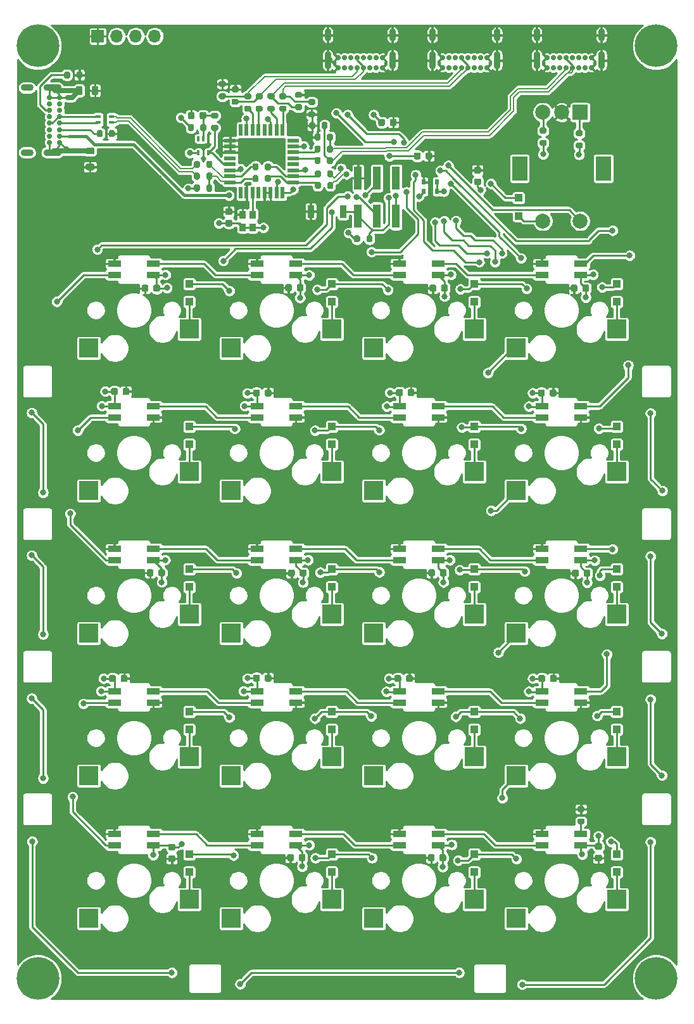
<source format=gbr>
%TF.GenerationSoftware,KiCad,Pcbnew,(5.1.8)-1*%
%TF.CreationDate,2022-08-08T09:51:38+10:00*%
%TF.ProjectId,Macropad,4d616372-6f70-4616-942e-6b696361645f,rev?*%
%TF.SameCoordinates,Original*%
%TF.FileFunction,Copper,L2,Bot*%
%TF.FilePolarity,Positive*%
%FSLAX46Y46*%
G04 Gerber Fmt 4.6, Leading zero omitted, Abs format (unit mm)*
G04 Created by KiCad (PCBNEW (5.1.8)-1) date 2022-08-08 09:51:38*
%MOMM*%
%LPD*%
G01*
G04 APERTURE LIST*
%TA.AperFunction,SMDPad,CuDef*%
%ADD10R,0.400000X0.650000*%
%TD*%
%TA.AperFunction,SMDPad,CuDef*%
%ADD11R,1.800000X0.820000*%
%TD*%
%TA.AperFunction,SMDPad,CuDef*%
%ADD12R,0.900000X1.700000*%
%TD*%
%TA.AperFunction,ComponentPad*%
%ADD13O,0.900000X1.700000*%
%TD*%
%TA.AperFunction,ComponentPad*%
%ADD14O,0.900000X2.400000*%
%TD*%
%TA.AperFunction,ComponentPad*%
%ADD15C,0.700000*%
%TD*%
%TA.AperFunction,SMDPad,CuDef*%
%ADD16R,2.550000X2.500000*%
%TD*%
%TA.AperFunction,SMDPad,CuDef*%
%ADD17R,1.000000X3.150000*%
%TD*%
%TA.AperFunction,SMDPad,CuDef*%
%ADD18R,1.500000X0.550000*%
%TD*%
%TA.AperFunction,SMDPad,CuDef*%
%ADD19R,0.550000X1.500000*%
%TD*%
%TA.AperFunction,SMDPad,CuDef*%
%ADD20R,0.850000X1.000000*%
%TD*%
%TA.AperFunction,SMDPad,CuDef*%
%ADD21R,0.750000X0.450000*%
%TD*%
%TA.AperFunction,ComponentPad*%
%ADD22O,1.700000X0.900000*%
%TD*%
%TA.AperFunction,ComponentPad*%
%ADD23O,2.400000X0.900000*%
%TD*%
%TA.AperFunction,SMDPad,CuDef*%
%ADD24R,1.000000X1.000000*%
%TD*%
%TA.AperFunction,SMDPad,CuDef*%
%ADD25R,0.600000X0.800000*%
%TD*%
%TA.AperFunction,ComponentPad*%
%ADD26C,2.000000*%
%TD*%
%TA.AperFunction,ComponentPad*%
%ADD27R,2.000000X3.200000*%
%TD*%
%TA.AperFunction,ComponentPad*%
%ADD28R,2.000000X2.000000*%
%TD*%
%TA.AperFunction,ComponentPad*%
%ADD29O,1.700000X1.700000*%
%TD*%
%TA.AperFunction,ComponentPad*%
%ADD30R,1.700000X1.700000*%
%TD*%
%TA.AperFunction,ComponentPad*%
%ADD31C,5.700000*%
%TD*%
%TA.AperFunction,ViaPad*%
%ADD32C,0.800000*%
%TD*%
%TA.AperFunction,Conductor*%
%ADD33C,0.250000*%
%TD*%
%TA.AperFunction,Conductor*%
%ADD34C,0.635000*%
%TD*%
%TA.AperFunction,Conductor*%
%ADD35C,0.381000*%
%TD*%
%TA.AperFunction,Conductor*%
%ADD36C,0.200000*%
%TD*%
%TA.AperFunction,Conductor*%
%ADD37C,0.254000*%
%TD*%
%TA.AperFunction,Conductor*%
%ADD38C,0.100000*%
%TD*%
G04 APERTURE END LIST*
D10*
%TO.P,U3,5*%
%TO.N,+3V3*%
X68330000Y-77040000D03*
%TO.P,U3,4*%
%TO.N,Net-(R32-Pad2)*%
X69630000Y-77040000D03*
%TO.P,U3,2*%
%TO.N,Net-(C44-Pad2)*%
X68980000Y-75140000D03*
%TO.P,U3,3*%
%TO.N,GND*%
X69630000Y-75140000D03*
%TO.P,U3,1*%
%TO.N,Net-(U3-Pad1)*%
X68330000Y-75140000D03*
%TD*%
%TO.P,R32,2*%
%TO.N,Net-(R32-Pad2)*%
%TA.AperFunction,SMDPad,CuDef*%
G36*
G01*
X70225000Y-73300000D02*
X70775000Y-73300000D01*
G75*
G02*
X70975000Y-73500000I0J-200000D01*
G01*
X70975000Y-73900000D01*
G75*
G02*
X70775000Y-74100000I-200000J0D01*
G01*
X70225000Y-74100000D01*
G75*
G02*
X70025000Y-73900000I0J200000D01*
G01*
X70025000Y-73500000D01*
G75*
G02*
X70225000Y-73300000I200000J0D01*
G01*
G37*
%TD.AperFunction*%
%TO.P,R32,1*%
%TO.N,Net-(C44-Pad2)*%
%TA.AperFunction,SMDPad,CuDef*%
G36*
G01*
X70225000Y-71650000D02*
X70775000Y-71650000D01*
G75*
G02*
X70975000Y-71850000I0J-200000D01*
G01*
X70975000Y-72250000D01*
G75*
G02*
X70775000Y-72450000I-200000J0D01*
G01*
X70225000Y-72450000D01*
G75*
G02*
X70025000Y-72250000I0J200000D01*
G01*
X70025000Y-71850000D01*
G75*
G02*
X70225000Y-71650000I200000J0D01*
G01*
G37*
%TD.AperFunction*%
%TD*%
%TO.P,C33,2*%
%TO.N,GND*%
%TA.AperFunction,SMDPad,CuDef*%
G36*
G01*
X98700000Y-77700000D02*
X98700000Y-77200000D01*
G75*
G02*
X98925000Y-76975000I225000J0D01*
G01*
X99375000Y-76975000D01*
G75*
G02*
X99600000Y-77200000I0J-225000D01*
G01*
X99600000Y-77700000D01*
G75*
G02*
X99375000Y-77925000I-225000J0D01*
G01*
X98925000Y-77925000D01*
G75*
G02*
X98700000Y-77700000I0J225000D01*
G01*
G37*
%TD.AperFunction*%
%TO.P,C33,1*%
%TO.N,Net-(C33-Pad1)*%
%TA.AperFunction,SMDPad,CuDef*%
G36*
G01*
X97150000Y-77700000D02*
X97150000Y-77200000D01*
G75*
G02*
X97375000Y-76975000I225000J0D01*
G01*
X97825000Y-76975000D01*
G75*
G02*
X98050000Y-77200000I0J-225000D01*
G01*
X98050000Y-77700000D01*
G75*
G02*
X97825000Y-77925000I-225000J0D01*
G01*
X97375000Y-77925000D01*
G75*
G02*
X97150000Y-77700000I0J225000D01*
G01*
G37*
%TD.AperFunction*%
%TD*%
D11*
%TO.P,D54,4*%
%TO.N,Net-(D53-Pad2)*%
X114240000Y-93333000D03*
%TO.P,D54,3*%
%TO.N,GND*%
X114240000Y-91833000D03*
%TO.P,D54,2*%
%TO.N,Net-(D43-Pad4)*%
X119440000Y-91833000D03*
%TO.P,D54,1*%
%TO.N,+5V*%
X119440000Y-93333000D03*
%TD*%
%TO.P,D53,4*%
%TO.N,Net-(D52-Pad2)*%
X95190000Y-93333000D03*
%TO.P,D53,3*%
%TO.N,GND*%
X95190000Y-91833000D03*
%TO.P,D53,2*%
%TO.N,Net-(D53-Pad2)*%
X100390000Y-91833000D03*
%TO.P,D53,1*%
%TO.N,+5V*%
X100390000Y-93333000D03*
%TD*%
%TO.P,D52,4*%
%TO.N,Net-(D51-Pad2)*%
X76140000Y-93333000D03*
%TO.P,D52,3*%
%TO.N,GND*%
X76140000Y-91833000D03*
%TO.P,D52,2*%
%TO.N,Net-(D52-Pad2)*%
X81340000Y-91833000D03*
%TO.P,D52,1*%
%TO.N,+5V*%
X81340000Y-93333000D03*
%TD*%
%TO.P,D51,4*%
%TO.N,RGB[1]*%
X57090000Y-93333000D03*
%TO.P,D51,3*%
%TO.N,GND*%
X57090000Y-91833000D03*
%TO.P,D51,2*%
%TO.N,Net-(D51-Pad2)*%
X62290000Y-91833000D03*
%TO.P,D51,1*%
%TO.N,+5V*%
X62290000Y-93333000D03*
%TD*%
%TO.P,D46,4*%
%TO.N,Net-(D40-Pad2)*%
X114240000Y-169533000D03*
%TO.P,D46,3*%
%TO.N,GND*%
X114240000Y-168033000D03*
%TO.P,D46,2*%
%TO.N,Net-(D46-Pad2)*%
X119440000Y-168033000D03*
%TO.P,D46,1*%
%TO.N,+5V*%
X119440000Y-169533000D03*
%TD*%
%TO.P,D45,4*%
%TO.N,Net-(D39-Pad2)*%
X114240000Y-131433000D03*
%TO.P,D45,3*%
%TO.N,GND*%
X114240000Y-129933000D03*
%TO.P,D45,2*%
%TO.N,Net-(D44-Pad4)*%
X119440000Y-129933000D03*
%TO.P,D45,1*%
%TO.N,+5V*%
X119440000Y-131433000D03*
%TD*%
%TO.P,D44,4*%
%TO.N,Net-(D44-Pad4)*%
X119440000Y-148983000D03*
%TO.P,D44,3*%
%TO.N,GND*%
X119440000Y-150483000D03*
%TO.P,D44,2*%
%TO.N,Net-(D38-Pad4)*%
X114240000Y-150483000D03*
%TO.P,D44,1*%
%TO.N,+5V*%
X114240000Y-148983000D03*
%TD*%
%TO.P,D43,4*%
%TO.N,Net-(D43-Pad4)*%
X119440000Y-110883000D03*
%TO.P,D43,3*%
%TO.N,GND*%
X119440000Y-112383000D03*
%TO.P,D43,2*%
%TO.N,Net-(D37-Pad4)*%
X114240000Y-112383000D03*
%TO.P,D43,1*%
%TO.N,+5V*%
X114240000Y-110883000D03*
%TD*%
%TO.P,D40,4*%
%TO.N,Net-(D34-Pad2)*%
X95190000Y-169533000D03*
%TO.P,D40,3*%
%TO.N,GND*%
X95190000Y-168033000D03*
%TO.P,D40,2*%
%TO.N,Net-(D40-Pad2)*%
X100390000Y-168033000D03*
%TO.P,D40,1*%
%TO.N,+5V*%
X100390000Y-169533000D03*
%TD*%
%TO.P,D39,4*%
%TO.N,Net-(D33-Pad2)*%
X95190000Y-131433000D03*
%TO.P,D39,3*%
%TO.N,GND*%
X95190000Y-129933000D03*
%TO.P,D39,2*%
%TO.N,Net-(D39-Pad2)*%
X100390000Y-129933000D03*
%TO.P,D39,1*%
%TO.N,+5V*%
X100390000Y-131433000D03*
%TD*%
%TO.P,D38,4*%
%TO.N,Net-(D38-Pad4)*%
X100390000Y-148983000D03*
%TO.P,D38,3*%
%TO.N,GND*%
X100390000Y-150483000D03*
%TO.P,D38,2*%
%TO.N,Net-(D32-Pad4)*%
X95190000Y-150483000D03*
%TO.P,D38,1*%
%TO.N,+5V*%
X95190000Y-148983000D03*
%TD*%
%TO.P,D37,4*%
%TO.N,Net-(D37-Pad4)*%
X100390000Y-110883000D03*
%TO.P,D37,3*%
%TO.N,GND*%
X100390000Y-112383000D03*
%TO.P,D37,2*%
%TO.N,Net-(D31-Pad4)*%
X95190000Y-112383000D03*
%TO.P,D37,1*%
%TO.N,+5V*%
X95190000Y-110883000D03*
%TD*%
%TO.P,D34,4*%
%TO.N,Net-(D28-Pad2)*%
X76140000Y-169533000D03*
%TO.P,D34,3*%
%TO.N,GND*%
X76140000Y-168033000D03*
%TO.P,D34,2*%
%TO.N,Net-(D34-Pad2)*%
X81340000Y-168033000D03*
%TO.P,D34,1*%
%TO.N,+5V*%
X81340000Y-169533000D03*
%TD*%
%TO.P,D33,4*%
%TO.N,Net-(D27-Pad2)*%
X76140000Y-131433000D03*
%TO.P,D33,3*%
%TO.N,GND*%
X76140000Y-129933000D03*
%TO.P,D33,2*%
%TO.N,Net-(D33-Pad2)*%
X81340000Y-129933000D03*
%TO.P,D33,1*%
%TO.N,+5V*%
X81340000Y-131433000D03*
%TD*%
%TO.P,D32,4*%
%TO.N,Net-(D32-Pad4)*%
X81340000Y-148983000D03*
%TO.P,D32,3*%
%TO.N,GND*%
X81340000Y-150483000D03*
%TO.P,D32,2*%
%TO.N,Net-(D26-Pad4)*%
X76140000Y-150483000D03*
%TO.P,D32,1*%
%TO.N,+5V*%
X76140000Y-148983000D03*
%TD*%
%TO.P,D31,4*%
%TO.N,Net-(D31-Pad4)*%
X81340000Y-110883000D03*
%TO.P,D31,3*%
%TO.N,GND*%
X81340000Y-112383000D03*
%TO.P,D31,2*%
%TO.N,Net-(D25-Pad4)*%
X76140000Y-112383000D03*
%TO.P,D31,1*%
%TO.N,+5V*%
X76140000Y-110883000D03*
%TD*%
%TO.P,D28,4*%
%TO.N,Net-(D26-Pad2)*%
X57090000Y-169533000D03*
%TO.P,D28,3*%
%TO.N,GND*%
X57090000Y-168033000D03*
%TO.P,D28,2*%
%TO.N,Net-(D28-Pad2)*%
X62290000Y-168033000D03*
%TO.P,D28,1*%
%TO.N,+5V*%
X62290000Y-169533000D03*
%TD*%
%TO.P,D27,4*%
%TO.N,Net-(D25-Pad2)*%
X57090000Y-131433000D03*
%TO.P,D27,3*%
%TO.N,GND*%
X57090000Y-129933000D03*
%TO.P,D27,2*%
%TO.N,Net-(D27-Pad2)*%
X62290000Y-129933000D03*
%TO.P,D27,1*%
%TO.N,+5V*%
X62290000Y-131433000D03*
%TD*%
%TO.P,D26,4*%
%TO.N,Net-(D26-Pad4)*%
X62290000Y-148983000D03*
%TO.P,D26,3*%
%TO.N,GND*%
X62290000Y-150483000D03*
%TO.P,D26,2*%
%TO.N,Net-(D26-Pad2)*%
X57090000Y-150483000D03*
%TO.P,D26,1*%
%TO.N,+5V*%
X57090000Y-148983000D03*
%TD*%
%TO.P,D25,4*%
%TO.N,Net-(D25-Pad4)*%
X62290000Y-110883000D03*
%TO.P,D25,3*%
%TO.N,GND*%
X62290000Y-112383000D03*
%TO.P,D25,2*%
%TO.N,Net-(D25-Pad2)*%
X57090000Y-112383000D03*
%TO.P,D25,1*%
%TO.N,+5V*%
X57090000Y-110883000D03*
%TD*%
%TO.P,R31,2*%
%TO.N,GND*%
%TA.AperFunction,SMDPad,CuDef*%
G36*
G01*
X84680000Y-74645000D02*
X84680000Y-75195000D01*
G75*
G02*
X84480000Y-75395000I-200000J0D01*
G01*
X84080000Y-75395000D01*
G75*
G02*
X83880000Y-75195000I0J200000D01*
G01*
X83880000Y-74645000D01*
G75*
G02*
X84080000Y-74445000I200000J0D01*
G01*
X84480000Y-74445000D01*
G75*
G02*
X84680000Y-74645000I0J-200000D01*
G01*
G37*
%TD.AperFunction*%
%TO.P,R31,1*%
%TO.N,USB_D3-*%
%TA.AperFunction,SMDPad,CuDef*%
G36*
G01*
X86330000Y-74645000D02*
X86330000Y-75195000D01*
G75*
G02*
X86130000Y-75395000I-200000J0D01*
G01*
X85730000Y-75395000D01*
G75*
G02*
X85530000Y-75195000I0J200000D01*
G01*
X85530000Y-74645000D01*
G75*
G02*
X85730000Y-74445000I200000J0D01*
G01*
X86130000Y-74445000D01*
G75*
G02*
X86330000Y-74645000I0J-200000D01*
G01*
G37*
%TD.AperFunction*%
%TD*%
%TO.P,R30,2*%
%TO.N,GND*%
%TA.AperFunction,SMDPad,CuDef*%
G36*
G01*
X82000000Y-69675000D02*
X81450000Y-69675000D01*
G75*
G02*
X81250000Y-69475000I0J200000D01*
G01*
X81250000Y-69075000D01*
G75*
G02*
X81450000Y-68875000I200000J0D01*
G01*
X82000000Y-68875000D01*
G75*
G02*
X82200000Y-69075000I0J-200000D01*
G01*
X82200000Y-69475000D01*
G75*
G02*
X82000000Y-69675000I-200000J0D01*
G01*
G37*
%TD.AperFunction*%
%TO.P,R30,1*%
%TO.N,USB_D2-*%
%TA.AperFunction,SMDPad,CuDef*%
G36*
G01*
X82000000Y-71325000D02*
X81450000Y-71325000D01*
G75*
G02*
X81250000Y-71125000I0J200000D01*
G01*
X81250000Y-70725000D01*
G75*
G02*
X81450000Y-70525000I200000J0D01*
G01*
X82000000Y-70525000D01*
G75*
G02*
X82200000Y-70725000I0J-200000D01*
G01*
X82200000Y-71125000D01*
G75*
G02*
X82000000Y-71325000I-200000J0D01*
G01*
G37*
%TD.AperFunction*%
%TD*%
%TO.P,R21,2*%
%TO.N,GND*%
%TA.AperFunction,SMDPad,CuDef*%
G36*
G01*
X83950000Y-73105000D02*
X83950000Y-73655000D01*
G75*
G02*
X83750000Y-73855000I-200000J0D01*
G01*
X83350000Y-73855000D01*
G75*
G02*
X83150000Y-73655000I0J200000D01*
G01*
X83150000Y-73105000D01*
G75*
G02*
X83350000Y-72905000I200000J0D01*
G01*
X83750000Y-72905000D01*
G75*
G02*
X83950000Y-73105000I0J-200000D01*
G01*
G37*
%TD.AperFunction*%
%TO.P,R21,1*%
%TO.N,USB_D3+*%
%TA.AperFunction,SMDPad,CuDef*%
G36*
G01*
X85600000Y-73105000D02*
X85600000Y-73655000D01*
G75*
G02*
X85400000Y-73855000I-200000J0D01*
G01*
X85000000Y-73855000D01*
G75*
G02*
X84800000Y-73655000I0J200000D01*
G01*
X84800000Y-73105000D01*
G75*
G02*
X85000000Y-72905000I200000J0D01*
G01*
X85400000Y-72905000D01*
G75*
G02*
X85600000Y-73105000I0J-200000D01*
G01*
G37*
%TD.AperFunction*%
%TD*%
%TO.P,R20,2*%
%TO.N,GND*%
%TA.AperFunction,SMDPad,CuDef*%
G36*
G01*
X83195000Y-71500000D02*
X83745000Y-71500000D01*
G75*
G02*
X83945000Y-71700000I0J-200000D01*
G01*
X83945000Y-72100000D01*
G75*
G02*
X83745000Y-72300000I-200000J0D01*
G01*
X83195000Y-72300000D01*
G75*
G02*
X82995000Y-72100000I0J200000D01*
G01*
X82995000Y-71700000D01*
G75*
G02*
X83195000Y-71500000I200000J0D01*
G01*
G37*
%TD.AperFunction*%
%TO.P,R20,1*%
%TO.N,USB_D2+*%
%TA.AperFunction,SMDPad,CuDef*%
G36*
G01*
X83195000Y-69850000D02*
X83745000Y-69850000D01*
G75*
G02*
X83945000Y-70050000I0J-200000D01*
G01*
X83945000Y-70450000D01*
G75*
G02*
X83745000Y-70650000I-200000J0D01*
G01*
X83195000Y-70650000D01*
G75*
G02*
X82995000Y-70450000I0J200000D01*
G01*
X82995000Y-70050000D01*
G75*
G02*
X83195000Y-69850000I200000J0D01*
G01*
G37*
%TD.AperFunction*%
%TD*%
%TO.P,R11,2*%
%TO.N,USB_D0-*%
%TA.AperFunction,SMDPad,CuDef*%
G36*
G01*
X76371400Y-78617400D02*
X76371400Y-79167400D01*
G75*
G02*
X76171400Y-79367400I-200000J0D01*
G01*
X75771400Y-79367400D01*
G75*
G02*
X75571400Y-79167400I0J200000D01*
G01*
X75571400Y-78617400D01*
G75*
G02*
X75771400Y-78417400I200000J0D01*
G01*
X76171400Y-78417400D01*
G75*
G02*
X76371400Y-78617400I0J-200000D01*
G01*
G37*
%TD.AperFunction*%
%TO.P,R11,1*%
%TO.N,/USB_HUB/D4-*%
%TA.AperFunction,SMDPad,CuDef*%
G36*
G01*
X78021400Y-78617400D02*
X78021400Y-79167400D01*
G75*
G02*
X77821400Y-79367400I-200000J0D01*
G01*
X77421400Y-79367400D01*
G75*
G02*
X77221400Y-79167400I0J200000D01*
G01*
X77221400Y-78617400D01*
G75*
G02*
X77421400Y-78417400I200000J0D01*
G01*
X77821400Y-78417400D01*
G75*
G02*
X78021400Y-78617400I0J-200000D01*
G01*
G37*
%TD.AperFunction*%
%TD*%
%TO.P,R10,2*%
%TO.N,USB_D0+*%
%TA.AperFunction,SMDPad,CuDef*%
G36*
G01*
X76371400Y-80192200D02*
X76371400Y-80742200D01*
G75*
G02*
X76171400Y-80942200I-200000J0D01*
G01*
X75771400Y-80942200D01*
G75*
G02*
X75571400Y-80742200I0J200000D01*
G01*
X75571400Y-80192200D01*
G75*
G02*
X75771400Y-79992200I200000J0D01*
G01*
X76171400Y-79992200D01*
G75*
G02*
X76371400Y-80192200I0J-200000D01*
G01*
G37*
%TD.AperFunction*%
%TO.P,R10,1*%
%TO.N,/USB_HUB/D4+*%
%TA.AperFunction,SMDPad,CuDef*%
G36*
G01*
X78021400Y-80192200D02*
X78021400Y-80742200D01*
G75*
G02*
X77821400Y-80942200I-200000J0D01*
G01*
X77421400Y-80942200D01*
G75*
G02*
X77221400Y-80742200I0J200000D01*
G01*
X77221400Y-80192200D01*
G75*
G02*
X77421400Y-79992200I200000J0D01*
G01*
X77821400Y-79992200D01*
G75*
G02*
X78021400Y-80192200I0J-200000D01*
G01*
G37*
%TD.AperFunction*%
%TD*%
%TO.P,R9,2*%
%TO.N,GND*%
%TA.AperFunction,SMDPad,CuDef*%
G36*
G01*
X71800000Y-68225000D02*
X71250000Y-68225000D01*
G75*
G02*
X71050000Y-68025000I0J200000D01*
G01*
X71050000Y-67625000D01*
G75*
G02*
X71250000Y-67425000I200000J0D01*
G01*
X71800000Y-67425000D01*
G75*
G02*
X72000000Y-67625000I0J-200000D01*
G01*
X72000000Y-68025000D01*
G75*
G02*
X71800000Y-68225000I-200000J0D01*
G01*
G37*
%TD.AperFunction*%
%TO.P,R9,1*%
%TO.N,USB_D1-*%
%TA.AperFunction,SMDPad,CuDef*%
G36*
G01*
X71800000Y-69875000D02*
X71250000Y-69875000D01*
G75*
G02*
X71050000Y-69675000I0J200000D01*
G01*
X71050000Y-69275000D01*
G75*
G02*
X71250000Y-69075000I200000J0D01*
G01*
X71800000Y-69075000D01*
G75*
G02*
X72000000Y-69275000I0J-200000D01*
G01*
X72000000Y-69675000D01*
G75*
G02*
X71800000Y-69875000I-200000J0D01*
G01*
G37*
%TD.AperFunction*%
%TD*%
%TO.P,R6,2*%
%TO.N,GND*%
%TA.AperFunction,SMDPad,CuDef*%
G36*
G01*
X73525000Y-68950000D02*
X72975000Y-68950000D01*
G75*
G02*
X72775000Y-68750000I0J200000D01*
G01*
X72775000Y-68350000D01*
G75*
G02*
X72975000Y-68150000I200000J0D01*
G01*
X73525000Y-68150000D01*
G75*
G02*
X73725000Y-68350000I0J-200000D01*
G01*
X73725000Y-68750000D01*
G75*
G02*
X73525000Y-68950000I-200000J0D01*
G01*
G37*
%TD.AperFunction*%
%TO.P,R6,1*%
%TO.N,USB_D1+*%
%TA.AperFunction,SMDPad,CuDef*%
G36*
G01*
X73525000Y-70600000D02*
X72975000Y-70600000D01*
G75*
G02*
X72775000Y-70400000I0J200000D01*
G01*
X72775000Y-70000000D01*
G75*
G02*
X72975000Y-69800000I200000J0D01*
G01*
X73525000Y-69800000D01*
G75*
G02*
X73725000Y-70000000I0J-200000D01*
G01*
X73725000Y-70400000D01*
G75*
G02*
X73525000Y-70600000I-200000J0D01*
G01*
G37*
%TD.AperFunction*%
%TD*%
%TO.P,R5,2*%
%TO.N,USB_D0+*%
%TA.AperFunction,SMDPad,CuDef*%
G36*
G01*
X69380000Y-82025000D02*
X69380000Y-81475000D01*
G75*
G02*
X69580000Y-81275000I200000J0D01*
G01*
X69980000Y-81275000D01*
G75*
G02*
X70180000Y-81475000I0J-200000D01*
G01*
X70180000Y-82025000D01*
G75*
G02*
X69980000Y-82225000I-200000J0D01*
G01*
X69580000Y-82225000D01*
G75*
G02*
X69380000Y-82025000I0J200000D01*
G01*
G37*
%TD.AperFunction*%
%TO.P,R5,1*%
%TO.N,+3V3*%
%TA.AperFunction,SMDPad,CuDef*%
G36*
G01*
X67730000Y-82025000D02*
X67730000Y-81475000D01*
G75*
G02*
X67930000Y-81275000I200000J0D01*
G01*
X68330000Y-81275000D01*
G75*
G02*
X68530000Y-81475000I0J-200000D01*
G01*
X68530000Y-82025000D01*
G75*
G02*
X68330000Y-82225000I-200000J0D01*
G01*
X67930000Y-82225000D01*
G75*
G02*
X67730000Y-82025000I0J200000D01*
G01*
G37*
%TD.AperFunction*%
%TD*%
D12*
%TO.P,SW22,1*%
%TO.N,RST*%
X87668100Y-84858860D03*
%TO.P,SW22,2*%
%TO.N,GND*%
X83350100Y-84848700D03*
%TD*%
D13*
%TO.P,J5,S1*%
%TO.N,GND*%
X99595900Y-61299000D03*
X108245900Y-61299000D03*
D14*
X99595900Y-64679000D03*
X108245900Y-64679000D03*
D15*
%TO.P,J5,B6*%
%TO.N,USB_D2+*%
X103495900Y-64309000D03*
%TO.P,J5,B1*%
%TO.N,GND*%
X100945900Y-64309000D03*
%TO.P,J5,B4*%
%TO.N,+5V*%
X101795900Y-64309000D03*
%TO.P,J5,B5*%
%TO.N,Net-(J5-PadB5)*%
X102645900Y-64309000D03*
%TO.P,J5,B12*%
%TO.N,GND*%
X106895900Y-64309000D03*
%TO.P,J5,B8*%
%TO.N,Net-(J5-PadB8)*%
X105195900Y-64309000D03*
%TO.P,J5,B7*%
%TO.N,USB_D2-*%
X104345900Y-64309000D03*
%TO.P,J5,B9*%
%TO.N,+5V*%
X106045900Y-64309000D03*
%TO.P,J5,A12*%
%TO.N,GND*%
X100945900Y-65659000D03*
%TO.P,J5,A9*%
%TO.N,+5V*%
X101795900Y-65659000D03*
%TO.P,J5,A8*%
%TO.N,Net-(J5-PadA8)*%
X102645900Y-65659000D03*
%TO.P,J5,A7*%
%TO.N,USB_D2-*%
X103495900Y-65659000D03*
%TO.P,J5,A6*%
%TO.N,USB_D2+*%
X104345900Y-65659000D03*
%TO.P,J5,A5*%
%TO.N,Net-(J5-PadA5)*%
X105195900Y-65659000D03*
%TO.P,J5,A4*%
%TO.N,+5V*%
X106045900Y-65659000D03*
%TO.P,J5,A1*%
%TO.N,GND*%
X106895900Y-65659000D03*
%TD*%
%TO.P,C20,1*%
%TO.N,+5V*%
%TA.AperFunction,SMDPad,CuDef*%
G36*
G01*
X63201000Y-94873000D02*
X63201000Y-95373000D01*
G75*
G02*
X62976000Y-95598000I-225000J0D01*
G01*
X62526000Y-95598000D01*
G75*
G02*
X62301000Y-95373000I0J225000D01*
G01*
X62301000Y-94873000D01*
G75*
G02*
X62526000Y-94648000I225000J0D01*
G01*
X62976000Y-94648000D01*
G75*
G02*
X63201000Y-94873000I0J-225000D01*
G01*
G37*
%TD.AperFunction*%
%TO.P,C20,2*%
%TO.N,GND*%
%TA.AperFunction,SMDPad,CuDef*%
G36*
G01*
X61651000Y-94873000D02*
X61651000Y-95373000D01*
G75*
G02*
X61426000Y-95598000I-225000J0D01*
G01*
X60976000Y-95598000D01*
G75*
G02*
X60751000Y-95373000I0J225000D01*
G01*
X60751000Y-94873000D01*
G75*
G02*
X60976000Y-94648000I225000J0D01*
G01*
X61426000Y-94648000D01*
G75*
G02*
X61651000Y-94873000I0J-225000D01*
G01*
G37*
%TD.AperFunction*%
%TD*%
%TO.P,FB3,2*%
%TO.N,Net-(C1-Pad2)*%
%TA.AperFunction,SMDPad,CuDef*%
G36*
G01*
X52825000Y-68325750D02*
X52825000Y-69088250D01*
G75*
G02*
X52606250Y-69307000I-218750J0D01*
G01*
X52168750Y-69307000D01*
G75*
G02*
X51950000Y-69088250I0J218750D01*
G01*
X51950000Y-68325750D01*
G75*
G02*
X52168750Y-68107000I218750J0D01*
G01*
X52606250Y-68107000D01*
G75*
G02*
X52825000Y-68325750I0J-218750D01*
G01*
G37*
%TD.AperFunction*%
%TO.P,FB3,1*%
%TO.N,GND*%
%TA.AperFunction,SMDPad,CuDef*%
G36*
G01*
X54950000Y-68325750D02*
X54950000Y-69088250D01*
G75*
G02*
X54731250Y-69307000I-218750J0D01*
G01*
X54293750Y-69307000D01*
G75*
G02*
X54075000Y-69088250I0J218750D01*
G01*
X54075000Y-68325750D01*
G75*
G02*
X54293750Y-68107000I218750J0D01*
G01*
X54731250Y-68107000D01*
G75*
G02*
X54950000Y-68325750I0J-218750D01*
G01*
G37*
%TD.AperFunction*%
%TD*%
D16*
%TO.P,SW12,1*%
%TO.N,Net-(D13-Pad2)*%
X105200000Y-119634000D03*
%TO.P,SW12,2*%
%TO.N,COL[2]*%
X91775000Y-122174000D03*
%TD*%
%TO.P,SW7,1*%
%TO.N,Net-(D8-Pad2)*%
X86150000Y-119634000D03*
%TO.P,SW7,2*%
%TO.N,COL[1]*%
X72725000Y-122174000D03*
%TD*%
%TO.P,SW17,1*%
%TO.N,Net-(D18-Pad2)*%
X124250000Y-119634000D03*
%TO.P,SW17,2*%
%TO.N,COL[3]*%
X110825000Y-122174000D03*
%TD*%
%TO.P,SW2,1*%
%TO.N,Net-(D3-Pad2)*%
X67100000Y-119634000D03*
%TO.P,SW2,2*%
%TO.N,COL[0]*%
X53675000Y-122174000D03*
%TD*%
%TO.P,SW16,1*%
%TO.N,Net-(D17-Pad2)*%
X124250000Y-100584000D03*
%TO.P,SW16,2*%
%TO.N,COL[3]*%
X110825000Y-103124000D03*
%TD*%
%TO.P,SW18,1*%
%TO.N,Net-(D19-Pad2)*%
X124250000Y-138684000D03*
%TO.P,SW18,2*%
%TO.N,COL[3]*%
X110825000Y-141224000D03*
%TD*%
%TO.P,SW8,1*%
%TO.N,Net-(D9-Pad2)*%
X86150000Y-138684000D03*
%TO.P,SW8,2*%
%TO.N,COL[1]*%
X72725000Y-141224000D03*
%TD*%
%TO.P,SW11,1*%
%TO.N,Net-(D12-Pad2)*%
X105200000Y-100584000D03*
%TO.P,SW11,2*%
%TO.N,COL[2]*%
X91775000Y-103124000D03*
%TD*%
%TO.P,SW6,1*%
%TO.N,Net-(D7-Pad2)*%
X86150000Y-100584000D03*
%TO.P,SW6,2*%
%TO.N,COL[1]*%
X72725000Y-103124000D03*
%TD*%
%TO.P,SW13,1*%
%TO.N,Net-(D14-Pad2)*%
X105200000Y-138684000D03*
%TO.P,SW13,2*%
%TO.N,COL[2]*%
X91775000Y-141224000D03*
%TD*%
%TO.P,SW3,1*%
%TO.N,Net-(D4-Pad2)*%
X67100000Y-138684000D03*
%TO.P,SW3,2*%
%TO.N,COL[0]*%
X53675000Y-141224000D03*
%TD*%
%TO.P,SW1,1*%
%TO.N,Net-(D2-Pad2)*%
X67100000Y-100584000D03*
%TO.P,SW1,2*%
%TO.N,COL[0]*%
X53675000Y-103124000D03*
%TD*%
D17*
%TO.P,J3,6*%
%TO.N,GND*%
X89662000Y-80421000D03*
%TO.P,J3,5*%
%TO.N,RST*%
X89662000Y-85471000D03*
%TO.P,J3,4*%
%TO.N,MOSI*%
X92202000Y-80421000D03*
%TO.P,J3,3*%
%TO.N,SCK*%
X92202000Y-85471000D03*
%TO.P,J3,2*%
%TO.N,+3V3*%
X94742000Y-80421000D03*
%TO.P,J3,1*%
%TO.N,MISO*%
X94742000Y-85471000D03*
%TD*%
D18*
%TO.P,U4,1*%
%TO.N,USB_D0+*%
X72571500Y-80968500D03*
%TO.P,U4,2*%
%TO.N,USB_D0-*%
X72571500Y-80168500D03*
%TO.P,U4,3*%
%TO.N,+3V3*%
X72571500Y-79368500D03*
%TO.P,U4,4*%
%TO.N,Net-(R32-Pad2)*%
X72571500Y-78568500D03*
%TO.P,U4,5*%
%TO.N,Net-(U4-Pad5)*%
X72571500Y-77768500D03*
%TO.P,U4,6*%
%TO.N,GND*%
X72571500Y-76968500D03*
%TO.P,U4,7*%
X72571500Y-76168500D03*
%TO.P,U4,8*%
X72571500Y-75368500D03*
D19*
%TO.P,U4,9*%
%TO.N,Net-(U4-Pad9)*%
X73971500Y-73968500D03*
%TO.P,U4,10*%
%TO.N,+3V3*%
X74771500Y-73968500D03*
%TO.P,U4,11*%
%TO.N,/USB_HUB/D1-*%
X75571500Y-73968500D03*
%TO.P,U4,12*%
%TO.N,/USB_HUB/D1+*%
X76371500Y-73968500D03*
%TO.P,U4,13*%
%TO.N,Net-(U4-Pad13)*%
X77171500Y-73968500D03*
%TO.P,U4,14*%
%TO.N,+3V3*%
X77971500Y-73968500D03*
%TO.P,U4,15*%
%TO.N,/USB_HUB/D2-*%
X78771500Y-73968500D03*
%TO.P,U4,16*%
%TO.N,/USB_HUB/D2+*%
X79571500Y-73968500D03*
D18*
%TO.P,U4,17*%
%TO.N,Net-(U4-Pad17)*%
X80971500Y-75368500D03*
%TO.P,U4,18*%
%TO.N,+3V3*%
X80971500Y-76168500D03*
%TO.P,U4,19*%
%TO.N,/USB_HUB/D3-*%
X80971500Y-76968500D03*
%TO.P,U4,20*%
%TO.N,/USB_HUB/D3+*%
X80971500Y-77768500D03*
%TO.P,U4,21*%
%TO.N,Net-(U4-Pad21)*%
X80971500Y-78568500D03*
%TO.P,U4,22*%
%TO.N,+3V3*%
X80971500Y-79368500D03*
%TO.P,U4,23*%
%TO.N,/USB_HUB/D4-*%
X80971500Y-80168500D03*
%TO.P,U4,24*%
%TO.N,/USB_HUB/D4+*%
X80971500Y-80968500D03*
D19*
%TO.P,U4,25*%
%TO.N,+3V3*%
X79571500Y-82368500D03*
%TO.P,U4,26*%
X78771500Y-82368500D03*
%TO.P,U4,27*%
%TO.N,GND*%
X77971500Y-82368500D03*
%TO.P,U4,28*%
X77171500Y-82368500D03*
%TO.P,U4,29*%
%TO.N,Net-(U4-Pad29)*%
X76371500Y-82368500D03*
%TO.P,U4,30*%
%TO.N,Net-(U4-Pad30)*%
X75571500Y-82368500D03*
%TO.P,U4,31*%
%TO.N,GND*%
X74771500Y-82368500D03*
%TO.P,U4,32*%
%TO.N,Net-(U4-Pad32)*%
X73971500Y-82368500D03*
%TD*%
%TO.P,R1,2*%
%TO.N,+3V3*%
%TA.AperFunction,SMDPad,CuDef*%
G36*
G01*
X67730000Y-73385000D02*
X67730000Y-73935000D01*
G75*
G02*
X67530000Y-74135000I-200000J0D01*
G01*
X67130000Y-74135000D01*
G75*
G02*
X66930000Y-73935000I0J200000D01*
G01*
X66930000Y-73385000D01*
G75*
G02*
X67130000Y-73185000I200000J0D01*
G01*
X67530000Y-73185000D01*
G75*
G02*
X67730000Y-73385000I0J-200000D01*
G01*
G37*
%TD.AperFunction*%
%TO.P,R1,1*%
%TO.N,Net-(C44-Pad2)*%
%TA.AperFunction,SMDPad,CuDef*%
G36*
G01*
X69380000Y-73385000D02*
X69380000Y-73935000D01*
G75*
G02*
X69180000Y-74135000I-200000J0D01*
G01*
X68780000Y-74135000D01*
G75*
G02*
X68580000Y-73935000I0J200000D01*
G01*
X68580000Y-73385000D01*
G75*
G02*
X68780000Y-73185000I200000J0D01*
G01*
X69180000Y-73185000D01*
G75*
G02*
X69380000Y-73385000I0J-200000D01*
G01*
G37*
%TD.AperFunction*%
%TD*%
%TO.P,C44,2*%
%TO.N,Net-(C44-Pad2)*%
%TA.AperFunction,SMDPad,CuDef*%
G36*
G01*
X68480000Y-72305600D02*
X68480000Y-71805600D01*
G75*
G02*
X68705000Y-71580600I225000J0D01*
G01*
X69155000Y-71580600D01*
G75*
G02*
X69380000Y-71805600I0J-225000D01*
G01*
X69380000Y-72305600D01*
G75*
G02*
X69155000Y-72530600I-225000J0D01*
G01*
X68705000Y-72530600D01*
G75*
G02*
X68480000Y-72305600I0J225000D01*
G01*
G37*
%TD.AperFunction*%
%TO.P,C44,1*%
%TO.N,GND*%
%TA.AperFunction,SMDPad,CuDef*%
G36*
G01*
X66930000Y-72305600D02*
X66930000Y-71805600D01*
G75*
G02*
X67155000Y-71580600I225000J0D01*
G01*
X67605000Y-71580600D01*
G75*
G02*
X67830000Y-71805600I0J-225000D01*
G01*
X67830000Y-72305600D01*
G75*
G02*
X67605000Y-72530600I-225000J0D01*
G01*
X67155000Y-72530600D01*
G75*
G02*
X66930000Y-72305600I0J225000D01*
G01*
G37*
%TD.AperFunction*%
%TD*%
%TO.P,C43,2*%
%TO.N,GND*%
%TA.AperFunction,SMDPad,CuDef*%
G36*
G01*
X99903400Y-170971400D02*
X99903400Y-171471400D01*
G75*
G02*
X99678400Y-171696400I-225000J0D01*
G01*
X99228400Y-171696400D01*
G75*
G02*
X99003400Y-171471400I0J225000D01*
G01*
X99003400Y-170971400D01*
G75*
G02*
X99228400Y-170746400I225000J0D01*
G01*
X99678400Y-170746400D01*
G75*
G02*
X99903400Y-170971400I0J-225000D01*
G01*
G37*
%TD.AperFunction*%
%TO.P,C43,1*%
%TO.N,+5V*%
%TA.AperFunction,SMDPad,CuDef*%
G36*
G01*
X101453400Y-170971400D02*
X101453400Y-171471400D01*
G75*
G02*
X101228400Y-171696400I-225000J0D01*
G01*
X100778400Y-171696400D01*
G75*
G02*
X100553400Y-171471400I0J225000D01*
G01*
X100553400Y-170971400D01*
G75*
G02*
X100778400Y-170746400I225000J0D01*
G01*
X101228400Y-170746400D01*
G75*
G02*
X101453400Y-170971400I0J-225000D01*
G01*
G37*
%TD.AperFunction*%
%TD*%
%TO.P,C42,2*%
%TO.N,GND*%
%TA.AperFunction,SMDPad,CuDef*%
G36*
G01*
X81094400Y-170946000D02*
X81094400Y-171446000D01*
G75*
G02*
X80869400Y-171671000I-225000J0D01*
G01*
X80419400Y-171671000D01*
G75*
G02*
X80194400Y-171446000I0J225000D01*
G01*
X80194400Y-170946000D01*
G75*
G02*
X80419400Y-170721000I225000J0D01*
G01*
X80869400Y-170721000D01*
G75*
G02*
X81094400Y-170946000I0J-225000D01*
G01*
G37*
%TD.AperFunction*%
%TO.P,C42,1*%
%TO.N,+5V*%
%TA.AperFunction,SMDPad,CuDef*%
G36*
G01*
X82644400Y-170946000D02*
X82644400Y-171446000D01*
G75*
G02*
X82419400Y-171671000I-225000J0D01*
G01*
X81969400Y-171671000D01*
G75*
G02*
X81744400Y-171446000I0J225000D01*
G01*
X81744400Y-170946000D01*
G75*
G02*
X81969400Y-170721000I225000J0D01*
G01*
X82419400Y-170721000D01*
G75*
G02*
X82644400Y-170946000I0J-225000D01*
G01*
G37*
%TD.AperFunction*%
%TD*%
%TO.P,C41,2*%
%TO.N,GND*%
%TA.AperFunction,SMDPad,CuDef*%
G36*
G01*
X121568400Y-170809800D02*
X122068400Y-170809800D01*
G75*
G02*
X122293400Y-171034800I0J-225000D01*
G01*
X122293400Y-171484800D01*
G75*
G02*
X122068400Y-171709800I-225000J0D01*
G01*
X121568400Y-171709800D01*
G75*
G02*
X121343400Y-171484800I0J225000D01*
G01*
X121343400Y-171034800D01*
G75*
G02*
X121568400Y-170809800I225000J0D01*
G01*
G37*
%TD.AperFunction*%
%TO.P,C41,1*%
%TO.N,+5V*%
%TA.AperFunction,SMDPad,CuDef*%
G36*
G01*
X121568400Y-169259800D02*
X122068400Y-169259800D01*
G75*
G02*
X122293400Y-169484800I0J-225000D01*
G01*
X122293400Y-169934800D01*
G75*
G02*
X122068400Y-170159800I-225000J0D01*
G01*
X121568400Y-170159800D01*
G75*
G02*
X121343400Y-169934800I0J225000D01*
G01*
X121343400Y-169484800D01*
G75*
G02*
X121568400Y-169259800I225000J0D01*
G01*
G37*
%TD.AperFunction*%
%TD*%
%TO.P,C40,2*%
%TO.N,GND*%
%TA.AperFunction,SMDPad,CuDef*%
G36*
G01*
X64520000Y-170899000D02*
X65020000Y-170899000D01*
G75*
G02*
X65245000Y-171124000I0J-225000D01*
G01*
X65245000Y-171574000D01*
G75*
G02*
X65020000Y-171799000I-225000J0D01*
G01*
X64520000Y-171799000D01*
G75*
G02*
X64295000Y-171574000I0J225000D01*
G01*
X64295000Y-171124000D01*
G75*
G02*
X64520000Y-170899000I225000J0D01*
G01*
G37*
%TD.AperFunction*%
%TO.P,C40,1*%
%TO.N,+5V*%
%TA.AperFunction,SMDPad,CuDef*%
G36*
G01*
X64520000Y-169349000D02*
X65020000Y-169349000D01*
G75*
G02*
X65245000Y-169574000I0J-225000D01*
G01*
X65245000Y-170024000D01*
G75*
G02*
X65020000Y-170249000I-225000J0D01*
G01*
X64520000Y-170249000D01*
G75*
G02*
X64295000Y-170024000I0J225000D01*
G01*
X64295000Y-169574000D01*
G75*
G02*
X64520000Y-169349000I225000J0D01*
G01*
G37*
%TD.AperFunction*%
%TD*%
D20*
%TO.P,X2,4*%
%TO.N,+3V3*%
X75565000Y-86980500D03*
%TO.P,X2,3*%
%TO.N,Net-(U4-Pad30)*%
X75565000Y-85280500D03*
%TO.P,X2,2*%
%TO.N,GND*%
X74215000Y-85280500D03*
%TO.P,X2,1*%
%TO.N,+3V3*%
X74215000Y-86980500D03*
%TD*%
%TO.P,R29,2*%
%TO.N,/USB_HUB/D4-*%
%TA.AperFunction,SMDPad,CuDef*%
G36*
G01*
X84692440Y-79562280D02*
X84692440Y-80112280D01*
G75*
G02*
X84492440Y-80312280I-200000J0D01*
G01*
X84092440Y-80312280D01*
G75*
G02*
X83892440Y-80112280I0J200000D01*
G01*
X83892440Y-79562280D01*
G75*
G02*
X84092440Y-79362280I200000J0D01*
G01*
X84492440Y-79362280D01*
G75*
G02*
X84692440Y-79562280I0J-200000D01*
G01*
G37*
%TD.AperFunction*%
%TO.P,R29,1*%
%TO.N,USB_D4-*%
%TA.AperFunction,SMDPad,CuDef*%
G36*
G01*
X86342440Y-79562280D02*
X86342440Y-80112280D01*
G75*
G02*
X86142440Y-80312280I-200000J0D01*
G01*
X85742440Y-80312280D01*
G75*
G02*
X85542440Y-80112280I0J200000D01*
G01*
X85542440Y-79562280D01*
G75*
G02*
X85742440Y-79362280I200000J0D01*
G01*
X86142440Y-79362280D01*
G75*
G02*
X86342440Y-79562280I0J-200000D01*
G01*
G37*
%TD.AperFunction*%
%TD*%
%TO.P,R28,1*%
%TO.N,USB_D4+*%
%TA.AperFunction,SMDPad,CuDef*%
G36*
G01*
X86342440Y-81121840D02*
X86342440Y-81671840D01*
G75*
G02*
X86142440Y-81871840I-200000J0D01*
G01*
X85742440Y-81871840D01*
G75*
G02*
X85542440Y-81671840I0J200000D01*
G01*
X85542440Y-81121840D01*
G75*
G02*
X85742440Y-80921840I200000J0D01*
G01*
X86142440Y-80921840D01*
G75*
G02*
X86342440Y-81121840I0J-200000D01*
G01*
G37*
%TD.AperFunction*%
%TO.P,R28,2*%
%TO.N,/USB_HUB/D4+*%
%TA.AperFunction,SMDPad,CuDef*%
G36*
G01*
X84692440Y-81121840D02*
X84692440Y-81671840D01*
G75*
G02*
X84492440Y-81871840I-200000J0D01*
G01*
X84092440Y-81871840D01*
G75*
G02*
X83892440Y-81671840I0J200000D01*
G01*
X83892440Y-81121840D01*
G75*
G02*
X84092440Y-80921840I200000J0D01*
G01*
X84492440Y-80921840D01*
G75*
G02*
X84692440Y-81121840I0J-200000D01*
G01*
G37*
%TD.AperFunction*%
%TD*%
%TO.P,R27,2*%
%TO.N,/USB_HUB/D3-*%
%TA.AperFunction,SMDPad,CuDef*%
G36*
G01*
X84664500Y-76242500D02*
X84664500Y-76792500D01*
G75*
G02*
X84464500Y-76992500I-200000J0D01*
G01*
X84064500Y-76992500D01*
G75*
G02*
X83864500Y-76792500I0J200000D01*
G01*
X83864500Y-76242500D01*
G75*
G02*
X84064500Y-76042500I200000J0D01*
G01*
X84464500Y-76042500D01*
G75*
G02*
X84664500Y-76242500I0J-200000D01*
G01*
G37*
%TD.AperFunction*%
%TO.P,R27,1*%
%TO.N,USB_D3-*%
%TA.AperFunction,SMDPad,CuDef*%
G36*
G01*
X86314500Y-76242500D02*
X86314500Y-76792500D01*
G75*
G02*
X86114500Y-76992500I-200000J0D01*
G01*
X85714500Y-76992500D01*
G75*
G02*
X85514500Y-76792500I0J200000D01*
G01*
X85514500Y-76242500D01*
G75*
G02*
X85714500Y-76042500I200000J0D01*
G01*
X86114500Y-76042500D01*
G75*
G02*
X86314500Y-76242500I0J-200000D01*
G01*
G37*
%TD.AperFunction*%
%TD*%
%TO.P,R26,2*%
%TO.N,/USB_HUB/D3+*%
%TA.AperFunction,SMDPad,CuDef*%
G36*
G01*
X84664500Y-77766500D02*
X84664500Y-78316500D01*
G75*
G02*
X84464500Y-78516500I-200000J0D01*
G01*
X84064500Y-78516500D01*
G75*
G02*
X83864500Y-78316500I0J200000D01*
G01*
X83864500Y-77766500D01*
G75*
G02*
X84064500Y-77566500I200000J0D01*
G01*
X84464500Y-77566500D01*
G75*
G02*
X84664500Y-77766500I0J-200000D01*
G01*
G37*
%TD.AperFunction*%
%TO.P,R26,1*%
%TO.N,USB_D3+*%
%TA.AperFunction,SMDPad,CuDef*%
G36*
G01*
X86314500Y-77766500D02*
X86314500Y-78316500D01*
G75*
G02*
X86114500Y-78516500I-200000J0D01*
G01*
X85714500Y-78516500D01*
G75*
G02*
X85514500Y-78316500I0J200000D01*
G01*
X85514500Y-77766500D01*
G75*
G02*
X85714500Y-77566500I200000J0D01*
G01*
X86114500Y-77566500D01*
G75*
G02*
X86314500Y-77766500I0J-200000D01*
G01*
G37*
%TD.AperFunction*%
%TD*%
%TO.P,R25,2*%
%TO.N,/USB_HUB/D2-*%
%TA.AperFunction,SMDPad,CuDef*%
G36*
G01*
X77766500Y-70719000D02*
X78316500Y-70719000D01*
G75*
G02*
X78516500Y-70919000I0J-200000D01*
G01*
X78516500Y-71319000D01*
G75*
G02*
X78316500Y-71519000I-200000J0D01*
G01*
X77766500Y-71519000D01*
G75*
G02*
X77566500Y-71319000I0J200000D01*
G01*
X77566500Y-70919000D01*
G75*
G02*
X77766500Y-70719000I200000J0D01*
G01*
G37*
%TD.AperFunction*%
%TO.P,R25,1*%
%TO.N,USB_D2-*%
%TA.AperFunction,SMDPad,CuDef*%
G36*
G01*
X77766500Y-69069000D02*
X78316500Y-69069000D01*
G75*
G02*
X78516500Y-69269000I0J-200000D01*
G01*
X78516500Y-69669000D01*
G75*
G02*
X78316500Y-69869000I-200000J0D01*
G01*
X77766500Y-69869000D01*
G75*
G02*
X77566500Y-69669000I0J200000D01*
G01*
X77566500Y-69269000D01*
G75*
G02*
X77766500Y-69069000I200000J0D01*
G01*
G37*
%TD.AperFunction*%
%TD*%
%TO.P,R24,2*%
%TO.N,/USB_HUB/D2+*%
%TA.AperFunction,SMDPad,CuDef*%
G36*
G01*
X79354000Y-70719000D02*
X79904000Y-70719000D01*
G75*
G02*
X80104000Y-70919000I0J-200000D01*
G01*
X80104000Y-71319000D01*
G75*
G02*
X79904000Y-71519000I-200000J0D01*
G01*
X79354000Y-71519000D01*
G75*
G02*
X79154000Y-71319000I0J200000D01*
G01*
X79154000Y-70919000D01*
G75*
G02*
X79354000Y-70719000I200000J0D01*
G01*
G37*
%TD.AperFunction*%
%TO.P,R24,1*%
%TO.N,USB_D2+*%
%TA.AperFunction,SMDPad,CuDef*%
G36*
G01*
X79354000Y-69069000D02*
X79904000Y-69069000D01*
G75*
G02*
X80104000Y-69269000I0J-200000D01*
G01*
X80104000Y-69669000D01*
G75*
G02*
X79904000Y-69869000I-200000J0D01*
G01*
X79354000Y-69869000D01*
G75*
G02*
X79154000Y-69669000I0J200000D01*
G01*
X79154000Y-69269000D01*
G75*
G02*
X79354000Y-69069000I200000J0D01*
G01*
G37*
%TD.AperFunction*%
%TD*%
%TO.P,R23,2*%
%TO.N,/USB_HUB/D1-*%
%TA.AperFunction,SMDPad,CuDef*%
G36*
G01*
X74655000Y-70719000D02*
X75205000Y-70719000D01*
G75*
G02*
X75405000Y-70919000I0J-200000D01*
G01*
X75405000Y-71319000D01*
G75*
G02*
X75205000Y-71519000I-200000J0D01*
G01*
X74655000Y-71519000D01*
G75*
G02*
X74455000Y-71319000I0J200000D01*
G01*
X74455000Y-70919000D01*
G75*
G02*
X74655000Y-70719000I200000J0D01*
G01*
G37*
%TD.AperFunction*%
%TO.P,R23,1*%
%TO.N,USB_D1-*%
%TA.AperFunction,SMDPad,CuDef*%
G36*
G01*
X74655000Y-69069000D02*
X75205000Y-69069000D01*
G75*
G02*
X75405000Y-69269000I0J-200000D01*
G01*
X75405000Y-69669000D01*
G75*
G02*
X75205000Y-69869000I-200000J0D01*
G01*
X74655000Y-69869000D01*
G75*
G02*
X74455000Y-69669000I0J200000D01*
G01*
X74455000Y-69269000D01*
G75*
G02*
X74655000Y-69069000I200000J0D01*
G01*
G37*
%TD.AperFunction*%
%TD*%
%TO.P,R22,2*%
%TO.N,/USB_HUB/D1+*%
%TA.AperFunction,SMDPad,CuDef*%
G36*
G01*
X76179000Y-70719000D02*
X76729000Y-70719000D01*
G75*
G02*
X76929000Y-70919000I0J-200000D01*
G01*
X76929000Y-71319000D01*
G75*
G02*
X76729000Y-71519000I-200000J0D01*
G01*
X76179000Y-71519000D01*
G75*
G02*
X75979000Y-71319000I0J200000D01*
G01*
X75979000Y-70919000D01*
G75*
G02*
X76179000Y-70719000I200000J0D01*
G01*
G37*
%TD.AperFunction*%
%TO.P,R22,1*%
%TO.N,USB_D1+*%
%TA.AperFunction,SMDPad,CuDef*%
G36*
G01*
X76179000Y-69069000D02*
X76729000Y-69069000D01*
G75*
G02*
X76929000Y-69269000I0J-200000D01*
G01*
X76929000Y-69669000D01*
G75*
G02*
X76729000Y-69869000I-200000J0D01*
G01*
X76179000Y-69869000D01*
G75*
G02*
X75979000Y-69669000I0J200000D01*
G01*
X75979000Y-69269000D01*
G75*
G02*
X76179000Y-69069000I200000J0D01*
G01*
G37*
%TD.AperFunction*%
%TD*%
%TO.P,R13,2*%
%TO.N,ROT_ENC_B*%
%TA.AperFunction,SMDPad,CuDef*%
G36*
G01*
X114702000Y-74466400D02*
X114152000Y-74466400D01*
G75*
G02*
X113952000Y-74266400I0J200000D01*
G01*
X113952000Y-73866400D01*
G75*
G02*
X114152000Y-73666400I200000J0D01*
G01*
X114702000Y-73666400D01*
G75*
G02*
X114902000Y-73866400I0J-200000D01*
G01*
X114902000Y-74266400D01*
G75*
G02*
X114702000Y-74466400I-200000J0D01*
G01*
G37*
%TD.AperFunction*%
%TO.P,R13,1*%
%TO.N,+3V3*%
%TA.AperFunction,SMDPad,CuDef*%
G36*
G01*
X114702000Y-76116400D02*
X114152000Y-76116400D01*
G75*
G02*
X113952000Y-75916400I0J200000D01*
G01*
X113952000Y-75516400D01*
G75*
G02*
X114152000Y-75316400I200000J0D01*
G01*
X114702000Y-75316400D01*
G75*
G02*
X114902000Y-75516400I0J-200000D01*
G01*
X114902000Y-75916400D01*
G75*
G02*
X114702000Y-76116400I-200000J0D01*
G01*
G37*
%TD.AperFunction*%
%TD*%
%TO.P,R8,2*%
%TO.N,/USB/D+*%
%TA.AperFunction,SMDPad,CuDef*%
G36*
G01*
X68525500Y-79865000D02*
X68525500Y-80415000D01*
G75*
G02*
X68325500Y-80615000I-200000J0D01*
G01*
X67925500Y-80615000D01*
G75*
G02*
X67725500Y-80415000I0J200000D01*
G01*
X67725500Y-79865000D01*
G75*
G02*
X67925500Y-79665000I200000J0D01*
G01*
X68325500Y-79665000D01*
G75*
G02*
X68525500Y-79865000I0J-200000D01*
G01*
G37*
%TD.AperFunction*%
%TO.P,R8,1*%
%TO.N,USB_D0+*%
%TA.AperFunction,SMDPad,CuDef*%
G36*
G01*
X70175500Y-79865000D02*
X70175500Y-80415000D01*
G75*
G02*
X69975500Y-80615000I-200000J0D01*
G01*
X69575500Y-80615000D01*
G75*
G02*
X69375500Y-80415000I0J200000D01*
G01*
X69375500Y-79865000D01*
G75*
G02*
X69575500Y-79665000I200000J0D01*
G01*
X69975500Y-79665000D01*
G75*
G02*
X70175500Y-79865000I0J-200000D01*
G01*
G37*
%TD.AperFunction*%
%TD*%
%TO.P,R7,2*%
%TO.N,/USB/D-*%
%TA.AperFunction,SMDPad,CuDef*%
G36*
G01*
X68526500Y-78277500D02*
X68526500Y-78827500D01*
G75*
G02*
X68326500Y-79027500I-200000J0D01*
G01*
X67926500Y-79027500D01*
G75*
G02*
X67726500Y-78827500I0J200000D01*
G01*
X67726500Y-78277500D01*
G75*
G02*
X67926500Y-78077500I200000J0D01*
G01*
X68326500Y-78077500D01*
G75*
G02*
X68526500Y-78277500I0J-200000D01*
G01*
G37*
%TD.AperFunction*%
%TO.P,R7,1*%
%TO.N,USB_D0-*%
%TA.AperFunction,SMDPad,CuDef*%
G36*
G01*
X70176500Y-78277500D02*
X70176500Y-78827500D01*
G75*
G02*
X69976500Y-79027500I-200000J0D01*
G01*
X69576500Y-79027500D01*
G75*
G02*
X69376500Y-78827500I0J200000D01*
G01*
X69376500Y-78277500D01*
G75*
G02*
X69576500Y-78077500I200000J0D01*
G01*
X69976500Y-78077500D01*
G75*
G02*
X70176500Y-78277500I0J-200000D01*
G01*
G37*
%TD.AperFunction*%
%TD*%
%TO.P,R4,2*%
%TO.N,Net-(J1-PadA5)*%
%TA.AperFunction,SMDPad,CuDef*%
G36*
G01*
X55520000Y-74185000D02*
X55520000Y-74735000D01*
G75*
G02*
X55320000Y-74935000I-200000J0D01*
G01*
X54920000Y-74935000D01*
G75*
G02*
X54720000Y-74735000I0J200000D01*
G01*
X54720000Y-74185000D01*
G75*
G02*
X54920000Y-73985000I200000J0D01*
G01*
X55320000Y-73985000D01*
G75*
G02*
X55520000Y-74185000I0J-200000D01*
G01*
G37*
%TD.AperFunction*%
%TO.P,R4,1*%
%TO.N,GND*%
%TA.AperFunction,SMDPad,CuDef*%
G36*
G01*
X57170000Y-74185000D02*
X57170000Y-74735000D01*
G75*
G02*
X56970000Y-74935000I-200000J0D01*
G01*
X56570000Y-74935000D01*
G75*
G02*
X56370000Y-74735000I0J200000D01*
G01*
X56370000Y-74185000D01*
G75*
G02*
X56570000Y-73985000I200000J0D01*
G01*
X56970000Y-73985000D01*
G75*
G02*
X57170000Y-74185000I0J-200000D01*
G01*
G37*
%TD.AperFunction*%
%TD*%
%TO.P,R3,2*%
%TO.N,Net-(J1-PadB5)*%
%TA.AperFunction,SMDPad,CuDef*%
G36*
G01*
X51161900Y-66349200D02*
X51161900Y-66899200D01*
G75*
G02*
X50961900Y-67099200I-200000J0D01*
G01*
X50561900Y-67099200D01*
G75*
G02*
X50361900Y-66899200I0J200000D01*
G01*
X50361900Y-66349200D01*
G75*
G02*
X50561900Y-66149200I200000J0D01*
G01*
X50961900Y-66149200D01*
G75*
G02*
X51161900Y-66349200I0J-200000D01*
G01*
G37*
%TD.AperFunction*%
%TO.P,R3,1*%
%TO.N,GND*%
%TA.AperFunction,SMDPad,CuDef*%
G36*
G01*
X52811900Y-66349200D02*
X52811900Y-66899200D01*
G75*
G02*
X52611900Y-67099200I-200000J0D01*
G01*
X52211900Y-67099200D01*
G75*
G02*
X52011900Y-66899200I0J200000D01*
G01*
X52011900Y-66349200D01*
G75*
G02*
X52211900Y-66149200I200000J0D01*
G01*
X52611900Y-66149200D01*
G75*
G02*
X52811900Y-66349200I0J-200000D01*
G01*
G37*
%TD.AperFunction*%
%TD*%
D21*
%TO.P,L1,4*%
%TO.N,Net-(J1-PadA7)*%
X54891500Y-72180500D03*
%TO.P,L1,3*%
%TO.N,Net-(J1-PadA6)*%
X54891500Y-72980500D03*
%TO.P,L1,2*%
%TO.N,/USB/D+*%
X56741500Y-72980500D03*
%TO.P,L1,1*%
%TO.N,/USB/D-*%
X56741500Y-72180500D03*
%TD*%
D13*
%TO.P,J6,S1*%
%TO.N,GND*%
X113565900Y-61299000D03*
X122215900Y-61299000D03*
D14*
X113565900Y-64679000D03*
X122215900Y-64679000D03*
D15*
%TO.P,J6,B6*%
%TO.N,USB_D3+*%
X117465900Y-64309000D03*
%TO.P,J6,B1*%
%TO.N,GND*%
X114915900Y-64309000D03*
%TO.P,J6,B4*%
%TO.N,+5V*%
X115765900Y-64309000D03*
%TO.P,J6,B5*%
%TO.N,Net-(J6-PadB5)*%
X116615900Y-64309000D03*
%TO.P,J6,B12*%
%TO.N,GND*%
X120865900Y-64309000D03*
%TO.P,J6,B8*%
%TO.N,Net-(J6-PadB8)*%
X119165900Y-64309000D03*
%TO.P,J6,B7*%
%TO.N,USB_D3-*%
X118315900Y-64309000D03*
%TO.P,J6,B9*%
%TO.N,+5V*%
X120015900Y-64309000D03*
%TO.P,J6,A12*%
%TO.N,GND*%
X114915900Y-65659000D03*
%TO.P,J6,A9*%
%TO.N,+5V*%
X115765900Y-65659000D03*
%TO.P,J6,A8*%
%TO.N,Net-(J6-PadA8)*%
X116615900Y-65659000D03*
%TO.P,J6,A7*%
%TO.N,USB_D3-*%
X117465900Y-65659000D03*
%TO.P,J6,A6*%
%TO.N,USB_D3+*%
X118315900Y-65659000D03*
%TO.P,J6,A5*%
%TO.N,Net-(J6-PadA5)*%
X119165900Y-65659000D03*
%TO.P,J6,A4*%
%TO.N,+5V*%
X120015900Y-65659000D03*
%TO.P,J6,A1*%
%TO.N,GND*%
X120865900Y-65659000D03*
%TD*%
D13*
%TO.P,J4,S1*%
%TO.N,GND*%
X85625900Y-61299000D03*
X94275900Y-61299000D03*
D14*
X85625900Y-64679000D03*
X94275900Y-64679000D03*
D15*
%TO.P,J4,B6*%
%TO.N,USB_D1+*%
X89525900Y-64309000D03*
%TO.P,J4,B1*%
%TO.N,GND*%
X86975900Y-64309000D03*
%TO.P,J4,B4*%
%TO.N,+5V*%
X87825900Y-64309000D03*
%TO.P,J4,B5*%
%TO.N,Net-(J4-PadB5)*%
X88675900Y-64309000D03*
%TO.P,J4,B12*%
%TO.N,GND*%
X92925900Y-64309000D03*
%TO.P,J4,B8*%
%TO.N,Net-(J4-PadB8)*%
X91225900Y-64309000D03*
%TO.P,J4,B7*%
%TO.N,USB_D1-*%
X90375900Y-64309000D03*
%TO.P,J4,B9*%
%TO.N,+5V*%
X92075900Y-64309000D03*
%TO.P,J4,A12*%
%TO.N,GND*%
X86975900Y-65659000D03*
%TO.P,J4,A9*%
%TO.N,+5V*%
X87825900Y-65659000D03*
%TO.P,J4,A8*%
%TO.N,Net-(J4-PadA8)*%
X88675900Y-65659000D03*
%TO.P,J4,A7*%
%TO.N,USB_D1-*%
X89525900Y-65659000D03*
%TO.P,J4,A6*%
%TO.N,USB_D1+*%
X90375900Y-65659000D03*
%TO.P,J4,A5*%
%TO.N,Net-(J4-PadA5)*%
X91225900Y-65659000D03*
%TO.P,J4,A4*%
%TO.N,+5V*%
X92075900Y-65659000D03*
%TO.P,J4,A1*%
%TO.N,GND*%
X92925900Y-65659000D03*
%TD*%
D22*
%TO.P,J1,S1*%
%TO.N,Net-(C1-Pad2)*%
X45424000Y-68328500D03*
X45424000Y-76978500D03*
D23*
X48804000Y-68328500D03*
X48804000Y-76978500D03*
D15*
%TO.P,J1,B6*%
%TO.N,Net-(J1-PadA6)*%
X48434000Y-72228500D03*
%TO.P,J1,B1*%
%TO.N,Net-(C1-Pad2)*%
X48434000Y-69678500D03*
%TO.P,J1,B4*%
%TO.N,VBUS*%
X48434000Y-70528500D03*
%TO.P,J1,B5*%
%TO.N,Net-(J1-PadB5)*%
X48434000Y-71378500D03*
%TO.P,J1,B12*%
%TO.N,Net-(C1-Pad2)*%
X48434000Y-75628500D03*
%TO.P,J1,B8*%
%TO.N,Net-(J1-PadB8)*%
X48434000Y-73928500D03*
%TO.P,J1,B7*%
%TO.N,Net-(J1-PadA7)*%
X48434000Y-73078500D03*
%TO.P,J1,B9*%
%TO.N,VBUS*%
X48434000Y-74778500D03*
%TO.P,J1,A12*%
%TO.N,Net-(C1-Pad2)*%
X49784000Y-69678500D03*
%TO.P,J1,A9*%
%TO.N,VBUS*%
X49784000Y-70528500D03*
%TO.P,J1,A8*%
%TO.N,Net-(J1-PadA8)*%
X49784000Y-71378500D03*
%TO.P,J1,A7*%
%TO.N,Net-(J1-PadA7)*%
X49784000Y-72228500D03*
%TO.P,J1,A6*%
%TO.N,Net-(J1-PadA6)*%
X49784000Y-73078500D03*
%TO.P,J1,A5*%
%TO.N,Net-(J1-PadA5)*%
X49784000Y-73928500D03*
%TO.P,J1,A4*%
%TO.N,VBUS*%
X49784000Y-74778500D03*
%TO.P,J1,A1*%
%TO.N,Net-(C1-Pad2)*%
X49784000Y-75628500D03*
%TD*%
%TO.P,FB1,2*%
%TO.N,Net-(C1-Pad2)*%
%TA.AperFunction,SMDPad,CuDef*%
G36*
G01*
X54216550Y-77221700D02*
X53454050Y-77221700D01*
G75*
G02*
X53235300Y-77002950I0J218750D01*
G01*
X53235300Y-76565450D01*
G75*
G02*
X53454050Y-76346700I218750J0D01*
G01*
X54216550Y-76346700D01*
G75*
G02*
X54435300Y-76565450I0J-218750D01*
G01*
X54435300Y-77002950D01*
G75*
G02*
X54216550Y-77221700I-218750J0D01*
G01*
G37*
%TD.AperFunction*%
%TO.P,FB1,1*%
%TO.N,GND*%
%TA.AperFunction,SMDPad,CuDef*%
G36*
G01*
X54216550Y-79346700D02*
X53454050Y-79346700D01*
G75*
G02*
X53235300Y-79127950I0J218750D01*
G01*
X53235300Y-78690450D01*
G75*
G02*
X53454050Y-78471700I218750J0D01*
G01*
X54216550Y-78471700D01*
G75*
G02*
X54435300Y-78690450I0J-218750D01*
G01*
X54435300Y-79127950D01*
G75*
G02*
X54216550Y-79346700I-218750J0D01*
G01*
G37*
%TD.AperFunction*%
%TD*%
D24*
%TO.P,D22,1*%
%TO.N,ROW[5]*%
X111125000Y-83058000D03*
%TO.P,D22,2*%
%TO.N,Net-(D22-Pad2)*%
X111125000Y-85458000D03*
%TD*%
%TO.P,D21,1*%
%TO.N,ROW[0]*%
X124240000Y-170744000D03*
%TO.P,D21,2*%
%TO.N,Net-(D21-Pad2)*%
X124240000Y-173144000D03*
%TD*%
%TO.P,D20,1*%
%TO.N,ROW[1]*%
X124240000Y-151694000D03*
%TO.P,D20,2*%
%TO.N,Net-(D20-Pad2)*%
X124240000Y-154094000D03*
%TD*%
%TO.P,D19,1*%
%TO.N,ROW[2]*%
X124240000Y-132644000D03*
%TO.P,D19,2*%
%TO.N,Net-(D19-Pad2)*%
X124240000Y-135044000D03*
%TD*%
%TO.P,D18,1*%
%TO.N,ROW[3]*%
X124240000Y-113594000D03*
%TO.P,D18,2*%
%TO.N,Net-(D18-Pad2)*%
X124240000Y-115994000D03*
%TD*%
%TO.P,D17,1*%
%TO.N,ROW[4]*%
X124240000Y-94544000D03*
%TO.P,D17,2*%
%TO.N,Net-(D17-Pad2)*%
X124240000Y-96944000D03*
%TD*%
%TO.P,D16,1*%
%TO.N,ROW[0]*%
X105190000Y-170744000D03*
%TO.P,D16,2*%
%TO.N,Net-(D16-Pad2)*%
X105190000Y-173144000D03*
%TD*%
%TO.P,D15,1*%
%TO.N,ROW[1]*%
X105190000Y-151694000D03*
%TO.P,D15,2*%
%TO.N,Net-(D15-Pad2)*%
X105190000Y-154094000D03*
%TD*%
%TO.P,D14,1*%
%TO.N,ROW[2]*%
X105190000Y-132644000D03*
%TO.P,D14,2*%
%TO.N,Net-(D14-Pad2)*%
X105190000Y-135044000D03*
%TD*%
%TO.P,D13,1*%
%TO.N,ROW[3]*%
X105190000Y-113594000D03*
%TO.P,D13,2*%
%TO.N,Net-(D13-Pad2)*%
X105190000Y-115994000D03*
%TD*%
%TO.P,D12,1*%
%TO.N,ROW[4]*%
X105190000Y-94544000D03*
%TO.P,D12,2*%
%TO.N,Net-(D12-Pad2)*%
X105190000Y-96944000D03*
%TD*%
%TO.P,D11,1*%
%TO.N,ROW[0]*%
X86140000Y-170744000D03*
%TO.P,D11,2*%
%TO.N,Net-(D11-Pad2)*%
X86140000Y-173144000D03*
%TD*%
%TO.P,D10,1*%
%TO.N,ROW[1]*%
X86140000Y-151694000D03*
%TO.P,D10,2*%
%TO.N,Net-(D10-Pad2)*%
X86140000Y-154094000D03*
%TD*%
%TO.P,D9,1*%
%TO.N,ROW[2]*%
X86140000Y-132644000D03*
%TO.P,D9,2*%
%TO.N,Net-(D9-Pad2)*%
X86140000Y-135044000D03*
%TD*%
%TO.P,D8,1*%
%TO.N,ROW[3]*%
X86140000Y-113594000D03*
%TO.P,D8,2*%
%TO.N,Net-(D8-Pad2)*%
X86140000Y-115994000D03*
%TD*%
%TO.P,D7,1*%
%TO.N,ROW[4]*%
X86140000Y-94544000D03*
%TO.P,D7,2*%
%TO.N,Net-(D7-Pad2)*%
X86140000Y-96944000D03*
%TD*%
%TO.P,D6,1*%
%TO.N,ROW[0]*%
X67090000Y-170744000D03*
%TO.P,D6,2*%
%TO.N,Net-(D6-Pad2)*%
X67090000Y-173144000D03*
%TD*%
%TO.P,D5,2*%
%TO.N,Net-(D5-Pad2)*%
X67090000Y-154094000D03*
%TO.P,D5,1*%
%TO.N,ROW[1]*%
X67090000Y-151694000D03*
%TD*%
%TO.P,D4,1*%
%TO.N,ROW[2]*%
X67090000Y-132644000D03*
%TO.P,D4,2*%
%TO.N,Net-(D4-Pad2)*%
X67090000Y-135044000D03*
%TD*%
%TO.P,D3,1*%
%TO.N,ROW[3]*%
X67090000Y-113594000D03*
%TO.P,D3,2*%
%TO.N,Net-(D3-Pad2)*%
X67090000Y-115994000D03*
%TD*%
%TO.P,D2,1*%
%TO.N,ROW[4]*%
X67090000Y-94544000D03*
%TO.P,D2,2*%
%TO.N,Net-(D2-Pad2)*%
X67090000Y-96944000D03*
%TD*%
D25*
%TO.P,X1,1*%
%TO.N,+3V3*%
X100235160Y-80939640D03*
%TO.P,X1,2*%
%TO.N,GND*%
X98435160Y-80939640D03*
%TO.P,X1,3*%
%TO.N,Net-(U5-Pad17)*%
X98435160Y-82139640D03*
%TO.P,X1,4*%
%TO.N,+3V3*%
X100235160Y-82139640D03*
%TD*%
D26*
%TO.P,SW21,S1*%
%TO.N,Net-(D22-Pad2)*%
X114380000Y-86128000D03*
%TO.P,SW21,S2*%
%TO.N,COL[3]*%
X119380000Y-86128000D03*
D27*
%TO.P,SW21,MP*%
%TO.N,N/C*%
X111280000Y-79128000D03*
X122480000Y-79128000D03*
D26*
%TO.P,SW21,B*%
%TO.N,ROT_ENC_B*%
X114380000Y-71628000D03*
%TO.P,SW21,C*%
%TO.N,GND*%
X116880000Y-71628000D03*
D28*
%TO.P,SW21,A*%
%TO.N,ROT_ENC_A*%
X119380000Y-71628000D03*
%TD*%
D16*
%TO.P,SW20,1*%
%TO.N,Net-(D21-Pad2)*%
X124250000Y-176784000D03*
%TO.P,SW20,2*%
%TO.N,COL[3]*%
X110825000Y-179324000D03*
%TD*%
%TO.P,SW19,1*%
%TO.N,Net-(D20-Pad2)*%
X124250000Y-157734000D03*
%TO.P,SW19,2*%
%TO.N,COL[3]*%
X110825000Y-160274000D03*
%TD*%
%TO.P,SW15,1*%
%TO.N,Net-(D16-Pad2)*%
X105200000Y-176784000D03*
%TO.P,SW15,2*%
%TO.N,COL[2]*%
X91775000Y-179324000D03*
%TD*%
%TO.P,SW14,1*%
%TO.N,Net-(D15-Pad2)*%
X105200000Y-157734000D03*
%TO.P,SW14,2*%
%TO.N,COL[2]*%
X91775000Y-160274000D03*
%TD*%
%TO.P,SW10,1*%
%TO.N,Net-(D11-Pad2)*%
X86150000Y-176784000D03*
%TO.P,SW10,2*%
%TO.N,COL[1]*%
X72725000Y-179324000D03*
%TD*%
%TO.P,SW9,1*%
%TO.N,Net-(D10-Pad2)*%
X86150000Y-157734000D03*
%TO.P,SW9,2*%
%TO.N,COL[1]*%
X72725000Y-160274000D03*
%TD*%
%TO.P,SW5,1*%
%TO.N,Net-(D6-Pad2)*%
X67100000Y-176784000D03*
%TO.P,SW5,2*%
%TO.N,COL[0]*%
X53675000Y-179324000D03*
%TD*%
%TO.P,SW4,2*%
%TO.N,COL[0]*%
X53675000Y-160274000D03*
%TO.P,SW4,1*%
%TO.N,Net-(D5-Pad2)*%
X67100000Y-157734000D03*
%TD*%
%TO.P,R18,2*%
%TO.N,RST*%
%TA.AperFunction,SMDPad,CuDef*%
G36*
G01*
X90790000Y-88795000D02*
X90790000Y-88245000D01*
G75*
G02*
X90990000Y-88045000I200000J0D01*
G01*
X91390000Y-88045000D01*
G75*
G02*
X91590000Y-88245000I0J-200000D01*
G01*
X91590000Y-88795000D01*
G75*
G02*
X91390000Y-88995000I-200000J0D01*
G01*
X90990000Y-88995000D01*
G75*
G02*
X90790000Y-88795000I0J200000D01*
G01*
G37*
%TD.AperFunction*%
%TO.P,R18,1*%
%TO.N,+3V3*%
%TA.AperFunction,SMDPad,CuDef*%
G36*
G01*
X89140000Y-88795000D02*
X89140000Y-88245000D01*
G75*
G02*
X89340000Y-88045000I200000J0D01*
G01*
X89740000Y-88045000D01*
G75*
G02*
X89940000Y-88245000I0J-200000D01*
G01*
X89940000Y-88795000D01*
G75*
G02*
X89740000Y-88995000I-200000J0D01*
G01*
X89340000Y-88995000D01*
G75*
G02*
X89140000Y-88795000I0J200000D01*
G01*
G37*
%TD.AperFunction*%
%TD*%
%TO.P,R15,1*%
%TO.N,GND*%
%TA.AperFunction,SMDPad,CuDef*%
G36*
G01*
X119206600Y-164320000D02*
X119756600Y-164320000D01*
G75*
G02*
X119956600Y-164520000I0J-200000D01*
G01*
X119956600Y-164920000D01*
G75*
G02*
X119756600Y-165120000I-200000J0D01*
G01*
X119206600Y-165120000D01*
G75*
G02*
X119006600Y-164920000I0J200000D01*
G01*
X119006600Y-164520000D01*
G75*
G02*
X119206600Y-164320000I200000J0D01*
G01*
G37*
%TD.AperFunction*%
%TO.P,R15,2*%
%TO.N,Net-(D46-Pad2)*%
%TA.AperFunction,SMDPad,CuDef*%
G36*
G01*
X119206600Y-165970000D02*
X119756600Y-165970000D01*
G75*
G02*
X119956600Y-166170000I0J-200000D01*
G01*
X119956600Y-166570000D01*
G75*
G02*
X119756600Y-166770000I-200000J0D01*
G01*
X119206600Y-166770000D01*
G75*
G02*
X119006600Y-166570000I0J200000D01*
G01*
X119006600Y-166170000D01*
G75*
G02*
X119206600Y-165970000I200000J0D01*
G01*
G37*
%TD.AperFunction*%
%TD*%
%TO.P,R14,2*%
%TO.N,ROT_ENC_A*%
%TA.AperFunction,SMDPad,CuDef*%
G36*
G01*
X119528000Y-74809800D02*
X118978000Y-74809800D01*
G75*
G02*
X118778000Y-74609800I0J200000D01*
G01*
X118778000Y-74209800D01*
G75*
G02*
X118978000Y-74009800I200000J0D01*
G01*
X119528000Y-74009800D01*
G75*
G02*
X119728000Y-74209800I0J-200000D01*
G01*
X119728000Y-74609800D01*
G75*
G02*
X119528000Y-74809800I-200000J0D01*
G01*
G37*
%TD.AperFunction*%
%TO.P,R14,1*%
%TO.N,+3V3*%
%TA.AperFunction,SMDPad,CuDef*%
G36*
G01*
X119528000Y-76459800D02*
X118978000Y-76459800D01*
G75*
G02*
X118778000Y-76259800I0J200000D01*
G01*
X118778000Y-75859800D01*
G75*
G02*
X118978000Y-75659800I200000J0D01*
G01*
X119528000Y-75659800D01*
G75*
G02*
X119728000Y-75859800I0J-200000D01*
G01*
X119728000Y-76259800D01*
G75*
G02*
X119528000Y-76459800I-200000J0D01*
G01*
G37*
%TD.AperFunction*%
%TD*%
D29*
%TO.P,J2,4*%
%TO.N,SDA*%
X62471300Y-61455300D03*
%TO.P,J2,3*%
%TO.N,SCL*%
X59931300Y-61455300D03*
%TO.P,J2,2*%
%TO.N,+3V3*%
X57391300Y-61455300D03*
D30*
%TO.P,J2,1*%
%TO.N,GND*%
X54851300Y-61455300D03*
%TD*%
D31*
%TO.P,H4,1*%
%TO.N,Net-(H4-Pad1)*%
X46863000Y-187325000D03*
%TD*%
%TO.P,H3,1*%
%TO.N,Net-(H3-Pad1)*%
X129540000Y-187325000D03*
%TD*%
%TO.P,H2,1*%
%TO.N,Net-(H2-Pad1)*%
X46863000Y-62738000D03*
%TD*%
%TO.P,H1,1*%
%TO.N,Net-(H1-Pad1)*%
X129540000Y-62738000D03*
%TD*%
%TO.P,C36,2*%
%TO.N,GND*%
%TA.AperFunction,SMDPad,CuDef*%
G36*
G01*
X93935000Y-73220000D02*
X93935000Y-72720000D01*
G75*
G02*
X94160000Y-72495000I225000J0D01*
G01*
X94610000Y-72495000D01*
G75*
G02*
X94835000Y-72720000I0J-225000D01*
G01*
X94835000Y-73220000D01*
G75*
G02*
X94610000Y-73445000I-225000J0D01*
G01*
X94160000Y-73445000D01*
G75*
G02*
X93935000Y-73220000I0J225000D01*
G01*
G37*
%TD.AperFunction*%
%TO.P,C36,1*%
%TO.N,+3V3*%
%TA.AperFunction,SMDPad,CuDef*%
G36*
G01*
X92385000Y-73220000D02*
X92385000Y-72720000D01*
G75*
G02*
X92610000Y-72495000I225000J0D01*
G01*
X93060000Y-72495000D01*
G75*
G02*
X93285000Y-72720000I0J-225000D01*
G01*
X93285000Y-73220000D01*
G75*
G02*
X93060000Y-73445000I-225000J0D01*
G01*
X92610000Y-73445000D01*
G75*
G02*
X92385000Y-73220000I0J225000D01*
G01*
G37*
%TD.AperFunction*%
%TD*%
%TO.P,C35,1*%
%TO.N,+3V3*%
%TA.AperFunction,SMDPad,CuDef*%
G36*
G01*
X105914000Y-81349000D02*
X105414000Y-81349000D01*
G75*
G02*
X105189000Y-81124000I0J225000D01*
G01*
X105189000Y-80674000D01*
G75*
G02*
X105414000Y-80449000I225000J0D01*
G01*
X105914000Y-80449000D01*
G75*
G02*
X106139000Y-80674000I0J-225000D01*
G01*
X106139000Y-81124000D01*
G75*
G02*
X105914000Y-81349000I-225000J0D01*
G01*
G37*
%TD.AperFunction*%
%TO.P,C35,2*%
%TO.N,GND*%
%TA.AperFunction,SMDPad,CuDef*%
G36*
G01*
X105914000Y-79799000D02*
X105414000Y-79799000D01*
G75*
G02*
X105189000Y-79574000I0J225000D01*
G01*
X105189000Y-79124000D01*
G75*
G02*
X105414000Y-78899000I225000J0D01*
G01*
X105914000Y-78899000D01*
G75*
G02*
X106139000Y-79124000I0J-225000D01*
G01*
X106139000Y-79574000D01*
G75*
G02*
X105914000Y-79799000I-225000J0D01*
G01*
G37*
%TD.AperFunction*%
%TD*%
%TO.P,C32,2*%
%TO.N,GND*%
%TA.AperFunction,SMDPad,CuDef*%
G36*
G01*
X72640000Y-85336200D02*
X72140000Y-85336200D01*
G75*
G02*
X71915000Y-85111200I0J225000D01*
G01*
X71915000Y-84661200D01*
G75*
G02*
X72140000Y-84436200I225000J0D01*
G01*
X72640000Y-84436200D01*
G75*
G02*
X72865000Y-84661200I0J-225000D01*
G01*
X72865000Y-85111200D01*
G75*
G02*
X72640000Y-85336200I-225000J0D01*
G01*
G37*
%TD.AperFunction*%
%TO.P,C32,1*%
%TO.N,+3V3*%
%TA.AperFunction,SMDPad,CuDef*%
G36*
G01*
X72640000Y-86886200D02*
X72140000Y-86886200D01*
G75*
G02*
X71915000Y-86661200I0J225000D01*
G01*
X71915000Y-86211200D01*
G75*
G02*
X72140000Y-85986200I225000J0D01*
G01*
X72640000Y-85986200D01*
G75*
G02*
X72865000Y-86211200I0J-225000D01*
G01*
X72865000Y-86661200D01*
G75*
G02*
X72640000Y-86886200I-225000J0D01*
G01*
G37*
%TD.AperFunction*%
%TD*%
%TO.P,C29,1*%
%TO.N,+5V*%
%TA.AperFunction,SMDPad,CuDef*%
G36*
G01*
X75648400Y-147468400D02*
X75648400Y-146968400D01*
G75*
G02*
X75873400Y-146743400I225000J0D01*
G01*
X76323400Y-146743400D01*
G75*
G02*
X76548400Y-146968400I0J-225000D01*
G01*
X76548400Y-147468400D01*
G75*
G02*
X76323400Y-147693400I-225000J0D01*
G01*
X75873400Y-147693400D01*
G75*
G02*
X75648400Y-147468400I0J225000D01*
G01*
G37*
%TD.AperFunction*%
%TO.P,C29,2*%
%TO.N,GND*%
%TA.AperFunction,SMDPad,CuDef*%
G36*
G01*
X77198400Y-147468400D02*
X77198400Y-146968400D01*
G75*
G02*
X77423400Y-146743400I225000J0D01*
G01*
X77873400Y-146743400D01*
G75*
G02*
X78098400Y-146968400I0J-225000D01*
G01*
X78098400Y-147468400D01*
G75*
G02*
X77873400Y-147693400I-225000J0D01*
G01*
X77423400Y-147693400D01*
G75*
G02*
X77198400Y-147468400I0J225000D01*
G01*
G37*
%TD.AperFunction*%
%TD*%
%TO.P,C27,1*%
%TO.N,+5V*%
%TA.AperFunction,SMDPad,CuDef*%
G36*
G01*
X75648400Y-109368400D02*
X75648400Y-108868400D01*
G75*
G02*
X75873400Y-108643400I225000J0D01*
G01*
X76323400Y-108643400D01*
G75*
G02*
X76548400Y-108868400I0J-225000D01*
G01*
X76548400Y-109368400D01*
G75*
G02*
X76323400Y-109593400I-225000J0D01*
G01*
X75873400Y-109593400D01*
G75*
G02*
X75648400Y-109368400I0J225000D01*
G01*
G37*
%TD.AperFunction*%
%TO.P,C27,2*%
%TO.N,GND*%
%TA.AperFunction,SMDPad,CuDef*%
G36*
G01*
X77198400Y-109368400D02*
X77198400Y-108868400D01*
G75*
G02*
X77423400Y-108643400I225000J0D01*
G01*
X77873400Y-108643400D01*
G75*
G02*
X78098400Y-108868400I0J-225000D01*
G01*
X78098400Y-109368400D01*
G75*
G02*
X77873400Y-109593400I-225000J0D01*
G01*
X77423400Y-109593400D01*
G75*
G02*
X77198400Y-109368400I0J225000D01*
G01*
G37*
%TD.AperFunction*%
%TD*%
%TO.P,C26,1*%
%TO.N,+5V*%
%TA.AperFunction,SMDPad,CuDef*%
G36*
G01*
X120744700Y-132947600D02*
X120744700Y-133447600D01*
G75*
G02*
X120519700Y-133672600I-225000J0D01*
G01*
X120069700Y-133672600D01*
G75*
G02*
X119844700Y-133447600I0J225000D01*
G01*
X119844700Y-132947600D01*
G75*
G02*
X120069700Y-132722600I225000J0D01*
G01*
X120519700Y-132722600D01*
G75*
G02*
X120744700Y-132947600I0J-225000D01*
G01*
G37*
%TD.AperFunction*%
%TO.P,C26,2*%
%TO.N,GND*%
%TA.AperFunction,SMDPad,CuDef*%
G36*
G01*
X119194700Y-132947600D02*
X119194700Y-133447600D01*
G75*
G02*
X118969700Y-133672600I-225000J0D01*
G01*
X118519700Y-133672600D01*
G75*
G02*
X118294700Y-133447600I0J225000D01*
G01*
X118294700Y-132947600D01*
G75*
G02*
X118519700Y-132722600I225000J0D01*
G01*
X118969700Y-132722600D01*
G75*
G02*
X119194700Y-132947600I0J-225000D01*
G01*
G37*
%TD.AperFunction*%
%TD*%
%TO.P,C24,1*%
%TO.N,+5V*%
%TA.AperFunction,SMDPad,CuDef*%
G36*
G01*
X63873800Y-132896800D02*
X63873800Y-133396800D01*
G75*
G02*
X63648800Y-133621800I-225000J0D01*
G01*
X63198800Y-133621800D01*
G75*
G02*
X62973800Y-133396800I0J225000D01*
G01*
X62973800Y-132896800D01*
G75*
G02*
X63198800Y-132671800I225000J0D01*
G01*
X63648800Y-132671800D01*
G75*
G02*
X63873800Y-132896800I0J-225000D01*
G01*
G37*
%TD.AperFunction*%
%TO.P,C24,2*%
%TO.N,GND*%
%TA.AperFunction,SMDPad,CuDef*%
G36*
G01*
X62323800Y-132896800D02*
X62323800Y-133396800D01*
G75*
G02*
X62098800Y-133621800I-225000J0D01*
G01*
X61648800Y-133621800D01*
G75*
G02*
X61423800Y-133396800I0J225000D01*
G01*
X61423800Y-132896800D01*
G75*
G02*
X61648800Y-132671800I225000J0D01*
G01*
X62098800Y-132671800D01*
G75*
G02*
X62323800Y-132896800I0J-225000D01*
G01*
G37*
%TD.AperFunction*%
%TD*%
%TO.P,C22,1*%
%TO.N,+5V*%
%TA.AperFunction,SMDPad,CuDef*%
G36*
G01*
X82771400Y-132922200D02*
X82771400Y-133422200D01*
G75*
G02*
X82546400Y-133647200I-225000J0D01*
G01*
X82096400Y-133647200D01*
G75*
G02*
X81871400Y-133422200I0J225000D01*
G01*
X81871400Y-132922200D01*
G75*
G02*
X82096400Y-132697200I225000J0D01*
G01*
X82546400Y-132697200D01*
G75*
G02*
X82771400Y-132922200I0J-225000D01*
G01*
G37*
%TD.AperFunction*%
%TO.P,C22,2*%
%TO.N,GND*%
%TA.AperFunction,SMDPad,CuDef*%
G36*
G01*
X81221400Y-132922200D02*
X81221400Y-133422200D01*
G75*
G02*
X80996400Y-133647200I-225000J0D01*
G01*
X80546400Y-133647200D01*
G75*
G02*
X80321400Y-133422200I0J225000D01*
G01*
X80321400Y-132922200D01*
G75*
G02*
X80546400Y-132697200I225000J0D01*
G01*
X80996400Y-132697200D01*
G75*
G02*
X81221400Y-132922200I0J-225000D01*
G01*
G37*
%TD.AperFunction*%
%TD*%
%TO.P,C19,1*%
%TO.N,+5V*%
%TA.AperFunction,SMDPad,CuDef*%
G36*
G01*
X113748400Y-109368400D02*
X113748400Y-108868400D01*
G75*
G02*
X113973400Y-108643400I225000J0D01*
G01*
X114423400Y-108643400D01*
G75*
G02*
X114648400Y-108868400I0J-225000D01*
G01*
X114648400Y-109368400D01*
G75*
G02*
X114423400Y-109593400I-225000J0D01*
G01*
X113973400Y-109593400D01*
G75*
G02*
X113748400Y-109368400I0J225000D01*
G01*
G37*
%TD.AperFunction*%
%TO.P,C19,2*%
%TO.N,GND*%
%TA.AperFunction,SMDPad,CuDef*%
G36*
G01*
X115298400Y-109368400D02*
X115298400Y-108868400D01*
G75*
G02*
X115523400Y-108643400I225000J0D01*
G01*
X115973400Y-108643400D01*
G75*
G02*
X116198400Y-108868400I0J-225000D01*
G01*
X116198400Y-109368400D01*
G75*
G02*
X115973400Y-109593400I-225000J0D01*
G01*
X115523400Y-109593400D01*
G75*
G02*
X115298400Y-109368400I0J225000D01*
G01*
G37*
%TD.AperFunction*%
%TD*%
%TO.P,C17,1*%
%TO.N,+5V*%
%TA.AperFunction,SMDPad,CuDef*%
G36*
G01*
X82390400Y-94796800D02*
X82390400Y-95296800D01*
G75*
G02*
X82165400Y-95521800I-225000J0D01*
G01*
X81715400Y-95521800D01*
G75*
G02*
X81490400Y-95296800I0J225000D01*
G01*
X81490400Y-94796800D01*
G75*
G02*
X81715400Y-94571800I225000J0D01*
G01*
X82165400Y-94571800D01*
G75*
G02*
X82390400Y-94796800I0J-225000D01*
G01*
G37*
%TD.AperFunction*%
%TO.P,C17,2*%
%TO.N,GND*%
%TA.AperFunction,SMDPad,CuDef*%
G36*
G01*
X80840400Y-94796800D02*
X80840400Y-95296800D01*
G75*
G02*
X80615400Y-95521800I-225000J0D01*
G01*
X80165400Y-95521800D01*
G75*
G02*
X79940400Y-95296800I0J225000D01*
G01*
X79940400Y-94796800D01*
G75*
G02*
X80165400Y-94571800I225000J0D01*
G01*
X80615400Y-94571800D01*
G75*
G02*
X80840400Y-94796800I0J-225000D01*
G01*
G37*
%TD.AperFunction*%
%TD*%
%TO.P,C15,1*%
%TO.N,+5V*%
%TA.AperFunction,SMDPad,CuDef*%
G36*
G01*
X101516600Y-132896800D02*
X101516600Y-133396800D01*
G75*
G02*
X101291600Y-133621800I-225000J0D01*
G01*
X100841600Y-133621800D01*
G75*
G02*
X100616600Y-133396800I0J225000D01*
G01*
X100616600Y-132896800D01*
G75*
G02*
X100841600Y-132671800I225000J0D01*
G01*
X101291600Y-132671800D01*
G75*
G02*
X101516600Y-132896800I0J-225000D01*
G01*
G37*
%TD.AperFunction*%
%TO.P,C15,2*%
%TO.N,GND*%
%TA.AperFunction,SMDPad,CuDef*%
G36*
G01*
X99966600Y-132896800D02*
X99966600Y-133396800D01*
G75*
G02*
X99741600Y-133621800I-225000J0D01*
G01*
X99291600Y-133621800D01*
G75*
G02*
X99066600Y-133396800I0J225000D01*
G01*
X99066600Y-132896800D01*
G75*
G02*
X99291600Y-132671800I225000J0D01*
G01*
X99741600Y-132671800D01*
G75*
G02*
X99966600Y-132896800I0J-225000D01*
G01*
G37*
%TD.AperFunction*%
%TD*%
%TO.P,C13,1*%
%TO.N,+5V*%
%TA.AperFunction,SMDPad,CuDef*%
G36*
G01*
X94749200Y-109317600D02*
X94749200Y-108817600D01*
G75*
G02*
X94974200Y-108592600I225000J0D01*
G01*
X95424200Y-108592600D01*
G75*
G02*
X95649200Y-108817600I0J-225000D01*
G01*
X95649200Y-109317600D01*
G75*
G02*
X95424200Y-109542600I-225000J0D01*
G01*
X94974200Y-109542600D01*
G75*
G02*
X94749200Y-109317600I0J225000D01*
G01*
G37*
%TD.AperFunction*%
%TO.P,C13,2*%
%TO.N,GND*%
%TA.AperFunction,SMDPad,CuDef*%
G36*
G01*
X96299200Y-109317600D02*
X96299200Y-108817600D01*
G75*
G02*
X96524200Y-108592600I225000J0D01*
G01*
X96974200Y-108592600D01*
G75*
G02*
X97199200Y-108817600I0J-225000D01*
G01*
X97199200Y-109317600D01*
G75*
G02*
X96974200Y-109542600I-225000J0D01*
G01*
X96524200Y-109542600D01*
G75*
G02*
X96299200Y-109317600I0J225000D01*
G01*
G37*
%TD.AperFunction*%
%TD*%
%TO.P,C11,1*%
%TO.N,+5V*%
%TA.AperFunction,SMDPad,CuDef*%
G36*
G01*
X120566600Y-94860300D02*
X120566600Y-95360300D01*
G75*
G02*
X120341600Y-95585300I-225000J0D01*
G01*
X119891600Y-95585300D01*
G75*
G02*
X119666600Y-95360300I0J225000D01*
G01*
X119666600Y-94860300D01*
G75*
G02*
X119891600Y-94635300I225000J0D01*
G01*
X120341600Y-94635300D01*
G75*
G02*
X120566600Y-94860300I0J-225000D01*
G01*
G37*
%TD.AperFunction*%
%TO.P,C11,2*%
%TO.N,GND*%
%TA.AperFunction,SMDPad,CuDef*%
G36*
G01*
X119016600Y-94860300D02*
X119016600Y-95360300D01*
G75*
G02*
X118791600Y-95585300I-225000J0D01*
G01*
X118341600Y-95585300D01*
G75*
G02*
X118116600Y-95360300I0J225000D01*
G01*
X118116600Y-94860300D01*
G75*
G02*
X118341600Y-94635300I225000J0D01*
G01*
X118791600Y-94635300D01*
G75*
G02*
X119016600Y-94860300I0J-225000D01*
G01*
G37*
%TD.AperFunction*%
%TD*%
%TO.P,C10,1*%
%TO.N,+5V*%
%TA.AperFunction,SMDPad,CuDef*%
G36*
G01*
X56395200Y-147519200D02*
X56395200Y-147019200D01*
G75*
G02*
X56620200Y-146794200I225000J0D01*
G01*
X57070200Y-146794200D01*
G75*
G02*
X57295200Y-147019200I0J-225000D01*
G01*
X57295200Y-147519200D01*
G75*
G02*
X57070200Y-147744200I-225000J0D01*
G01*
X56620200Y-147744200D01*
G75*
G02*
X56395200Y-147519200I0J225000D01*
G01*
G37*
%TD.AperFunction*%
%TO.P,C10,2*%
%TO.N,GND*%
%TA.AperFunction,SMDPad,CuDef*%
G36*
G01*
X57945200Y-147519200D02*
X57945200Y-147019200D01*
G75*
G02*
X58170200Y-146794200I225000J0D01*
G01*
X58620200Y-146794200D01*
G75*
G02*
X58845200Y-147019200I0J-225000D01*
G01*
X58845200Y-147519200D01*
G75*
G02*
X58620200Y-147744200I-225000J0D01*
G01*
X58170200Y-147744200D01*
G75*
G02*
X57945200Y-147519200I0J225000D01*
G01*
G37*
%TD.AperFunction*%
%TD*%
%TO.P,C9,1*%
%TO.N,+5V*%
%TA.AperFunction,SMDPad,CuDef*%
G36*
G01*
X94546000Y-147519200D02*
X94546000Y-147019200D01*
G75*
G02*
X94771000Y-146794200I225000J0D01*
G01*
X95221000Y-146794200D01*
G75*
G02*
X95446000Y-147019200I0J-225000D01*
G01*
X95446000Y-147519200D01*
G75*
G02*
X95221000Y-147744200I-225000J0D01*
G01*
X94771000Y-147744200D01*
G75*
G02*
X94546000Y-147519200I0J225000D01*
G01*
G37*
%TD.AperFunction*%
%TO.P,C9,2*%
%TO.N,GND*%
%TA.AperFunction,SMDPad,CuDef*%
G36*
G01*
X96096000Y-147519200D02*
X96096000Y-147019200D01*
G75*
G02*
X96321000Y-146794200I225000J0D01*
G01*
X96771000Y-146794200D01*
G75*
G02*
X96996000Y-147019200I0J-225000D01*
G01*
X96996000Y-147519200D01*
G75*
G02*
X96771000Y-147744200I-225000J0D01*
G01*
X96321000Y-147744200D01*
G75*
G02*
X96096000Y-147519200I0J225000D01*
G01*
G37*
%TD.AperFunction*%
%TD*%
%TO.P,C7,1*%
%TO.N,+5V*%
%TA.AperFunction,SMDPad,CuDef*%
G36*
G01*
X56649200Y-109165200D02*
X56649200Y-108665200D01*
G75*
G02*
X56874200Y-108440200I225000J0D01*
G01*
X57324200Y-108440200D01*
G75*
G02*
X57549200Y-108665200I0J-225000D01*
G01*
X57549200Y-109165200D01*
G75*
G02*
X57324200Y-109390200I-225000J0D01*
G01*
X56874200Y-109390200D01*
G75*
G02*
X56649200Y-109165200I0J225000D01*
G01*
G37*
%TD.AperFunction*%
%TO.P,C7,2*%
%TO.N,GND*%
%TA.AperFunction,SMDPad,CuDef*%
G36*
G01*
X58199200Y-109165200D02*
X58199200Y-108665200D01*
G75*
G02*
X58424200Y-108440200I225000J0D01*
G01*
X58874200Y-108440200D01*
G75*
G02*
X59099200Y-108665200I0J-225000D01*
G01*
X59099200Y-109165200D01*
G75*
G02*
X58874200Y-109390200I-225000J0D01*
G01*
X58424200Y-109390200D01*
G75*
G02*
X58199200Y-109165200I0J225000D01*
G01*
G37*
%TD.AperFunction*%
%TD*%
%TO.P,C6,1*%
%TO.N,+5V*%
%TA.AperFunction,SMDPad,CuDef*%
G36*
G01*
X113799200Y-147519200D02*
X113799200Y-147019200D01*
G75*
G02*
X114024200Y-146794200I225000J0D01*
G01*
X114474200Y-146794200D01*
G75*
G02*
X114699200Y-147019200I0J-225000D01*
G01*
X114699200Y-147519200D01*
G75*
G02*
X114474200Y-147744200I-225000J0D01*
G01*
X114024200Y-147744200D01*
G75*
G02*
X113799200Y-147519200I0J225000D01*
G01*
G37*
%TD.AperFunction*%
%TO.P,C6,2*%
%TO.N,GND*%
%TA.AperFunction,SMDPad,CuDef*%
G36*
G01*
X115349200Y-147519200D02*
X115349200Y-147019200D01*
G75*
G02*
X115574200Y-146794200I225000J0D01*
G01*
X116024200Y-146794200D01*
G75*
G02*
X116249200Y-147019200I0J-225000D01*
G01*
X116249200Y-147519200D01*
G75*
G02*
X116024200Y-147744200I-225000J0D01*
G01*
X115574200Y-147744200D01*
G75*
G02*
X115349200Y-147519200I0J225000D01*
G01*
G37*
%TD.AperFunction*%
%TD*%
%TO.P,C5,1*%
%TO.N,+5V*%
%TA.AperFunction,SMDPad,CuDef*%
G36*
G01*
X101681700Y-94860300D02*
X101681700Y-95360300D01*
G75*
G02*
X101456700Y-95585300I-225000J0D01*
G01*
X101006700Y-95585300D01*
G75*
G02*
X100781700Y-95360300I0J225000D01*
G01*
X100781700Y-94860300D01*
G75*
G02*
X101006700Y-94635300I225000J0D01*
G01*
X101456700Y-94635300D01*
G75*
G02*
X101681700Y-94860300I0J-225000D01*
G01*
G37*
%TD.AperFunction*%
%TO.P,C5,2*%
%TO.N,GND*%
%TA.AperFunction,SMDPad,CuDef*%
G36*
G01*
X100131700Y-94860300D02*
X100131700Y-95360300D01*
G75*
G02*
X99906700Y-95585300I-225000J0D01*
G01*
X99456700Y-95585300D01*
G75*
G02*
X99231700Y-95360300I0J225000D01*
G01*
X99231700Y-94860300D01*
G75*
G02*
X99456700Y-94635300I225000J0D01*
G01*
X99906700Y-94635300D01*
G75*
G02*
X100131700Y-94860300I0J-225000D01*
G01*
G37*
%TD.AperFunction*%
%TD*%
D32*
%TO.N,VBUS*%
X72410000Y-82700000D03*
%TO.N,GND*%
X96266000Y-86042500D03*
X53340000Y-83820000D03*
X102946200Y-83718400D03*
X101041200Y-71424800D03*
X128778000Y-103314500D03*
X128778000Y-122428000D03*
X128778000Y-141541500D03*
X128778000Y-160591500D03*
X111506000Y-186626500D03*
X73469500Y-186626500D03*
X47561500Y-169037000D03*
X47561500Y-149860000D03*
X47561500Y-130937000D03*
X47561500Y-111823500D03*
X110744000Y-63169800D03*
X96738440Y-62199520D03*
X52861998Y-70937120D03*
X124587000Y-61976000D03*
X90678000Y-78359000D03*
X93345000Y-71450200D03*
X96926400Y-68940202D03*
X62915800Y-72136000D03*
X63093600Y-80441800D03*
X126339600Y-65874900D03*
X76301600Y-76555600D03*
X81026000Y-74269600D03*
X130302000Y-115910360D03*
X130275000Y-134850000D03*
X130300000Y-173000000D03*
X130300000Y-154425000D03*
X98890000Y-188100000D03*
X60540000Y-188080000D03*
X46030000Y-156300000D03*
X46080000Y-137060000D03*
X46070000Y-118190000D03*
X46075000Y-99600000D03*
X104600000Y-71974990D03*
X107500000Y-72425000D03*
X65700000Y-83720000D03*
X66890000Y-74940000D03*
X63770000Y-74300000D03*
%TO.N,+5V*%
X55321200Y-148945600D03*
X74371200Y-148945600D03*
X93472000Y-148996400D03*
X112522000Y-148996400D03*
X112522000Y-110896400D03*
X93522800Y-110896400D03*
X74523600Y-110845600D03*
X55422800Y-110845600D03*
X62280800Y-170840400D03*
X83159600Y-169519600D03*
X102209600Y-169468800D03*
X121818400Y-168325800D03*
X63881000Y-131419600D03*
X82981800Y-131445000D03*
X101955600Y-131445000D03*
X121297700Y-131483100D03*
X83134200Y-93370400D03*
X102082600Y-93306900D03*
X121107200Y-93281500D03*
X63919100Y-93332300D03*
X64122300Y-95059500D03*
X81915000Y-96393000D03*
X101231700Y-96202500D03*
X120116600Y-96342200D03*
X113030000Y-109118400D03*
X93941900Y-109067600D03*
X74879200Y-109131100D03*
X55867300Y-108902500D03*
X63423800Y-134391400D03*
X82308700Y-134416800D03*
X101092000Y-134404100D03*
X120294400Y-134442200D03*
X113030000Y-147256500D03*
X93814900Y-147256500D03*
X74891900Y-147231100D03*
X55651400Y-147269200D03*
X66065400Y-169367200D03*
X82194400Y-172377100D03*
X100977700Y-172427900D03*
X119646700Y-170751500D03*
%TO.N,+3V3*%
X77012800Y-87020400D03*
X101158040Y-82179160D03*
X82423000Y-76136500D03*
X82613500Y-79311500D03*
X106045000Y-81978500D03*
X77622400Y-72491600D03*
X74739500Y-72453500D03*
X114427000Y-77216000D03*
X119227600Y-77266800D03*
X71056500Y-86423500D03*
X73998240Y-79205240D03*
X78968600Y-80873600D03*
X94742000Y-80421000D03*
X88410000Y-87720000D03*
X91760000Y-71930000D03*
X66990000Y-81790000D03*
X67180000Y-77040000D03*
X65980000Y-72320000D03*
X81009809Y-81909490D03*
%TO.N,Net-(C33-Pad1)*%
X93875000Y-77475000D03*
%TO.N,ROW[4]*%
X72466200Y-95478600D03*
X84226400Y-95300800D03*
X93675200Y-95326200D03*
X103352600Y-95237300D03*
X122301000Y-94983300D03*
X112205610Y-95173800D03*
X111467900Y-91109800D03*
X102044500Y-81140300D03*
%TO.N,ROW[3]*%
X73202800Y-113906300D03*
X83921600Y-114122200D03*
X92506800Y-114071400D03*
X103543100Y-113703100D03*
X121881900Y-113855500D03*
X111480600Y-113906300D03*
X102768400Y-86106000D03*
X108915200Y-90449400D03*
%TO.N,ROW[2]*%
X73418700Y-133184900D03*
X84620100Y-133083300D03*
X92519500Y-133045200D03*
X103263700Y-132753100D03*
X111950500Y-132956300D03*
X122021600Y-133515100D03*
X101180900Y-86131400D03*
X107988100Y-91617800D03*
%TO.N,ROW[1]*%
X72466200Y-152450800D03*
X83896200Y-152603200D03*
X91440000Y-152298400D03*
X102743000Y-152349200D03*
X121640600Y-152247600D03*
X111353600Y-152603200D03*
X106946700Y-90436700D03*
X99990000Y-86290000D03*
%TO.N,ROW[0]*%
X83972400Y-171246800D03*
X91541600Y-171246800D03*
X103047800Y-171577000D03*
X110845600Y-171373800D03*
X123494800Y-169062400D03*
X73019811Y-170891200D03*
X97375000Y-79975000D03*
X105879900Y-91630500D03*
%TO.N,RGB[0]*%
X128778000Y-169100500D03*
X111633000Y-188150500D03*
%TO.N,Net-(D24-Pad2)*%
X103187500Y-186563000D03*
X73914000Y-188087000D03*
%TO.N,RGB[1]*%
X49403000Y-96901000D03*
%TO.N,Net-(D25-Pad2)*%
X52197000Y-114109500D03*
X51181000Y-125222000D03*
%TO.N,Net-(D26-Pad2)*%
X51498500Y-163068000D03*
X52949990Y-150622000D03*
%TO.N,Net-(D30-Pad2)*%
X64770000Y-186563000D03*
X46101000Y-169037000D03*
%TO.N,Net-(D35-Pad2)*%
X128778000Y-111823500D03*
X130365500Y-122174000D03*
%TO.N,Net-(D36-Pad2)*%
X47561500Y-160591500D03*
X46037500Y-149923500D03*
%TO.N,Net-(D41-Pad2)*%
X128778000Y-130937000D03*
X130302000Y-141287500D03*
%TO.N,Net-(D42-Pad2)*%
X47561500Y-141351000D03*
X46037500Y-130810000D03*
%TO.N,Net-(D47-Pad2)*%
X128778000Y-150050500D03*
X130302000Y-160210500D03*
%TO.N,Net-(D48-Pad2)*%
X47561500Y-122428000D03*
X46037500Y-111760000D03*
%TO.N,SDA*%
X95800000Y-75650000D03*
X88270000Y-71930000D03*
%TO.N,SCL*%
X94500000Y-75575010D03*
X86772340Y-71717660D03*
%TO.N,RST*%
X93773505Y-83063072D03*
%TO.N,MOSI*%
X90631905Y-82689944D03*
%TO.N,SCK*%
X89509600Y-82981800D03*
%TO.N,MISO*%
X94725950Y-82758320D03*
%TO.N,RGB_OUT*%
X123703080Y-87416640D03*
X100675000Y-79400000D03*
%TO.N,COL[0]*%
X88277700Y-82829400D03*
X54800500Y-89928700D03*
X53675000Y-160274000D03*
X53670200Y-179374800D03*
X53675000Y-122174000D03*
X53675000Y-103124000D03*
X53675000Y-141224000D03*
%TO.N,COL[1]*%
X72725000Y-103124000D03*
X72694800Y-179349400D03*
X72725000Y-160274000D03*
X72725000Y-122174000D03*
X72725000Y-141224000D03*
X71660000Y-91460000D03*
X86180000Y-84970000D03*
%TO.N,COL[2]*%
X91770200Y-179285900D03*
X91775000Y-160274000D03*
X91775000Y-141224000D03*
X91775000Y-122174000D03*
X91775000Y-103124000D03*
X91490800Y-90271600D03*
X96175970Y-82272637D03*
%TO.N,COL[3]*%
X110782100Y-179298600D03*
X108953300Y-163245800D03*
X108432600Y-143776700D03*
X107454700Y-124841000D03*
X107048300Y-106413300D03*
X110825000Y-103124000D03*
X101738378Y-78728622D03*
%TO.N,ROW[5]*%
X107442000Y-81153000D03*
%TO.N,Net-(U5-Pad17)*%
X97830640Y-82839560D03*
%TO.N,Net-(D43-Pad4)*%
X125984000Y-90741500D03*
X125793500Y-105410000D03*
%TO.N,Net-(D44-Pad4)*%
X123698000Y-129984500D03*
X122936000Y-144018000D03*
%TO.N,USB_D4+*%
X88128232Y-79873232D03*
%TO.N,USB_D4-*%
X87385768Y-79130768D03*
%TD*%
D33*
%TO.N,Net-(C1-Pad2)*%
X48434000Y-69678500D02*
X49784000Y-69678500D01*
D34*
X50939700Y-76784200D02*
X50653950Y-76498450D01*
X53835300Y-76784200D02*
X50939700Y-76784200D01*
D33*
X50653950Y-76498450D02*
X49784000Y-75628500D01*
D34*
X48998300Y-76784200D02*
X48804000Y-76978500D01*
X50939700Y-76784200D02*
X48998300Y-76784200D01*
X49182500Y-68707000D02*
X48804000Y-68328500D01*
X52387500Y-68707000D02*
X49182500Y-68707000D01*
X52387500Y-68707000D02*
X51416000Y-69678500D01*
X51416000Y-69678500D02*
X50882500Y-69678500D01*
D33*
X49784000Y-69678500D02*
X50882500Y-69678500D01*
X48434000Y-68698500D02*
X48804000Y-68328500D01*
X48434000Y-69678500D02*
X48434000Y-68698500D01*
X49784000Y-69308500D02*
X48804000Y-68328500D01*
X49784000Y-69678500D02*
X49784000Y-69308500D01*
X48434000Y-76608500D02*
X48804000Y-76978500D01*
X48434000Y-75628500D02*
X48434000Y-76608500D01*
X49784000Y-75998500D02*
X48804000Y-76978500D01*
X49784000Y-75628500D02*
X49784000Y-75998500D01*
D35*
%TO.N,VBUS*%
X53291226Y-74778500D02*
X54402726Y-75890000D01*
X51068500Y-74778500D02*
X53291226Y-74778500D01*
D33*
X49784000Y-74778500D02*
X51068500Y-74778500D01*
D35*
X54402726Y-75890000D02*
X59660000Y-75890000D01*
X66470000Y-82700000D02*
X72410000Y-82700000D01*
X59660000Y-75890000D02*
X66470000Y-82700000D01*
D33*
%TO.N,GND*%
X86902500Y-65573498D02*
X86902500Y-65722500D01*
X86052500Y-64372500D02*
X86052500Y-64723498D01*
X86052500Y-64723498D02*
X86902500Y-65573498D01*
X83550000Y-71980000D02*
X83470000Y-71900000D01*
X83550000Y-73380000D02*
X83550000Y-71980000D01*
%TO.N,+5V*%
X56988400Y-148983000D02*
X55358600Y-148983000D01*
X76038400Y-148983000D02*
X74408600Y-148983000D01*
X95139200Y-149033800D02*
X93509400Y-149033800D01*
X114189200Y-149033800D02*
X112559400Y-149033800D01*
X114189200Y-110933800D02*
X112559400Y-110933800D01*
X95190000Y-110933800D02*
X93560200Y-110933800D01*
X76190800Y-110883000D02*
X74561000Y-110883000D01*
X57090000Y-108924400D02*
X57099200Y-108915200D01*
X57090000Y-110883000D02*
X57090000Y-108924400D01*
X76140000Y-109160000D02*
X76098400Y-109118400D01*
X76140000Y-110883000D02*
X76140000Y-109160000D01*
X95190000Y-109076800D02*
X95199200Y-109067600D01*
X95190000Y-110883000D02*
X95190000Y-109076800D01*
X114240000Y-109160000D02*
X114198400Y-109118400D01*
X114240000Y-110883000D02*
X114240000Y-109160000D01*
X57090000Y-147514000D02*
X56845200Y-147269200D01*
X57090000Y-148983000D02*
X57090000Y-147514000D01*
X76140000Y-147260000D02*
X76098400Y-147218400D01*
X76140000Y-148983000D02*
X76140000Y-147260000D01*
X95190000Y-147463200D02*
X94996000Y-147269200D01*
X95190000Y-148983000D02*
X95190000Y-147463200D01*
X114240000Y-147278400D02*
X114249200Y-147269200D01*
X114240000Y-148983000D02*
X114240000Y-147278400D01*
X55460200Y-110883000D02*
X55422800Y-110845600D01*
X57090000Y-110883000D02*
X55460200Y-110883000D01*
X64504000Y-169533000D02*
X64770000Y-169799000D01*
X62290000Y-169533000D02*
X64504000Y-169533000D01*
X62290000Y-170831200D02*
X62280800Y-170840400D01*
X62290000Y-169533000D02*
X62290000Y-170831200D01*
X121641600Y-169533000D02*
X121818400Y-169709800D01*
X119440000Y-169533000D02*
X121641600Y-169533000D01*
X82194400Y-170387400D02*
X81340000Y-169533000D01*
X82194400Y-171196000D02*
X82194400Y-170387400D01*
X83146200Y-169533000D02*
X83159600Y-169519600D01*
X81340000Y-169533000D02*
X83146200Y-169533000D01*
X101003400Y-170146400D02*
X100390000Y-169533000D01*
X101003400Y-171221400D02*
X101003400Y-170146400D01*
X102145400Y-169533000D02*
X102209600Y-169468800D01*
X100390000Y-169533000D02*
X102145400Y-169533000D01*
X121818400Y-169709800D02*
X121818400Y-168325800D01*
X63423800Y-132566800D02*
X62290000Y-131433000D01*
X63423800Y-133146800D02*
X63423800Y-132566800D01*
X63867600Y-131433000D02*
X63881000Y-131419600D01*
X62290000Y-131433000D02*
X63867600Y-131433000D01*
X81340000Y-132190800D02*
X82321400Y-133172200D01*
X81340000Y-131433000D02*
X81340000Y-132190800D01*
X82969800Y-131433000D02*
X82981800Y-131445000D01*
X81340000Y-131433000D02*
X82969800Y-131433000D01*
X100390000Y-132470200D02*
X101066600Y-133146800D01*
X100390000Y-131433000D02*
X100390000Y-132470200D01*
X101943600Y-131433000D02*
X101955600Y-131445000D01*
X100390000Y-131433000D02*
X101943600Y-131433000D01*
X119440000Y-132342900D02*
X120294700Y-133197600D01*
X119440000Y-131433000D02*
X119440000Y-132342900D01*
X121247600Y-131433000D02*
X121297700Y-131483100D01*
X119440000Y-131433000D02*
X121247600Y-131433000D01*
X81940400Y-93933400D02*
X81340000Y-93333000D01*
X81940400Y-95046800D02*
X81940400Y-93933400D01*
X83096800Y-93333000D02*
X83134200Y-93370400D01*
X81340000Y-93333000D02*
X83096800Y-93333000D01*
X101231700Y-94174700D02*
X100390000Y-93333000D01*
X101231700Y-95110300D02*
X101231700Y-94174700D01*
X102056500Y-93333000D02*
X102082600Y-93306900D01*
X100390000Y-93333000D02*
X102056500Y-93333000D01*
X119440000Y-94433700D02*
X120116600Y-95110300D01*
X119440000Y-93333000D02*
X119440000Y-94433700D01*
X121055700Y-93333000D02*
X121107200Y-93281500D01*
X119440000Y-93333000D02*
X121055700Y-93333000D01*
X62751000Y-93794000D02*
X62290000Y-93333000D01*
X62751000Y-95123000D02*
X62751000Y-93794000D01*
X63918400Y-93333000D02*
X63919100Y-93332300D01*
X62290000Y-93333000D02*
X63918400Y-93333000D01*
X64058800Y-95123000D02*
X64122300Y-95059500D01*
X62751000Y-95123000D02*
X64058800Y-95123000D01*
X81940400Y-96367600D02*
X81915000Y-96393000D01*
X81940400Y-95046800D02*
X81940400Y-96367600D01*
X101231700Y-95110300D02*
X101231700Y-96202500D01*
X120116600Y-95110300D02*
X120116600Y-96342200D01*
X114198400Y-109118400D02*
X113030000Y-109118400D01*
X95199200Y-109067600D02*
X93941900Y-109067600D01*
X74891900Y-109118400D02*
X74879200Y-109131100D01*
X76098400Y-109118400D02*
X74891900Y-109118400D01*
X55880000Y-108915200D02*
X55867300Y-108902500D01*
X57099200Y-108915200D02*
X55880000Y-108915200D01*
X63423800Y-133146800D02*
X63423800Y-134391400D01*
X82321400Y-134404100D02*
X82308700Y-134416800D01*
X82321400Y-133172200D02*
X82321400Y-134404100D01*
X101066600Y-134378700D02*
X101092000Y-134404100D01*
X101066600Y-133146800D02*
X101066600Y-134378700D01*
X120294700Y-134441900D02*
X120294400Y-134442200D01*
X120294700Y-133197600D02*
X120294700Y-134441900D01*
X113042700Y-147269200D02*
X113030000Y-147256500D01*
X114249200Y-147269200D02*
X113042700Y-147269200D01*
X93827600Y-147269200D02*
X93814900Y-147256500D01*
X94996000Y-147269200D02*
X93827600Y-147269200D01*
X74904600Y-147218400D02*
X74891900Y-147231100D01*
X76098400Y-147218400D02*
X74904600Y-147218400D01*
X56845200Y-147269200D02*
X55651400Y-147269200D01*
X65633600Y-169799000D02*
X66065400Y-169367200D01*
X64770000Y-169799000D02*
X65633600Y-169799000D01*
X82194400Y-171196000D02*
X82194400Y-172377100D01*
X101003400Y-172402200D02*
X100977700Y-172427900D01*
X101003400Y-171221400D02*
X101003400Y-172402200D01*
X119440000Y-170544800D02*
X119646700Y-170751500D01*
X119440000Y-169533000D02*
X119440000Y-170544800D01*
%TO.N,+3V3*%
X76972900Y-86980500D02*
X77012800Y-87020400D01*
X75565000Y-86980500D02*
X76972900Y-86980500D01*
X101118520Y-82139640D02*
X101158040Y-82179160D01*
X100235160Y-82139640D02*
X101118520Y-82139640D01*
X100235160Y-82139640D02*
X100235160Y-80939640D01*
X82391000Y-76168500D02*
X82423000Y-76136500D01*
X80971500Y-76168500D02*
X82391000Y-76168500D01*
X82556500Y-79368500D02*
X82613500Y-79311500D01*
X80971500Y-79368500D02*
X82556500Y-79368500D01*
X105664000Y-81597500D02*
X106045000Y-81978500D01*
X105664000Y-80899000D02*
X105664000Y-81597500D01*
X77971500Y-72840700D02*
X77622400Y-72491600D01*
X77971500Y-73968500D02*
X77971500Y-72840700D01*
X74771500Y-73968500D02*
X74771500Y-72485500D01*
X74771500Y-72485500D02*
X74739500Y-72453500D01*
X74215000Y-86980500D02*
X75565000Y-86980500D01*
X74215000Y-86980500D02*
X74215000Y-86864200D01*
X74215000Y-86864200D02*
X73800000Y-86449200D01*
X114427000Y-75716400D02*
X114427000Y-77216000D01*
X119253000Y-77241400D02*
X119227600Y-77266800D01*
X119253000Y-76059800D02*
X119253000Y-77241400D01*
X73670700Y-86436200D02*
X74215000Y-86980500D01*
X72390000Y-86436200D02*
X73670700Y-86436200D01*
X71069200Y-86436200D02*
X71056500Y-86423500D01*
X72390000Y-86436200D02*
X71069200Y-86436200D01*
X72571500Y-79368500D02*
X73834980Y-79368500D01*
X73834980Y-79368500D02*
X73998240Y-79205240D01*
X78771500Y-81070700D02*
X78968600Y-80873600D01*
X78771500Y-82368500D02*
X78771500Y-81070700D01*
X89210000Y-88520000D02*
X88410000Y-87720000D01*
X89540000Y-88520000D02*
X89210000Y-88520000D01*
X92800000Y-72970000D02*
X91760000Y-71930000D01*
X92835000Y-72970000D02*
X92800000Y-72970000D01*
X67030000Y-81750000D02*
X66990000Y-81790000D01*
X68130000Y-81750000D02*
X67030000Y-81750000D01*
X68330000Y-77040000D02*
X67180000Y-77040000D01*
X67320000Y-73660000D02*
X65980000Y-72320000D01*
X67330000Y-73660000D02*
X67320000Y-73660000D01*
X79571500Y-82368500D02*
X80550799Y-82368500D01*
X80550799Y-82368500D02*
X81009809Y-81909490D01*
%TO.N,Net-(C33-Pad1)*%
X93900000Y-77450000D02*
X93875000Y-77475000D01*
X97600000Y-77450000D02*
X93900000Y-77450000D01*
%TO.N,Net-(D2-Pad2)*%
X67100000Y-96954000D02*
X67090000Y-96944000D01*
X67100000Y-100584000D02*
X67100000Y-96954000D01*
%TO.N,ROW[4]*%
X71531600Y-94544000D02*
X72466200Y-95478600D01*
X67090000Y-94544000D02*
X71531600Y-94544000D01*
X85383200Y-95300800D02*
X86140000Y-94544000D01*
X84226400Y-95300800D02*
X85383200Y-95300800D01*
X92893000Y-94544000D02*
X93675200Y-95326200D01*
X86140000Y-94544000D02*
X92893000Y-94544000D01*
X104496700Y-95237300D02*
X105190000Y-94544000D01*
X103352600Y-95237300D02*
X104496700Y-95237300D01*
X123800700Y-94983300D02*
X124240000Y-94544000D01*
X122301000Y-94983300D02*
X123800700Y-94983300D01*
X105190000Y-94544000D02*
X111575810Y-94544000D01*
X111575810Y-94544000D02*
X112205610Y-95173800D01*
X102044500Y-81140300D02*
X108362750Y-87458550D01*
X102044500Y-81140300D02*
X108540550Y-87636350D01*
X108540550Y-88182450D02*
X108540550Y-87636350D01*
X111467900Y-91109800D02*
X108540550Y-88182450D01*
%TO.N,Net-(D3-Pad2)*%
X67100000Y-116004000D02*
X67090000Y-115994000D01*
X67100000Y-119634000D02*
X67100000Y-116004000D01*
%TO.N,ROW[3]*%
X72890500Y-113594000D02*
X73202800Y-113906300D01*
X67090000Y-113594000D02*
X72890500Y-113594000D01*
X85611800Y-114122200D02*
X86140000Y-113594000D01*
X83921600Y-114122200D02*
X85611800Y-114122200D01*
X92029400Y-113594000D02*
X92506800Y-114071400D01*
X86140000Y-113594000D02*
X92029400Y-113594000D01*
X105080900Y-113703100D02*
X105190000Y-113594000D01*
X103543100Y-113703100D02*
X105080900Y-113703100D01*
X123978500Y-113855500D02*
X124240000Y-113594000D01*
X121881900Y-113855500D02*
X123978500Y-113855500D01*
X105190000Y-113594000D02*
X111168300Y-113594000D01*
X111168300Y-113594000D02*
X111480600Y-113906300D01*
X108915200Y-90449400D02*
X108915200Y-89916000D01*
X108915200Y-89916000D02*
X107657900Y-88658700D01*
X107657900Y-88658700D02*
X105321100Y-88658700D01*
X102768400Y-86106000D02*
X102768400Y-87078400D01*
X103763800Y-88073800D02*
X104736200Y-88073800D01*
X102768400Y-87078400D02*
X103763800Y-88073800D01*
X105321100Y-88658700D02*
X104736200Y-88073800D01*
%TO.N,Net-(D4-Pad2)*%
X67100000Y-135054000D02*
X67090000Y-135044000D01*
X67100000Y-138684000D02*
X67100000Y-135054000D01*
%TO.N,ROW[2]*%
X72877800Y-132644000D02*
X73418700Y-133184900D01*
X67090000Y-132644000D02*
X72877800Y-132644000D01*
X85700700Y-133083300D02*
X86140000Y-132644000D01*
X84620100Y-133083300D02*
X85700700Y-133083300D01*
X92118300Y-132644000D02*
X92519500Y-133045200D01*
X86140000Y-132644000D02*
X92118300Y-132644000D01*
X105080900Y-132753100D02*
X105190000Y-132644000D01*
X103263700Y-132753100D02*
X105080900Y-132753100D01*
X111638200Y-132644000D02*
X111950500Y-132956300D01*
X105190000Y-132644000D02*
X111638200Y-132644000D01*
X122021600Y-133515100D02*
X122021600Y-132867400D01*
X122245000Y-132644000D02*
X124240000Y-132644000D01*
X122021600Y-132867400D02*
X122245000Y-132644000D01*
X107988100Y-91617800D02*
X107988100Y-90093800D01*
X107988100Y-90093800D02*
X107315000Y-89420700D01*
X107315000Y-89420700D02*
X104470200Y-89420700D01*
X101180900Y-87590900D02*
X101180900Y-86131400D01*
X102290000Y-88700000D02*
X101180900Y-87590900D01*
X103749500Y-88700000D02*
X104470200Y-89420700D01*
X102290000Y-88700000D02*
X103749500Y-88700000D01*
%TO.N,Net-(D5-Pad2)*%
X67100000Y-154104000D02*
X67090000Y-154094000D01*
X67100000Y-157734000D02*
X67100000Y-154104000D01*
%TO.N,ROW[1]*%
X71709400Y-151694000D02*
X72466200Y-152450800D01*
X67090000Y-151694000D02*
X71709400Y-151694000D01*
X84805400Y-151694000D02*
X86140000Y-151694000D01*
X83896200Y-152603200D02*
X84805400Y-151694000D01*
X90835600Y-151694000D02*
X91440000Y-152298400D01*
X86140000Y-151694000D02*
X90835600Y-151694000D01*
X103398200Y-151694000D02*
X105190000Y-151694000D01*
X102743000Y-152349200D02*
X103398200Y-151694000D01*
X122194200Y-151694000D02*
X124240000Y-151694000D01*
X121640600Y-152247600D02*
X122194200Y-151694000D01*
X105190000Y-151694000D02*
X110444400Y-151694000D01*
X110444400Y-151694000D02*
X111353600Y-152603200D01*
X106946700Y-90436700D02*
X104195228Y-90436700D01*
X103124264Y-89365736D02*
X100565736Y-89365736D01*
X104195228Y-90436700D02*
X103124264Y-89365736D01*
X99990000Y-88790000D02*
X99990000Y-86290000D01*
X100565736Y-89365736D02*
X99990000Y-88790000D01*
%TO.N,Net-(D6-Pad2)*%
X67100000Y-173154000D02*
X67090000Y-173144000D01*
X67100000Y-176784000D02*
X67100000Y-173154000D01*
%TO.N,ROW[0]*%
X85637200Y-171246800D02*
X86140000Y-170744000D01*
X83972400Y-171246800D02*
X85637200Y-171246800D01*
X91038800Y-170744000D02*
X91541600Y-171246800D01*
X86140000Y-170744000D02*
X91038800Y-170744000D01*
X104357000Y-171577000D02*
X105190000Y-170744000D01*
X103047800Y-171577000D02*
X104357000Y-171577000D01*
X110215800Y-170744000D02*
X110845600Y-171373800D01*
X105190000Y-170744000D02*
X110215800Y-170744000D01*
X123494800Y-169062400D02*
X123901200Y-169062400D01*
X124240000Y-169401200D02*
X124240000Y-170744000D01*
X123901200Y-169062400D02*
X124240000Y-169401200D01*
X72872611Y-170744000D02*
X73019811Y-170891200D01*
X67090000Y-170744000D02*
X72872611Y-170744000D01*
X97375000Y-79975000D02*
X97375000Y-80625000D01*
X97050000Y-80950000D02*
X97050000Y-82075000D01*
X97375000Y-80625000D02*
X97050000Y-80950000D01*
X97050000Y-82075000D02*
X97050000Y-84661686D01*
X97050000Y-81500000D02*
X97050000Y-82075000D01*
X104018816Y-91630500D02*
X102429158Y-90040842D01*
X105879900Y-91630500D02*
X104018816Y-91630500D01*
X102429158Y-90040842D02*
X99640842Y-90040842D01*
X99640842Y-90040842D02*
X98434157Y-88834157D01*
X98434157Y-88834157D02*
X98434157Y-86045843D01*
X97050000Y-84661686D02*
X98434157Y-86045843D01*
%TO.N,Net-(D7-Pad2)*%
X86150000Y-96954000D02*
X86140000Y-96944000D01*
X86150000Y-100584000D02*
X86150000Y-96954000D01*
%TO.N,Net-(D8-Pad2)*%
X86150000Y-116004000D02*
X86140000Y-115994000D01*
X86150000Y-119634000D02*
X86150000Y-116004000D01*
%TO.N,Net-(D9-Pad2)*%
X86150000Y-135054000D02*
X86140000Y-135044000D01*
X86150000Y-138684000D02*
X86150000Y-135054000D01*
%TO.N,Net-(D10-Pad2)*%
X86150000Y-154104000D02*
X86140000Y-154094000D01*
X86150000Y-157734000D02*
X86150000Y-154104000D01*
%TO.N,Net-(D11-Pad2)*%
X86150000Y-173154000D02*
X86140000Y-173144000D01*
X86150000Y-176784000D02*
X86150000Y-173154000D01*
%TO.N,Net-(D12-Pad2)*%
X105200000Y-96954000D02*
X105190000Y-96944000D01*
X105200000Y-100584000D02*
X105200000Y-96954000D01*
%TO.N,Net-(D13-Pad2)*%
X105200000Y-116004000D02*
X105190000Y-115994000D01*
X105200000Y-119634000D02*
X105200000Y-116004000D01*
%TO.N,Net-(D14-Pad2)*%
X105200000Y-135054000D02*
X105190000Y-135044000D01*
X105200000Y-138684000D02*
X105200000Y-135054000D01*
%TO.N,Net-(D15-Pad2)*%
X105200000Y-154104000D02*
X105190000Y-154094000D01*
X105200000Y-157734000D02*
X105200000Y-154104000D01*
%TO.N,Net-(D16-Pad2)*%
X105200000Y-173154000D02*
X105190000Y-173144000D01*
X105200000Y-176784000D02*
X105200000Y-173154000D01*
%TO.N,Net-(D18-Pad2)*%
X124250000Y-116004000D02*
X124240000Y-115994000D01*
X124250000Y-119634000D02*
X124250000Y-116004000D01*
%TO.N,Net-(D19-Pad2)*%
X124250000Y-135054000D02*
X124240000Y-135044000D01*
X124250000Y-138684000D02*
X124250000Y-135054000D01*
%TO.N,Net-(D20-Pad2)*%
X124250000Y-154104000D02*
X124240000Y-154094000D01*
X124250000Y-157734000D02*
X124250000Y-154104000D01*
%TO.N,Net-(D21-Pad2)*%
X124250000Y-173154000D02*
X124240000Y-173144000D01*
X124250000Y-176784000D02*
X124250000Y-173154000D01*
%TO.N,Net-(D22-Pad2)*%
X111795000Y-86128000D02*
X111125000Y-85458000D01*
X114380000Y-86128000D02*
X111795000Y-86128000D01*
%TO.N,RGB[0]*%
X128778000Y-169100500D02*
X128778000Y-181927500D01*
X122555000Y-188150500D02*
X111633000Y-188150500D01*
X128778000Y-181927500D02*
X122555000Y-188150500D01*
%TO.N,Net-(D24-Pad2)*%
X75438000Y-186563000D02*
X73914000Y-188087000D01*
X103187500Y-186563000D02*
X75438000Y-186563000D01*
%TO.N,RGB[1]*%
X52971000Y-93333000D02*
X57090000Y-93333000D01*
X49403000Y-96901000D02*
X52971000Y-93333000D01*
%TO.N,Net-(D25-Pad2)*%
X53923500Y-112383000D02*
X52197000Y-114109500D01*
X57090000Y-112383000D02*
X53923500Y-112383000D01*
X55940000Y-131433000D02*
X57090000Y-131433000D01*
X51181000Y-126674000D02*
X55940000Y-131433000D01*
X51181000Y-125222000D02*
X51181000Y-126674000D01*
%TO.N,Net-(D26-Pad4)*%
X76140000Y-150483000D02*
X70981000Y-150483000D01*
X69481000Y-148983000D02*
X62290000Y-148983000D01*
X70981000Y-150483000D02*
X69481000Y-148983000D01*
%TO.N,Net-(D26-Pad2)*%
X55940000Y-169533000D02*
X57090000Y-169533000D01*
X51498500Y-165091500D02*
X55940000Y-169533000D01*
X51498500Y-163068000D02*
X51498500Y-165091500D01*
X53088990Y-150483000D02*
X52949990Y-150622000D01*
X57090000Y-150483000D02*
X53088990Y-150483000D01*
%TO.N,Net-(D28-Pad2)*%
X62290000Y-168033000D02*
X68020500Y-168033000D01*
X69520500Y-169533000D02*
X76140000Y-169533000D01*
X68020500Y-168033000D02*
X69520500Y-169533000D01*
%TO.N,Net-(D30-Pad2)*%
X64770000Y-186563000D02*
X52197000Y-186563000D01*
X46101000Y-180467000D02*
X46101000Y-169037000D01*
X52197000Y-186563000D02*
X46101000Y-180467000D01*
%TO.N,Net-(D35-Pad2)*%
X128778000Y-120586500D02*
X130365500Y-122174000D01*
X128778000Y-111823500D02*
X128778000Y-120586500D01*
%TO.N,Net-(D36-Pad2)*%
X47561500Y-151447500D02*
X46037500Y-149923500D01*
X47561500Y-160591500D02*
X47561500Y-151447500D01*
%TO.N,Net-(D41-Pad2)*%
X128778000Y-139763500D02*
X130302000Y-141287500D01*
X128778000Y-130937000D02*
X128778000Y-139763500D01*
%TO.N,Net-(D42-Pad2)*%
X47561500Y-132334000D02*
X46037500Y-130810000D01*
X47561500Y-141351000D02*
X47561500Y-132334000D01*
%TO.N,Net-(D47-Pad2)*%
X128778000Y-158686500D02*
X130302000Y-160210500D01*
X128778000Y-150050500D02*
X128778000Y-158686500D01*
%TO.N,Net-(D48-Pad2)*%
X47561500Y-113284000D02*
X46037500Y-111760000D01*
X47561500Y-122428000D02*
X47561500Y-113284000D01*
%TO.N,Net-(J1-PadA6)*%
X54793500Y-73078500D02*
X54891500Y-72980500D01*
X49784000Y-73078500D02*
X54793500Y-73078500D01*
%TO.N,Net-(J1-PadB5)*%
X47939026Y-71378500D02*
X48434000Y-71378500D01*
X47142400Y-70581874D02*
X47939026Y-71378500D01*
X47142400Y-68144071D02*
X47142400Y-70581874D01*
X48662270Y-66624200D02*
X48355735Y-66930735D01*
X50761900Y-66624200D02*
X48662270Y-66624200D01*
X48355735Y-66930735D02*
X47142400Y-68144071D01*
X48662271Y-66624200D02*
X48355735Y-66930735D01*
%TO.N,Net-(J1-PadA7)*%
X49634998Y-72228500D02*
X49784000Y-72228500D01*
X48784998Y-73078500D02*
X49634998Y-72228500D01*
X48434000Y-73078500D02*
X48784998Y-73078500D01*
X54843500Y-72228500D02*
X54891500Y-72180500D01*
X49784000Y-72228500D02*
X54843500Y-72228500D01*
%TO.N,Net-(J1-PadA5)*%
X55120000Y-74460000D02*
X54390000Y-74460000D01*
X53858500Y-73928500D02*
X49784000Y-73928500D01*
X54390000Y-74460000D02*
X53858500Y-73928500D01*
%TO.N,SDA*%
X95800000Y-75650000D02*
X95800000Y-75180000D01*
X95800000Y-75180000D02*
X95110000Y-74490000D01*
X90830000Y-74490000D02*
X88270000Y-71930000D01*
X95110000Y-74490000D02*
X90830000Y-74490000D01*
%TO.N,SCL*%
X90629690Y-75575010D02*
X86772340Y-71717660D01*
X94500000Y-75575010D02*
X90629690Y-75575010D01*
%TO.N,RST*%
X89062560Y-84871560D02*
X89662000Y-85471000D01*
X87655400Y-84871560D02*
X89062560Y-84871560D01*
X91562001Y-87371001D02*
X89662000Y-85471000D01*
X93773505Y-86559497D02*
X92962001Y-87371001D01*
X93773505Y-83063072D02*
X93773505Y-86559497D01*
X91911001Y-87371001D02*
X91588999Y-87371001D01*
X92962001Y-87371001D02*
X91911001Y-87371001D01*
X91911001Y-87371001D02*
X91562001Y-87371001D01*
X91190000Y-87770000D02*
X91190000Y-88520000D01*
X91588999Y-87371001D02*
X91190000Y-87770000D01*
%TO.N,MOSI*%
X92202000Y-80421000D02*
X92202000Y-81119849D01*
X92202000Y-81119849D02*
X90631905Y-82689944D01*
%TO.N,SCK*%
X92202000Y-85350998D02*
X92202000Y-85471000D01*
X89832802Y-82981800D02*
X92202000Y-85350998D01*
X89509600Y-82981800D02*
X89832802Y-82981800D01*
%TO.N,MISO*%
X94742000Y-85471000D02*
X94742000Y-82774370D01*
X94742000Y-82774370D02*
X94725950Y-82758320D01*
D36*
%TO.N,/USB/D-*%
X57479001Y-72355500D02*
X59203700Y-72355500D01*
X56741500Y-72180500D02*
X57304001Y-72180500D01*
X57304001Y-72180500D02*
X57479001Y-72355500D01*
X67557250Y-79121750D02*
X68126500Y-78552500D01*
X65969950Y-79121750D02*
X67557250Y-79121750D01*
X59203700Y-72355500D02*
X65969950Y-79121750D01*
%TO.N,/USB/D+*%
X57479001Y-72805500D02*
X59017300Y-72805500D01*
X57304001Y-72980500D02*
X57479001Y-72805500D01*
X56741500Y-72980500D02*
X57304001Y-72980500D01*
X67557250Y-79571750D02*
X68125500Y-80140000D01*
X65783550Y-79571750D02*
X67557250Y-79571750D01*
X59017300Y-72805500D02*
X65783550Y-79571750D01*
D33*
%TO.N,ROT_ENC_B*%
X114427000Y-71675000D02*
X114380000Y-71628000D01*
X114427000Y-74066400D02*
X114427000Y-71675000D01*
%TO.N,ROT_ENC_A*%
X119253000Y-71755000D02*
X119380000Y-71628000D01*
X119253000Y-74409800D02*
X119253000Y-71755000D01*
%TO.N,RGB_OUT*%
X120523000Y-88823800D02*
X120548400Y-88798400D01*
X120523000Y-88823800D02*
X120523000Y-88691720D01*
X121798080Y-87416640D02*
X123703080Y-87416640D01*
X120523000Y-88691720D02*
X121798080Y-87416640D01*
X120523000Y-88823800D02*
X110808235Y-88823800D01*
X101770282Y-79820282D02*
X101804718Y-79820282D01*
X101449437Y-79465002D02*
X101378998Y-79465002D01*
X101384434Y-79400000D02*
X102454717Y-80470283D01*
X100675000Y-79400000D02*
X101384434Y-79400000D01*
X102454717Y-80470283D02*
X101804718Y-79820282D01*
X110808235Y-88823800D02*
X102454717Y-80470283D01*
%TO.N,COL[0]*%
X53675000Y-179370000D02*
X53670200Y-179374800D01*
X53675000Y-179324000D02*
X53675000Y-179370000D01*
X87037596Y-82829400D02*
X88277700Y-82829400D01*
X85454998Y-84411998D02*
X87037596Y-82829400D01*
X85454998Y-86545002D02*
X85454998Y-84411998D01*
X82660000Y-89340000D02*
X85454998Y-86545002D01*
X55389200Y-89340000D02*
X82660000Y-89340000D01*
X54800500Y-89928700D02*
X55389200Y-89340000D01*
%TO.N,COL[1]*%
X72725000Y-179324000D02*
X72720200Y-179324000D01*
X72720200Y-179324000D02*
X72694800Y-179349400D01*
X71660000Y-91460000D02*
X73290000Y-89830000D01*
X82830000Y-89830000D02*
X83330000Y-89830000D01*
X73290000Y-89830000D02*
X82830000Y-89830000D01*
X86180000Y-86980000D02*
X86180000Y-84970000D01*
X83330000Y-89830000D02*
X86180000Y-86980000D01*
%TO.N,COL[2]*%
X91775000Y-179290700D02*
X91770200Y-179285900D01*
X91775000Y-179324000D02*
X91775000Y-179290700D01*
X97700000Y-85948096D02*
X96175970Y-84424066D01*
X96175970Y-84424066D02*
X96175970Y-82272637D01*
X97700000Y-87869678D02*
X97700000Y-85948096D01*
X91490800Y-90271600D02*
X95298078Y-90271600D01*
X95298078Y-90271600D02*
X97700000Y-87869678D01*
%TO.N,COL[3]*%
X110807500Y-179324000D02*
X110782100Y-179298600D01*
X110825000Y-179324000D02*
X110807500Y-179324000D01*
X108953300Y-162145700D02*
X110825000Y-160274000D01*
X108953300Y-163245800D02*
X108953300Y-162145700D01*
X110825000Y-141384300D02*
X110825000Y-141224000D01*
X108432600Y-143776700D02*
X110825000Y-141384300D01*
X108158000Y-124841000D02*
X110825000Y-122174000D01*
X107454700Y-124841000D02*
X108158000Y-124841000D01*
X110337600Y-103124000D02*
X110825000Y-103124000D01*
X107048300Y-106413300D02*
X110337600Y-103124000D01*
X117884999Y-84632999D02*
X107642755Y-84632999D01*
X119380000Y-86128000D02*
X117884999Y-84632999D01*
X107642755Y-84632999D02*
X101738378Y-78728622D01*
%TO.N,ROW[5]*%
X109347000Y-83058000D02*
X107442000Y-81153000D01*
X111125000Y-83058000D02*
X109347000Y-83058000D01*
%TO.N,Net-(U4-Pad30)*%
X75565000Y-82375000D02*
X75571500Y-82368500D01*
X75565000Y-85280500D02*
X75565000Y-82375000D01*
%TO.N,Net-(U5-Pad17)*%
X98435160Y-82235040D02*
X97830640Y-82839560D01*
X98435160Y-82139640D02*
X98435160Y-82235040D01*
%TO.N,Net-(D25-Pad4)*%
X76140000Y-112383000D02*
X70790500Y-112383000D01*
X69290500Y-110883000D02*
X62290000Y-110883000D01*
X70790500Y-112383000D02*
X69290500Y-110883000D01*
%TO.N,Net-(D27-Pad2)*%
X62290000Y-129933000D02*
X69354000Y-129933000D01*
X70854000Y-131433000D02*
X76140000Y-131433000D01*
X69354000Y-129933000D02*
X70854000Y-131433000D01*
%TO.N,Net-(D31-Pad4)*%
X95190000Y-112383000D02*
X89840500Y-112383000D01*
X88340500Y-110883000D02*
X81340000Y-110883000D01*
X89840500Y-112383000D02*
X88340500Y-110883000D01*
%TO.N,Net-(D32-Pad4)*%
X95190000Y-150483000D02*
X89586500Y-150483000D01*
X88086500Y-148983000D02*
X81340000Y-148983000D01*
X89586500Y-150483000D02*
X88086500Y-148983000D01*
%TO.N,Net-(D33-Pad2)*%
X81340000Y-129933000D02*
X87959500Y-129933000D01*
X89459500Y-131433000D02*
X95190000Y-131433000D01*
X87959500Y-129933000D02*
X89459500Y-131433000D01*
%TO.N,Net-(D34-Pad2)*%
X81340000Y-168033000D02*
X87718200Y-168033000D01*
X89218200Y-169533000D02*
X95190000Y-169533000D01*
X87718200Y-168033000D02*
X89218200Y-169533000D01*
%TO.N,Net-(D37-Pad4)*%
X109144500Y-112383000D02*
X107644500Y-110883000D01*
X107644500Y-110883000D02*
X100390000Y-110883000D01*
X114240000Y-112383000D02*
X109144500Y-112383000D01*
%TO.N,Net-(D38-Pad4)*%
X114240000Y-150483000D02*
X108827000Y-150483000D01*
X107327000Y-148983000D02*
X100390000Y-148983000D01*
X108827000Y-150483000D02*
X107327000Y-148983000D01*
%TO.N,Net-(D39-Pad2)*%
X100390000Y-129933000D02*
X105866500Y-129933000D01*
X107366500Y-131433000D02*
X114240000Y-131433000D01*
X105866500Y-129933000D02*
X107366500Y-131433000D01*
%TO.N,Net-(D40-Pad2)*%
X100390000Y-168033000D02*
X106514200Y-168033000D01*
X108014200Y-169533000D02*
X114240000Y-169533000D01*
X106514200Y-168033000D02*
X108014200Y-169533000D01*
%TO.N,Net-(D43-Pad4)*%
X119440000Y-91833000D02*
X120003000Y-91833000D01*
X121094500Y-90741500D02*
X125984000Y-90741500D01*
X120003000Y-91833000D02*
X121094500Y-90741500D01*
X121986002Y-110883000D02*
X119440000Y-110883000D01*
X125793500Y-107075502D02*
X121986002Y-110883000D01*
X125793500Y-105410000D02*
X125793500Y-107075502D01*
%TO.N,Net-(D44-Pad4)*%
X123646500Y-129933000D02*
X123698000Y-129984500D01*
X119440000Y-129933000D02*
X123646500Y-129933000D01*
X122936000Y-144018000D02*
X122936000Y-148209000D01*
X122162000Y-148983000D02*
X119440000Y-148983000D01*
X122936000Y-148209000D02*
X122162000Y-148983000D01*
%TO.N,Net-(D46-Pad2)*%
X119440000Y-166411600D02*
X119481600Y-166370000D01*
X119440000Y-168033000D02*
X119440000Y-166411600D01*
%TO.N,Net-(D51-Pad2)*%
X62290000Y-91833000D02*
X69100000Y-91833000D01*
X70600000Y-93333000D02*
X76140000Y-93333000D01*
X69100000Y-91833000D02*
X70600000Y-93333000D01*
%TO.N,Net-(D52-Pad2)*%
X81340000Y-91833000D02*
X87515000Y-91833000D01*
X89015000Y-93333000D02*
X95190000Y-93333000D01*
X87515000Y-91833000D02*
X89015000Y-93333000D01*
%TO.N,Net-(D53-Pad2)*%
X100390000Y-91833000D02*
X102780400Y-91833000D01*
X104280400Y-93333000D02*
X114240000Y-93333000D01*
X102780400Y-91833000D02*
X104280400Y-93333000D01*
%TO.N,Net-(C44-Pad2)*%
X68980000Y-75140000D02*
X68980000Y-73660000D01*
X68980000Y-72105600D02*
X68930000Y-72055600D01*
X68980000Y-73660000D02*
X68980000Y-72105600D01*
X70494400Y-72055600D02*
X70500000Y-72050000D01*
X68930000Y-72055600D02*
X70494400Y-72055600D01*
D36*
%TO.N,USB_D4+*%
X86735139Y-80842060D02*
X87703967Y-79873232D01*
X85942440Y-81396840D02*
X86497220Y-80842060D01*
X86497220Y-80842060D02*
X86735139Y-80842060D01*
X87703967Y-79873232D02*
X88128232Y-79873232D01*
%TO.N,USB_D4-*%
X87385768Y-79555033D02*
X87385768Y-79130768D01*
X86548741Y-80392060D02*
X87385768Y-79555033D01*
X85942440Y-79837280D02*
X86497220Y-80392060D01*
X86497220Y-80392060D02*
X86548741Y-80392060D01*
D33*
%TO.N,/USB_HUB/D4+*%
X83864100Y-80968500D02*
X84292440Y-81396840D01*
X80971500Y-80968500D02*
X83864100Y-80968500D01*
X77621400Y-80467200D02*
X77940002Y-80148598D01*
X77940002Y-80148598D02*
X79316602Y-80148598D01*
X79316602Y-80148598D02*
X80136504Y-80968500D01*
X80136504Y-80968500D02*
X80971500Y-80968500D01*
%TO.N,/USB_HUB/D4-*%
X83961220Y-80168500D02*
X84292440Y-79837280D01*
X80971500Y-80168500D02*
X83961220Y-80168500D01*
X79972915Y-80168500D02*
X80971500Y-80168500D01*
X77621400Y-78892400D02*
X78696815Y-78892400D01*
X78696815Y-78892400D02*
X79972915Y-80168500D01*
%TO.N,USB_D1+*%
X89525900Y-64647298D02*
X89525900Y-64296300D01*
X90200901Y-65322299D02*
X89525900Y-64647298D01*
X90200901Y-65575601D02*
X90200901Y-65322299D01*
X90271600Y-65646300D02*
X90200901Y-65575601D01*
X90375900Y-65646300D02*
X90271600Y-65646300D01*
D36*
X76454000Y-69469000D02*
X78691911Y-67231089D01*
X78691911Y-67231089D02*
X89298785Y-67231089D01*
X90375900Y-66153974D02*
X90375900Y-65659000D01*
X89298785Y-67231089D02*
X90375900Y-66153974D01*
D33*
X75723000Y-70200000D02*
X76454000Y-69469000D01*
X73250000Y-70200000D02*
X75723000Y-70200000D01*
D36*
%TO.N,USB_D1-*%
X89725900Y-65846300D02*
X89525900Y-65646300D01*
X89525900Y-66153974D02*
X89525900Y-65659000D01*
X88848796Y-66831078D02*
X89525900Y-66153974D01*
X77167922Y-66831078D02*
X88848796Y-66831078D01*
X74930000Y-69069000D02*
X77167922Y-66831078D01*
X74930000Y-69469000D02*
X74930000Y-69069000D01*
D33*
X74924000Y-69475000D02*
X74930000Y-69469000D01*
X71525000Y-69475000D02*
X74924000Y-69475000D01*
%TO.N,USB_D2+*%
X103495900Y-64445302D02*
X103495900Y-64296300D01*
X104345900Y-65295302D02*
X103495900Y-64445302D01*
X104345900Y-65646300D02*
X104345900Y-65295302D01*
D36*
X79629000Y-68517897D02*
X80027697Y-68119200D01*
X79629000Y-69469000D02*
X79629000Y-68517897D01*
X104145901Y-65858999D02*
X104345900Y-65659000D01*
X104145901Y-65971001D02*
X104145901Y-65858999D01*
X103807901Y-66309001D02*
X104145901Y-65971001D01*
X103695899Y-66309001D02*
X103807901Y-66309001D01*
X101885700Y-68119200D02*
X103695899Y-66309001D01*
X80027697Y-68119200D02*
X101885700Y-68119200D01*
D33*
X80501542Y-69469000D02*
X79629000Y-69469000D01*
X81232532Y-70199990D02*
X80501542Y-69469000D01*
X83419990Y-70199990D02*
X81232532Y-70199990D01*
X83470000Y-70250000D02*
X83419990Y-70199990D01*
D36*
%TO.N,USB_D2-*%
X103495900Y-65859903D02*
X103495900Y-65646300D01*
X103495900Y-65872603D02*
X103495900Y-65659000D01*
X79841300Y-67669200D02*
X101699303Y-67669200D01*
X78041500Y-69469000D02*
X79841300Y-67669200D01*
X101699303Y-67669200D02*
X103495900Y-65872603D01*
D33*
X78966490Y-70393990D02*
X80318990Y-70393990D01*
X78041500Y-69469000D02*
X78966490Y-70393990D01*
X80850000Y-70925000D02*
X81725000Y-70925000D01*
X80318990Y-70393990D02*
X80850000Y-70925000D01*
%TO.N,USB_D3+*%
X118315900Y-65295302D02*
X117465900Y-64445302D01*
X117465900Y-64445302D02*
X117465900Y-64296300D01*
X118315900Y-65646300D02*
X118315900Y-65295302D01*
D36*
X118115901Y-65846299D02*
X118315900Y-65646300D01*
X118115901Y-65971001D02*
X118115901Y-65858999D01*
X117665899Y-66309001D02*
X118160873Y-66309001D01*
X118160873Y-66309001D02*
X118315900Y-66153974D01*
X117665899Y-66309001D02*
X117777901Y-66309001D01*
X118315900Y-66153974D02*
X118315900Y-65659000D01*
X117777901Y-66309001D02*
X118115901Y-65971001D01*
X118115901Y-65858999D02*
X118315900Y-65659000D01*
X110475000Y-71468200D02*
X110475000Y-69668200D01*
X85914500Y-78041500D02*
X86314500Y-78041500D01*
X93463998Y-76849998D02*
X93538998Y-76774998D01*
X93538998Y-76774998D02*
X96393202Y-76774998D01*
X98468200Y-74700000D02*
X107243200Y-74700000D01*
X111268200Y-68875000D02*
X115099900Y-68875000D01*
X115099900Y-68875000D02*
X117665899Y-66309001D01*
X96393202Y-76774998D02*
X98468200Y-74700000D01*
X107243200Y-74700000D02*
X110475000Y-71468200D01*
X87506002Y-76849998D02*
X93463998Y-76849998D01*
X110475000Y-69668200D02*
X111268200Y-68875000D01*
X86314500Y-78041500D02*
X87506002Y-76849998D01*
D33*
X85189490Y-73390510D02*
X85200000Y-73380000D01*
X85189490Y-77316490D02*
X85189490Y-73390510D01*
X85914500Y-78041500D02*
X85189490Y-77316490D01*
D36*
%TO.N,USB_D3-*%
X117465900Y-65859903D02*
X117465900Y-65646300D01*
X114913503Y-68425000D02*
X117465900Y-65872603D01*
X111081800Y-68425000D02*
X114913503Y-68425000D01*
X110025000Y-69481800D02*
X111081800Y-68425000D01*
X107056800Y-74250000D02*
X110025000Y-71281800D01*
X117465900Y-65872603D02*
X117465900Y-65659000D01*
X110025000Y-71281800D02*
X110025000Y-69481800D01*
X98281800Y-74250000D02*
X107056800Y-74250000D01*
X96156813Y-76374987D02*
X98281800Y-74250000D01*
X93298309Y-76449987D02*
X93373309Y-76374987D01*
X86314500Y-76517500D02*
X86382013Y-76449987D01*
X93373309Y-76374987D02*
X96156813Y-76374987D01*
X86382013Y-76449987D02*
X93298309Y-76449987D01*
X85914500Y-76517500D02*
X86314500Y-76517500D01*
D33*
X85930000Y-76502000D02*
X85914500Y-76517500D01*
X85930000Y-74920000D02*
X85930000Y-76502000D01*
X85914500Y-76517500D02*
X85647500Y-76517500D01*
%TO.N,/USB_HUB/D1+*%
X76371500Y-71201500D02*
X76454000Y-71119000D01*
X76371500Y-73968500D02*
X76371500Y-71201500D01*
%TO.N,/USB_HUB/D1-*%
X75571500Y-71760500D02*
X75571500Y-73968500D01*
X74930000Y-71119000D02*
X75571500Y-71760500D01*
%TO.N,/USB_HUB/D2+*%
X79629000Y-73911000D02*
X79571500Y-73968500D01*
X79629000Y-71119000D02*
X79629000Y-73911000D01*
%TO.N,/USB_HUB/D2-*%
X78771500Y-73968500D02*
X78771500Y-72421500D01*
X78041500Y-71691500D02*
X78041500Y-71119000D01*
X78771500Y-72421500D02*
X78041500Y-71691500D01*
%TO.N,/USB_HUB/D3+*%
X83991500Y-77768500D02*
X80971500Y-77768500D01*
X84264500Y-78041500D02*
X83991500Y-77768500D01*
%TO.N,/USB_HUB/D3-*%
X83813500Y-76968500D02*
X80971500Y-76968500D01*
X84264500Y-76517500D02*
X83813500Y-76968500D01*
%TO.N,USB_D0-*%
X72571500Y-80168500D02*
X74060300Y-80168500D01*
X75336400Y-78892400D02*
X75971400Y-78892400D01*
X74060300Y-80168500D02*
X75336400Y-78892400D01*
D36*
X72096500Y-80168500D02*
X72571500Y-80168500D01*
X71567500Y-80343500D02*
X71921500Y-80343500D01*
X69776500Y-78552500D02*
X71567500Y-80343500D01*
X71921500Y-80343500D02*
X72096500Y-80168500D01*
D33*
%TO.N,USB_D0+*%
X70087000Y-79828500D02*
X69775500Y-80140000D01*
X72571500Y-80968500D02*
X73996900Y-80968500D01*
X74498200Y-80467200D02*
X75971400Y-80467200D01*
X73996900Y-80968500D02*
X74498200Y-80467200D01*
X69775500Y-81745500D02*
X69780000Y-81750000D01*
X69775500Y-80140000D02*
X69775500Y-81745500D01*
D36*
X72096500Y-80968500D02*
X72571500Y-80968500D01*
X71921500Y-80793500D02*
X72096500Y-80968500D01*
X71381103Y-80793500D02*
X71921500Y-80793500D01*
X70727603Y-80140000D02*
X71381103Y-80793500D01*
X69775500Y-80140000D02*
X70727603Y-80140000D01*
D33*
%TO.N,Net-(D17-Pad2)*%
X124250000Y-96954000D02*
X124240000Y-96944000D01*
X124250000Y-100584000D02*
X124250000Y-96954000D01*
%TO.N,Net-(R32-Pad2)*%
X72571500Y-78568500D02*
X71761300Y-78568500D01*
X71658500Y-78568500D02*
X72571500Y-78568500D01*
X70130000Y-77040000D02*
X71658500Y-78568500D01*
X69630000Y-77040000D02*
X70130000Y-77040000D01*
X70500000Y-76170000D02*
X70500000Y-73700000D01*
X69630000Y-77040000D02*
X70500000Y-76170000D01*
%TD*%
D37*
%TO.N,GND*%
X127451034Y-60192588D02*
X126994588Y-60649034D01*
X126635960Y-61185758D01*
X126388933Y-61782134D01*
X126263000Y-62415244D01*
X126263000Y-63060756D01*
X126388933Y-63693866D01*
X126635960Y-64290242D01*
X126994588Y-64826966D01*
X127451034Y-65283412D01*
X127987758Y-65642040D01*
X128584134Y-65889067D01*
X129217244Y-66015000D01*
X129862756Y-66015000D01*
X130495866Y-65889067D01*
X131092242Y-65642040D01*
X131628966Y-65283412D01*
X132085412Y-64826966D01*
X132263000Y-64561187D01*
X132263001Y-185501814D01*
X132085412Y-185236034D01*
X131628966Y-184779588D01*
X131092242Y-184420960D01*
X130495866Y-184173933D01*
X129862756Y-184048000D01*
X129217244Y-184048000D01*
X128584134Y-184173933D01*
X127987758Y-184420960D01*
X127451034Y-184779588D01*
X126994588Y-185236034D01*
X126635960Y-185772758D01*
X126388933Y-186369134D01*
X126263000Y-187002244D01*
X126263000Y-187647756D01*
X126388933Y-188280866D01*
X126635960Y-188877242D01*
X126994588Y-189413966D01*
X127451034Y-189870412D01*
X127716813Y-190048000D01*
X48686187Y-190048000D01*
X48951966Y-189870412D01*
X49408412Y-189413966D01*
X49767040Y-188877242D01*
X50014067Y-188280866D01*
X50140000Y-187647756D01*
X50140000Y-187002244D01*
X50014067Y-186369134D01*
X49767040Y-185772758D01*
X49408412Y-185236034D01*
X48951966Y-184779588D01*
X48415242Y-184420960D01*
X47818866Y-184173933D01*
X47185756Y-184048000D01*
X46540244Y-184048000D01*
X45907134Y-184173933D01*
X45310758Y-184420960D01*
X44774034Y-184779588D01*
X44317588Y-185236034D01*
X44140000Y-185501813D01*
X44140000Y-168955548D01*
X45274000Y-168955548D01*
X45274000Y-169118452D01*
X45305782Y-169278227D01*
X45368123Y-169428731D01*
X45458628Y-169564181D01*
X45549001Y-169654554D01*
X45549000Y-180439894D01*
X45546330Y-180467000D01*
X45549000Y-180494106D01*
X45549000Y-180494108D01*
X45556988Y-180575210D01*
X45588552Y-180679262D01*
X45639809Y-180775158D01*
X45708789Y-180859211D01*
X45729857Y-180876501D01*
X51787504Y-186934149D01*
X51804789Y-186955211D01*
X51888842Y-187024191D01*
X51984737Y-187075448D01*
X52088789Y-187107012D01*
X52169891Y-187115000D01*
X52169894Y-187115000D01*
X52197000Y-187117670D01*
X52224106Y-187115000D01*
X64152447Y-187115000D01*
X64242819Y-187205372D01*
X64378269Y-187295877D01*
X64528773Y-187358218D01*
X64688548Y-187390000D01*
X64851452Y-187390000D01*
X65011227Y-187358218D01*
X65161731Y-187295877D01*
X65297181Y-187205372D01*
X65412372Y-187090181D01*
X65502877Y-186954731D01*
X65565218Y-186804227D01*
X65597000Y-186644452D01*
X65597000Y-186481548D01*
X65565218Y-186321773D01*
X65502877Y-186171269D01*
X65412372Y-186035819D01*
X65297181Y-185920628D01*
X65161731Y-185830123D01*
X65011227Y-185767782D01*
X64851452Y-185736000D01*
X64688548Y-185736000D01*
X64528773Y-185767782D01*
X64378269Y-185830123D01*
X64242819Y-185920628D01*
X64152447Y-186011000D01*
X52425645Y-186011000D01*
X52139645Y-185725000D01*
X66960813Y-185725000D01*
X66963000Y-185747205D01*
X66963001Y-188902785D01*
X66960813Y-188925000D01*
X66969540Y-189013607D01*
X66995386Y-189098810D01*
X67037357Y-189177333D01*
X67093841Y-189246159D01*
X67162667Y-189302643D01*
X67241190Y-189344614D01*
X67326393Y-189370460D01*
X67392795Y-189377000D01*
X67415000Y-189379187D01*
X67437205Y-189377000D01*
X70992795Y-189377000D01*
X71015000Y-189379187D01*
X71037205Y-189377000D01*
X71103607Y-189370460D01*
X71188810Y-189344614D01*
X71267333Y-189302643D01*
X71336159Y-189246159D01*
X71392643Y-189177333D01*
X71434614Y-189098810D01*
X71460460Y-189013607D01*
X71469187Y-188925000D01*
X71467000Y-188902795D01*
X71467000Y-188005548D01*
X73087000Y-188005548D01*
X73087000Y-188168452D01*
X73118782Y-188328227D01*
X73181123Y-188478731D01*
X73271628Y-188614181D01*
X73386819Y-188729372D01*
X73522269Y-188819877D01*
X73672773Y-188882218D01*
X73832548Y-188914000D01*
X73995452Y-188914000D01*
X74155227Y-188882218D01*
X74305731Y-188819877D01*
X74441181Y-188729372D01*
X74556372Y-188614181D01*
X74646877Y-188478731D01*
X74709218Y-188328227D01*
X74741000Y-188168452D01*
X74741000Y-188040645D01*
X75666646Y-187115000D01*
X102569947Y-187115000D01*
X102660319Y-187205372D01*
X102795769Y-187295877D01*
X102946273Y-187358218D01*
X103106048Y-187390000D01*
X103268952Y-187390000D01*
X103428727Y-187358218D01*
X103579231Y-187295877D01*
X103714681Y-187205372D01*
X103829872Y-187090181D01*
X103920377Y-186954731D01*
X103982718Y-186804227D01*
X104014500Y-186644452D01*
X104014500Y-186481548D01*
X103982718Y-186321773D01*
X103920377Y-186171269D01*
X103829872Y-186035819D01*
X103714681Y-185920628D01*
X103579231Y-185830123D01*
X103428727Y-185767782D01*
X103268952Y-185736000D01*
X103106048Y-185736000D01*
X102946273Y-185767782D01*
X102795769Y-185830123D01*
X102660319Y-185920628D01*
X102569947Y-186011000D01*
X75465097Y-186011000D01*
X75437999Y-186008331D01*
X75410901Y-186011000D01*
X75410891Y-186011000D01*
X75329789Y-186018988D01*
X75225737Y-186050552D01*
X75129842Y-186101809D01*
X75045789Y-186170789D01*
X75028508Y-186191846D01*
X73960355Y-187260000D01*
X73832548Y-187260000D01*
X73672773Y-187291782D01*
X73522269Y-187354123D01*
X73386819Y-187444628D01*
X73271628Y-187559819D01*
X73181123Y-187695269D01*
X73118782Y-187845773D01*
X73087000Y-188005548D01*
X71467000Y-188005548D01*
X71467000Y-185747205D01*
X71469187Y-185725000D01*
X105060813Y-185725000D01*
X105063000Y-185747205D01*
X105063001Y-188902785D01*
X105060813Y-188925000D01*
X105069540Y-189013607D01*
X105095386Y-189098810D01*
X105137357Y-189177333D01*
X105193841Y-189246159D01*
X105262667Y-189302643D01*
X105341190Y-189344614D01*
X105426393Y-189370460D01*
X105492795Y-189377000D01*
X105515000Y-189379187D01*
X105537205Y-189377000D01*
X109092795Y-189377000D01*
X109115000Y-189379187D01*
X109137205Y-189377000D01*
X109203607Y-189370460D01*
X109288810Y-189344614D01*
X109367333Y-189302643D01*
X109436159Y-189246159D01*
X109492643Y-189177333D01*
X109534614Y-189098810D01*
X109560460Y-189013607D01*
X109569187Y-188925000D01*
X109567000Y-188902795D01*
X109567000Y-188069048D01*
X110806000Y-188069048D01*
X110806000Y-188231952D01*
X110837782Y-188391727D01*
X110900123Y-188542231D01*
X110990628Y-188677681D01*
X111105819Y-188792872D01*
X111241269Y-188883377D01*
X111391773Y-188945718D01*
X111551548Y-188977500D01*
X111714452Y-188977500D01*
X111874227Y-188945718D01*
X112024731Y-188883377D01*
X112160181Y-188792872D01*
X112250553Y-188702500D01*
X122527894Y-188702500D01*
X122555000Y-188705170D01*
X122582106Y-188702500D01*
X122582109Y-188702500D01*
X122663211Y-188694512D01*
X122767263Y-188662948D01*
X122863158Y-188611691D01*
X122947211Y-188542711D01*
X122964501Y-188521643D01*
X129149149Y-182336996D01*
X129170211Y-182319711D01*
X129239191Y-182235658D01*
X129290448Y-182139763D01*
X129322012Y-182035711D01*
X129330000Y-181954609D01*
X129330000Y-181954606D01*
X129332670Y-181927500D01*
X129330000Y-181900394D01*
X129330000Y-169718053D01*
X129420372Y-169627681D01*
X129510877Y-169492231D01*
X129573218Y-169341727D01*
X129605000Y-169181952D01*
X129605000Y-169019048D01*
X129573218Y-168859273D01*
X129510877Y-168708769D01*
X129420372Y-168573319D01*
X129305181Y-168458128D01*
X129169731Y-168367623D01*
X129019227Y-168305282D01*
X128859452Y-168273500D01*
X128696548Y-168273500D01*
X128536773Y-168305282D01*
X128386269Y-168367623D01*
X128250819Y-168458128D01*
X128135628Y-168573319D01*
X128045123Y-168708769D01*
X127982782Y-168859273D01*
X127951000Y-169019048D01*
X127951000Y-169181952D01*
X127982782Y-169341727D01*
X128045123Y-169492231D01*
X128135628Y-169627681D01*
X128226000Y-169718053D01*
X128226001Y-181698854D01*
X122326356Y-187598500D01*
X112250553Y-187598500D01*
X112160181Y-187508128D01*
X112024731Y-187417623D01*
X111874227Y-187355282D01*
X111714452Y-187323500D01*
X111551548Y-187323500D01*
X111391773Y-187355282D01*
X111241269Y-187417623D01*
X111105819Y-187508128D01*
X110990628Y-187623319D01*
X110900123Y-187758769D01*
X110837782Y-187909273D01*
X110806000Y-188069048D01*
X109567000Y-188069048D01*
X109567000Y-185747205D01*
X109569187Y-185725000D01*
X109560460Y-185636393D01*
X109534614Y-185551190D01*
X109492643Y-185472667D01*
X109436159Y-185403841D01*
X109367333Y-185347357D01*
X109288810Y-185305386D01*
X109203607Y-185279540D01*
X109137205Y-185273000D01*
X109115000Y-185270813D01*
X109092795Y-185273000D01*
X105537205Y-185273000D01*
X105515000Y-185270813D01*
X105492795Y-185273000D01*
X105426393Y-185279540D01*
X105341190Y-185305386D01*
X105262667Y-185347357D01*
X105193841Y-185403841D01*
X105137357Y-185472667D01*
X105095386Y-185551190D01*
X105069540Y-185636393D01*
X105060813Y-185725000D01*
X71469187Y-185725000D01*
X71460460Y-185636393D01*
X71434614Y-185551190D01*
X71392643Y-185472667D01*
X71336159Y-185403841D01*
X71267333Y-185347357D01*
X71188810Y-185305386D01*
X71103607Y-185279540D01*
X71037205Y-185273000D01*
X71015000Y-185270813D01*
X70992795Y-185273000D01*
X67437205Y-185273000D01*
X67415000Y-185270813D01*
X67392795Y-185273000D01*
X67326393Y-185279540D01*
X67241190Y-185305386D01*
X67162667Y-185347357D01*
X67093841Y-185403841D01*
X67037357Y-185472667D01*
X66995386Y-185551190D01*
X66969540Y-185636393D01*
X66960813Y-185725000D01*
X52139645Y-185725000D01*
X46653000Y-180238356D01*
X46653000Y-178074000D01*
X51970934Y-178074000D01*
X51970934Y-180574000D01*
X51979178Y-180657707D01*
X52003595Y-180738196D01*
X52043245Y-180812376D01*
X52096605Y-180877395D01*
X52161624Y-180930755D01*
X52235804Y-180970405D01*
X52316293Y-180994822D01*
X52400000Y-181003066D01*
X54950000Y-181003066D01*
X55033707Y-180994822D01*
X55114196Y-180970405D01*
X55188376Y-180930755D01*
X55253395Y-180877395D01*
X55306755Y-180812376D01*
X55346405Y-180738196D01*
X55370822Y-180657707D01*
X55379066Y-180574000D01*
X55379066Y-180084081D01*
X55442315Y-180236777D01*
X55653201Y-180552391D01*
X55921609Y-180820799D01*
X56237223Y-181031685D01*
X56587915Y-181176947D01*
X56960207Y-181251000D01*
X57339793Y-181251000D01*
X57712085Y-181176947D01*
X58062777Y-181031685D01*
X58378391Y-180820799D01*
X58646799Y-180552391D01*
X58857685Y-180236777D01*
X59002947Y-179886085D01*
X59077000Y-179513793D01*
X59077000Y-179134207D01*
X59002947Y-178761915D01*
X58857685Y-178411223D01*
X58646799Y-178095609D01*
X58378391Y-177827201D01*
X58062777Y-177616315D01*
X57712085Y-177471053D01*
X57339793Y-177397000D01*
X56960207Y-177397000D01*
X56587915Y-177471053D01*
X56237223Y-177616315D01*
X55921609Y-177827201D01*
X55653201Y-178095609D01*
X55442315Y-178411223D01*
X55379066Y-178563919D01*
X55379066Y-178074000D01*
X55370822Y-177990293D01*
X55346405Y-177909804D01*
X55306755Y-177835624D01*
X55253395Y-177770605D01*
X55188376Y-177717245D01*
X55114196Y-177677595D01*
X55033707Y-177653178D01*
X54950000Y-177644934D01*
X52400000Y-177644934D01*
X52316293Y-177653178D01*
X52235804Y-177677595D01*
X52161624Y-177717245D01*
X52096605Y-177770605D01*
X52043245Y-177835624D01*
X52003595Y-177909804D01*
X51979178Y-177990293D01*
X51970934Y-178074000D01*
X46653000Y-178074000D01*
X46653000Y-174115764D01*
X53308000Y-174115764D01*
X53308000Y-174372236D01*
X53358035Y-174623779D01*
X53456182Y-174860728D01*
X53598670Y-175073977D01*
X53780023Y-175255330D01*
X53993272Y-175397818D01*
X54230221Y-175495965D01*
X54481764Y-175546000D01*
X54738236Y-175546000D01*
X54989779Y-175495965D01*
X55226728Y-175397818D01*
X55439977Y-175255330D01*
X55621330Y-175073977D01*
X55763818Y-174860728D01*
X55861965Y-174623779D01*
X55912000Y-174372236D01*
X55912000Y-174115764D01*
X55889960Y-174004961D01*
X57263000Y-174004961D01*
X57263000Y-174483039D01*
X57356268Y-174951930D01*
X57539221Y-175393615D01*
X57804826Y-175791122D01*
X58142878Y-176129174D01*
X58540385Y-176394779D01*
X58982070Y-176577732D01*
X59450961Y-176671000D01*
X59929039Y-176671000D01*
X60315104Y-176594207D01*
X61573000Y-176594207D01*
X61573000Y-176973793D01*
X61647053Y-177346085D01*
X61792315Y-177696777D01*
X62003201Y-178012391D01*
X62271609Y-178280799D01*
X62587223Y-178491685D01*
X62937915Y-178636947D01*
X63310207Y-178711000D01*
X63689793Y-178711000D01*
X64062085Y-178636947D01*
X64412777Y-178491685D01*
X64728391Y-178280799D01*
X64996799Y-178012391D01*
X65207685Y-177696777D01*
X65352947Y-177346085D01*
X65395934Y-177129973D01*
X65395934Y-178034000D01*
X65404178Y-178117707D01*
X65428595Y-178198196D01*
X65468245Y-178272376D01*
X65521605Y-178337395D01*
X65586624Y-178390755D01*
X65660804Y-178430405D01*
X65741293Y-178454822D01*
X65825000Y-178463066D01*
X68375000Y-178463066D01*
X68458707Y-178454822D01*
X68539196Y-178430405D01*
X68613376Y-178390755D01*
X68678395Y-178337395D01*
X68731755Y-178272376D01*
X68771405Y-178198196D01*
X68795822Y-178117707D01*
X68800126Y-178074000D01*
X71020934Y-178074000D01*
X71020934Y-180574000D01*
X71029178Y-180657707D01*
X71053595Y-180738196D01*
X71093245Y-180812376D01*
X71146605Y-180877395D01*
X71211624Y-180930755D01*
X71285804Y-180970405D01*
X71366293Y-180994822D01*
X71450000Y-181003066D01*
X74000000Y-181003066D01*
X74083707Y-180994822D01*
X74164196Y-180970405D01*
X74238376Y-180930755D01*
X74303395Y-180877395D01*
X74356755Y-180812376D01*
X74396405Y-180738196D01*
X74420822Y-180657707D01*
X74429066Y-180574000D01*
X74429066Y-180084081D01*
X74492315Y-180236777D01*
X74703201Y-180552391D01*
X74971609Y-180820799D01*
X75287223Y-181031685D01*
X75637915Y-181176947D01*
X76010207Y-181251000D01*
X76389793Y-181251000D01*
X76762085Y-181176947D01*
X77112777Y-181031685D01*
X77428391Y-180820799D01*
X77696799Y-180552391D01*
X77907685Y-180236777D01*
X78052947Y-179886085D01*
X78127000Y-179513793D01*
X78127000Y-179134207D01*
X78052947Y-178761915D01*
X77907685Y-178411223D01*
X77696799Y-178095609D01*
X77428391Y-177827201D01*
X77112777Y-177616315D01*
X76762085Y-177471053D01*
X76389793Y-177397000D01*
X76010207Y-177397000D01*
X75637915Y-177471053D01*
X75287223Y-177616315D01*
X74971609Y-177827201D01*
X74703201Y-178095609D01*
X74492315Y-178411223D01*
X74429066Y-178563919D01*
X74429066Y-178074000D01*
X74420822Y-177990293D01*
X74396405Y-177909804D01*
X74356755Y-177835624D01*
X74303395Y-177770605D01*
X74238376Y-177717245D01*
X74164196Y-177677595D01*
X74083707Y-177653178D01*
X74000000Y-177644934D01*
X71450000Y-177644934D01*
X71366293Y-177653178D01*
X71285804Y-177677595D01*
X71211624Y-177717245D01*
X71146605Y-177770605D01*
X71093245Y-177835624D01*
X71053595Y-177909804D01*
X71029178Y-177990293D01*
X71020934Y-178074000D01*
X68800126Y-178074000D01*
X68804066Y-178034000D01*
X68804066Y-175534000D01*
X68795822Y-175450293D01*
X68771405Y-175369804D01*
X68731755Y-175295624D01*
X68678395Y-175230605D01*
X68613376Y-175177245D01*
X68539196Y-175137595D01*
X68458707Y-175113178D01*
X68375000Y-175104934D01*
X67652000Y-175104934D01*
X67652000Y-174115764D01*
X72358000Y-174115764D01*
X72358000Y-174372236D01*
X72408035Y-174623779D01*
X72506182Y-174860728D01*
X72648670Y-175073977D01*
X72830023Y-175255330D01*
X73043272Y-175397818D01*
X73280221Y-175495965D01*
X73531764Y-175546000D01*
X73788236Y-175546000D01*
X74039779Y-175495965D01*
X74276728Y-175397818D01*
X74489977Y-175255330D01*
X74671330Y-175073977D01*
X74813818Y-174860728D01*
X74911965Y-174623779D01*
X74962000Y-174372236D01*
X74962000Y-174115764D01*
X74939960Y-174004961D01*
X76313000Y-174004961D01*
X76313000Y-174483039D01*
X76406268Y-174951930D01*
X76589221Y-175393615D01*
X76854826Y-175791122D01*
X77192878Y-176129174D01*
X77590385Y-176394779D01*
X78032070Y-176577732D01*
X78500961Y-176671000D01*
X78979039Y-176671000D01*
X79365104Y-176594207D01*
X80623000Y-176594207D01*
X80623000Y-176973793D01*
X80697053Y-177346085D01*
X80842315Y-177696777D01*
X81053201Y-178012391D01*
X81321609Y-178280799D01*
X81637223Y-178491685D01*
X81987915Y-178636947D01*
X82360207Y-178711000D01*
X82739793Y-178711000D01*
X83112085Y-178636947D01*
X83462777Y-178491685D01*
X83778391Y-178280799D01*
X84046799Y-178012391D01*
X84257685Y-177696777D01*
X84402947Y-177346085D01*
X84445934Y-177129973D01*
X84445934Y-178034000D01*
X84454178Y-178117707D01*
X84478595Y-178198196D01*
X84518245Y-178272376D01*
X84571605Y-178337395D01*
X84636624Y-178390755D01*
X84710804Y-178430405D01*
X84791293Y-178454822D01*
X84875000Y-178463066D01*
X87425000Y-178463066D01*
X87508707Y-178454822D01*
X87589196Y-178430405D01*
X87663376Y-178390755D01*
X87728395Y-178337395D01*
X87781755Y-178272376D01*
X87821405Y-178198196D01*
X87845822Y-178117707D01*
X87850126Y-178074000D01*
X90070934Y-178074000D01*
X90070934Y-180574000D01*
X90079178Y-180657707D01*
X90103595Y-180738196D01*
X90143245Y-180812376D01*
X90196605Y-180877395D01*
X90261624Y-180930755D01*
X90335804Y-180970405D01*
X90416293Y-180994822D01*
X90500000Y-181003066D01*
X93050000Y-181003066D01*
X93133707Y-180994822D01*
X93214196Y-180970405D01*
X93288376Y-180930755D01*
X93353395Y-180877395D01*
X93406755Y-180812376D01*
X93446405Y-180738196D01*
X93470822Y-180657707D01*
X93479066Y-180574000D01*
X93479066Y-180084081D01*
X93542315Y-180236777D01*
X93753201Y-180552391D01*
X94021609Y-180820799D01*
X94337223Y-181031685D01*
X94687915Y-181176947D01*
X95060207Y-181251000D01*
X95439793Y-181251000D01*
X95812085Y-181176947D01*
X96162777Y-181031685D01*
X96478391Y-180820799D01*
X96746799Y-180552391D01*
X96957685Y-180236777D01*
X97102947Y-179886085D01*
X97177000Y-179513793D01*
X97177000Y-179134207D01*
X97102947Y-178761915D01*
X96957685Y-178411223D01*
X96746799Y-178095609D01*
X96478391Y-177827201D01*
X96162777Y-177616315D01*
X95812085Y-177471053D01*
X95439793Y-177397000D01*
X95060207Y-177397000D01*
X94687915Y-177471053D01*
X94337223Y-177616315D01*
X94021609Y-177827201D01*
X93753201Y-178095609D01*
X93542315Y-178411223D01*
X93479066Y-178563919D01*
X93479066Y-178074000D01*
X93470822Y-177990293D01*
X93446405Y-177909804D01*
X93406755Y-177835624D01*
X93353395Y-177770605D01*
X93288376Y-177717245D01*
X93214196Y-177677595D01*
X93133707Y-177653178D01*
X93050000Y-177644934D01*
X90500000Y-177644934D01*
X90416293Y-177653178D01*
X90335804Y-177677595D01*
X90261624Y-177717245D01*
X90196605Y-177770605D01*
X90143245Y-177835624D01*
X90103595Y-177909804D01*
X90079178Y-177990293D01*
X90070934Y-178074000D01*
X87850126Y-178074000D01*
X87854066Y-178034000D01*
X87854066Y-175534000D01*
X87845822Y-175450293D01*
X87821405Y-175369804D01*
X87781755Y-175295624D01*
X87728395Y-175230605D01*
X87663376Y-175177245D01*
X87589196Y-175137595D01*
X87508707Y-175113178D01*
X87425000Y-175104934D01*
X86702000Y-175104934D01*
X86702000Y-174115764D01*
X91408000Y-174115764D01*
X91408000Y-174372236D01*
X91458035Y-174623779D01*
X91556182Y-174860728D01*
X91698670Y-175073977D01*
X91880023Y-175255330D01*
X92093272Y-175397818D01*
X92330221Y-175495965D01*
X92581764Y-175546000D01*
X92838236Y-175546000D01*
X93089779Y-175495965D01*
X93326728Y-175397818D01*
X93539977Y-175255330D01*
X93721330Y-175073977D01*
X93863818Y-174860728D01*
X93961965Y-174623779D01*
X94012000Y-174372236D01*
X94012000Y-174115764D01*
X93989960Y-174004961D01*
X95363000Y-174004961D01*
X95363000Y-174483039D01*
X95456268Y-174951930D01*
X95639221Y-175393615D01*
X95904826Y-175791122D01*
X96242878Y-176129174D01*
X96640385Y-176394779D01*
X97082070Y-176577732D01*
X97550961Y-176671000D01*
X98029039Y-176671000D01*
X98415104Y-176594207D01*
X99673000Y-176594207D01*
X99673000Y-176973793D01*
X99747053Y-177346085D01*
X99892315Y-177696777D01*
X100103201Y-178012391D01*
X100371609Y-178280799D01*
X100687223Y-178491685D01*
X101037915Y-178636947D01*
X101410207Y-178711000D01*
X101789793Y-178711000D01*
X102162085Y-178636947D01*
X102512777Y-178491685D01*
X102828391Y-178280799D01*
X103096799Y-178012391D01*
X103307685Y-177696777D01*
X103452947Y-177346085D01*
X103495934Y-177129973D01*
X103495934Y-178034000D01*
X103504178Y-178117707D01*
X103528595Y-178198196D01*
X103568245Y-178272376D01*
X103621605Y-178337395D01*
X103686624Y-178390755D01*
X103760804Y-178430405D01*
X103841293Y-178454822D01*
X103925000Y-178463066D01*
X106475000Y-178463066D01*
X106558707Y-178454822D01*
X106639196Y-178430405D01*
X106713376Y-178390755D01*
X106778395Y-178337395D01*
X106831755Y-178272376D01*
X106871405Y-178198196D01*
X106895822Y-178117707D01*
X106900126Y-178074000D01*
X109120934Y-178074000D01*
X109120934Y-180574000D01*
X109129178Y-180657707D01*
X109153595Y-180738196D01*
X109193245Y-180812376D01*
X109246605Y-180877395D01*
X109311624Y-180930755D01*
X109385804Y-180970405D01*
X109466293Y-180994822D01*
X109550000Y-181003066D01*
X112100000Y-181003066D01*
X112183707Y-180994822D01*
X112264196Y-180970405D01*
X112338376Y-180930755D01*
X112403395Y-180877395D01*
X112456755Y-180812376D01*
X112496405Y-180738196D01*
X112520822Y-180657707D01*
X112529066Y-180574000D01*
X112529066Y-180084081D01*
X112592315Y-180236777D01*
X112803201Y-180552391D01*
X113071609Y-180820799D01*
X113387223Y-181031685D01*
X113737915Y-181176947D01*
X114110207Y-181251000D01*
X114489793Y-181251000D01*
X114862085Y-181176947D01*
X115212777Y-181031685D01*
X115528391Y-180820799D01*
X115796799Y-180552391D01*
X116007685Y-180236777D01*
X116152947Y-179886085D01*
X116227000Y-179513793D01*
X116227000Y-179134207D01*
X116152947Y-178761915D01*
X116007685Y-178411223D01*
X115796799Y-178095609D01*
X115528391Y-177827201D01*
X115212777Y-177616315D01*
X114862085Y-177471053D01*
X114489793Y-177397000D01*
X114110207Y-177397000D01*
X113737915Y-177471053D01*
X113387223Y-177616315D01*
X113071609Y-177827201D01*
X112803201Y-178095609D01*
X112592315Y-178411223D01*
X112529066Y-178563919D01*
X112529066Y-178074000D01*
X112520822Y-177990293D01*
X112496405Y-177909804D01*
X112456755Y-177835624D01*
X112403395Y-177770605D01*
X112338376Y-177717245D01*
X112264196Y-177677595D01*
X112183707Y-177653178D01*
X112100000Y-177644934D01*
X109550000Y-177644934D01*
X109466293Y-177653178D01*
X109385804Y-177677595D01*
X109311624Y-177717245D01*
X109246605Y-177770605D01*
X109193245Y-177835624D01*
X109153595Y-177909804D01*
X109129178Y-177990293D01*
X109120934Y-178074000D01*
X106900126Y-178074000D01*
X106904066Y-178034000D01*
X106904066Y-175534000D01*
X106895822Y-175450293D01*
X106871405Y-175369804D01*
X106831755Y-175295624D01*
X106778395Y-175230605D01*
X106713376Y-175177245D01*
X106639196Y-175137595D01*
X106558707Y-175113178D01*
X106475000Y-175104934D01*
X105752000Y-175104934D01*
X105752000Y-174115764D01*
X110458000Y-174115764D01*
X110458000Y-174372236D01*
X110508035Y-174623779D01*
X110606182Y-174860728D01*
X110748670Y-175073977D01*
X110930023Y-175255330D01*
X111143272Y-175397818D01*
X111380221Y-175495965D01*
X111631764Y-175546000D01*
X111888236Y-175546000D01*
X112139779Y-175495965D01*
X112376728Y-175397818D01*
X112589977Y-175255330D01*
X112771330Y-175073977D01*
X112913818Y-174860728D01*
X113011965Y-174623779D01*
X113062000Y-174372236D01*
X113062000Y-174115764D01*
X113039960Y-174004961D01*
X114413000Y-174004961D01*
X114413000Y-174483039D01*
X114506268Y-174951930D01*
X114689221Y-175393615D01*
X114954826Y-175791122D01*
X115292878Y-176129174D01*
X115690385Y-176394779D01*
X116132070Y-176577732D01*
X116600961Y-176671000D01*
X117079039Y-176671000D01*
X117465104Y-176594207D01*
X118723000Y-176594207D01*
X118723000Y-176973793D01*
X118797053Y-177346085D01*
X118942315Y-177696777D01*
X119153201Y-178012391D01*
X119421609Y-178280799D01*
X119737223Y-178491685D01*
X120087915Y-178636947D01*
X120460207Y-178711000D01*
X120839793Y-178711000D01*
X121212085Y-178636947D01*
X121562777Y-178491685D01*
X121878391Y-178280799D01*
X122146799Y-178012391D01*
X122357685Y-177696777D01*
X122502947Y-177346085D01*
X122545934Y-177129973D01*
X122545934Y-178034000D01*
X122554178Y-178117707D01*
X122578595Y-178198196D01*
X122618245Y-178272376D01*
X122671605Y-178337395D01*
X122736624Y-178390755D01*
X122810804Y-178430405D01*
X122891293Y-178454822D01*
X122975000Y-178463066D01*
X125525000Y-178463066D01*
X125608707Y-178454822D01*
X125689196Y-178430405D01*
X125763376Y-178390755D01*
X125828395Y-178337395D01*
X125881755Y-178272376D01*
X125921405Y-178198196D01*
X125945822Y-178117707D01*
X125954066Y-178034000D01*
X125954066Y-175534000D01*
X125945822Y-175450293D01*
X125921405Y-175369804D01*
X125881755Y-175295624D01*
X125828395Y-175230605D01*
X125763376Y-175177245D01*
X125689196Y-175137595D01*
X125608707Y-175113178D01*
X125525000Y-175104934D01*
X124802000Y-175104934D01*
X124802000Y-174066960D01*
X124823707Y-174064822D01*
X124904196Y-174040405D01*
X124978376Y-174000755D01*
X125043395Y-173947395D01*
X125096755Y-173882376D01*
X125136405Y-173808196D01*
X125160822Y-173727707D01*
X125169066Y-173644000D01*
X125169066Y-172644000D01*
X125160822Y-172560293D01*
X125136405Y-172479804D01*
X125096755Y-172405624D01*
X125043395Y-172340605D01*
X124978376Y-172287245D01*
X124904196Y-172247595D01*
X124823707Y-172223178D01*
X124740000Y-172214934D01*
X123740000Y-172214934D01*
X123656293Y-172223178D01*
X123575804Y-172247595D01*
X123501624Y-172287245D01*
X123436605Y-172340605D01*
X123383245Y-172405624D01*
X123343595Y-172479804D01*
X123319178Y-172560293D01*
X123310934Y-172644000D01*
X123310934Y-173644000D01*
X123319178Y-173727707D01*
X123343595Y-173808196D01*
X123383245Y-173882376D01*
X123436605Y-173947395D01*
X123501624Y-174000755D01*
X123575804Y-174040405D01*
X123656293Y-174064822D01*
X123698001Y-174068930D01*
X123698000Y-175104934D01*
X122975000Y-175104934D01*
X122892220Y-175113087D01*
X122931330Y-175073977D01*
X123073818Y-174860728D01*
X123171965Y-174623779D01*
X123222000Y-174372236D01*
X123222000Y-174115764D01*
X123171965Y-173864221D01*
X123073818Y-173627272D01*
X122931330Y-173414023D01*
X122749977Y-173232670D01*
X122536728Y-173090182D01*
X122299779Y-172992035D01*
X122048236Y-172942000D01*
X121791764Y-172942000D01*
X121540221Y-172992035D01*
X121303272Y-173090182D01*
X121090023Y-173232670D01*
X120908670Y-173414023D01*
X120766182Y-173627272D01*
X120668035Y-173864221D01*
X120618000Y-174115764D01*
X120618000Y-174372236D01*
X120668035Y-174623779D01*
X120764638Y-174857000D01*
X120460207Y-174857000D01*
X120087915Y-174931053D01*
X119737223Y-175076315D01*
X119421609Y-175287201D01*
X119153201Y-175555609D01*
X118942315Y-175871223D01*
X118797053Y-176221915D01*
X118723000Y-176594207D01*
X117465104Y-176594207D01*
X117547930Y-176577732D01*
X117989615Y-176394779D01*
X118387122Y-176129174D01*
X118725174Y-175791122D01*
X118990779Y-175393615D01*
X119173732Y-174951930D01*
X119267000Y-174483039D01*
X119267000Y-174004961D01*
X119173732Y-173536070D01*
X118990779Y-173094385D01*
X118725174Y-172696878D01*
X118387122Y-172358826D01*
X117989615Y-172093221D01*
X117547930Y-171910268D01*
X117079039Y-171817000D01*
X116600961Y-171817000D01*
X116132070Y-171910268D01*
X115690385Y-172093221D01*
X115292878Y-172358826D01*
X114954826Y-172696878D01*
X114689221Y-173094385D01*
X114506268Y-173536070D01*
X114413000Y-174004961D01*
X113039960Y-174004961D01*
X113011965Y-173864221D01*
X112913818Y-173627272D01*
X112771330Y-173414023D01*
X112589977Y-173232670D01*
X112376728Y-173090182D01*
X112139779Y-172992035D01*
X111888236Y-172942000D01*
X111631764Y-172942000D01*
X111380221Y-172992035D01*
X111143272Y-173090182D01*
X110930023Y-173232670D01*
X110748670Y-173414023D01*
X110606182Y-173627272D01*
X110508035Y-173864221D01*
X110458000Y-174115764D01*
X105752000Y-174115764D01*
X105752000Y-174066960D01*
X105773707Y-174064822D01*
X105854196Y-174040405D01*
X105928376Y-174000755D01*
X105993395Y-173947395D01*
X106046755Y-173882376D01*
X106086405Y-173808196D01*
X106110822Y-173727707D01*
X106119066Y-173644000D01*
X106119066Y-172644000D01*
X106110822Y-172560293D01*
X106086405Y-172479804D01*
X106046755Y-172405624D01*
X105993395Y-172340605D01*
X105928376Y-172287245D01*
X105854196Y-172247595D01*
X105773707Y-172223178D01*
X105690000Y-172214934D01*
X104690000Y-172214934D01*
X104606293Y-172223178D01*
X104525804Y-172247595D01*
X104451624Y-172287245D01*
X104386605Y-172340605D01*
X104333245Y-172405624D01*
X104293595Y-172479804D01*
X104269178Y-172560293D01*
X104260934Y-172644000D01*
X104260934Y-173644000D01*
X104269178Y-173727707D01*
X104293595Y-173808196D01*
X104333245Y-173882376D01*
X104386605Y-173947395D01*
X104451624Y-174000755D01*
X104525804Y-174040405D01*
X104606293Y-174064822D01*
X104648001Y-174068930D01*
X104648000Y-175104934D01*
X103925000Y-175104934D01*
X103842220Y-175113087D01*
X103881330Y-175073977D01*
X104023818Y-174860728D01*
X104121965Y-174623779D01*
X104172000Y-174372236D01*
X104172000Y-174115764D01*
X104121965Y-173864221D01*
X104023818Y-173627272D01*
X103881330Y-173414023D01*
X103699977Y-173232670D01*
X103486728Y-173090182D01*
X103249779Y-172992035D01*
X102998236Y-172942000D01*
X102741764Y-172942000D01*
X102490221Y-172992035D01*
X102253272Y-173090182D01*
X102040023Y-173232670D01*
X101858670Y-173414023D01*
X101716182Y-173627272D01*
X101618035Y-173864221D01*
X101568000Y-174115764D01*
X101568000Y-174372236D01*
X101618035Y-174623779D01*
X101714638Y-174857000D01*
X101410207Y-174857000D01*
X101037915Y-174931053D01*
X100687223Y-175076315D01*
X100371609Y-175287201D01*
X100103201Y-175555609D01*
X99892315Y-175871223D01*
X99747053Y-176221915D01*
X99673000Y-176594207D01*
X98415104Y-176594207D01*
X98497930Y-176577732D01*
X98939615Y-176394779D01*
X99337122Y-176129174D01*
X99675174Y-175791122D01*
X99940779Y-175393615D01*
X100123732Y-174951930D01*
X100217000Y-174483039D01*
X100217000Y-174004961D01*
X100123732Y-173536070D01*
X99940779Y-173094385D01*
X99675174Y-172696878D01*
X99337122Y-172358826D01*
X98939615Y-172093221D01*
X98497930Y-171910268D01*
X98029039Y-171817000D01*
X97550961Y-171817000D01*
X97082070Y-171910268D01*
X96640385Y-172093221D01*
X96242878Y-172358826D01*
X95904826Y-172696878D01*
X95639221Y-173094385D01*
X95456268Y-173536070D01*
X95363000Y-174004961D01*
X93989960Y-174004961D01*
X93961965Y-173864221D01*
X93863818Y-173627272D01*
X93721330Y-173414023D01*
X93539977Y-173232670D01*
X93326728Y-173090182D01*
X93089779Y-172992035D01*
X92838236Y-172942000D01*
X92581764Y-172942000D01*
X92330221Y-172992035D01*
X92093272Y-173090182D01*
X91880023Y-173232670D01*
X91698670Y-173414023D01*
X91556182Y-173627272D01*
X91458035Y-173864221D01*
X91408000Y-174115764D01*
X86702000Y-174115764D01*
X86702000Y-174066960D01*
X86723707Y-174064822D01*
X86804196Y-174040405D01*
X86878376Y-174000755D01*
X86943395Y-173947395D01*
X86996755Y-173882376D01*
X87036405Y-173808196D01*
X87060822Y-173727707D01*
X87069066Y-173644000D01*
X87069066Y-172644000D01*
X87060822Y-172560293D01*
X87036405Y-172479804D01*
X86996755Y-172405624D01*
X86943395Y-172340605D01*
X86878376Y-172287245D01*
X86804196Y-172247595D01*
X86723707Y-172223178D01*
X86640000Y-172214934D01*
X85640000Y-172214934D01*
X85556293Y-172223178D01*
X85475804Y-172247595D01*
X85401624Y-172287245D01*
X85336605Y-172340605D01*
X85283245Y-172405624D01*
X85243595Y-172479804D01*
X85219178Y-172560293D01*
X85210934Y-172644000D01*
X85210934Y-173644000D01*
X85219178Y-173727707D01*
X85243595Y-173808196D01*
X85283245Y-173882376D01*
X85336605Y-173947395D01*
X85401624Y-174000755D01*
X85475804Y-174040405D01*
X85556293Y-174064822D01*
X85598001Y-174068930D01*
X85598000Y-175104934D01*
X84875000Y-175104934D01*
X84792220Y-175113087D01*
X84831330Y-175073977D01*
X84973818Y-174860728D01*
X85071965Y-174623779D01*
X85122000Y-174372236D01*
X85122000Y-174115764D01*
X85071965Y-173864221D01*
X84973818Y-173627272D01*
X84831330Y-173414023D01*
X84649977Y-173232670D01*
X84436728Y-173090182D01*
X84199779Y-172992035D01*
X83948236Y-172942000D01*
X83691764Y-172942000D01*
X83440221Y-172992035D01*
X83203272Y-173090182D01*
X82990023Y-173232670D01*
X82808670Y-173414023D01*
X82666182Y-173627272D01*
X82568035Y-173864221D01*
X82518000Y-174115764D01*
X82518000Y-174372236D01*
X82568035Y-174623779D01*
X82664638Y-174857000D01*
X82360207Y-174857000D01*
X81987915Y-174931053D01*
X81637223Y-175076315D01*
X81321609Y-175287201D01*
X81053201Y-175555609D01*
X80842315Y-175871223D01*
X80697053Y-176221915D01*
X80623000Y-176594207D01*
X79365104Y-176594207D01*
X79447930Y-176577732D01*
X79889615Y-176394779D01*
X80287122Y-176129174D01*
X80625174Y-175791122D01*
X80890779Y-175393615D01*
X81073732Y-174951930D01*
X81167000Y-174483039D01*
X81167000Y-174004961D01*
X81073732Y-173536070D01*
X80890779Y-173094385D01*
X80625174Y-172696878D01*
X80287122Y-172358826D01*
X79889615Y-172093221D01*
X79447930Y-171910268D01*
X78979039Y-171817000D01*
X78500961Y-171817000D01*
X78032070Y-171910268D01*
X77590385Y-172093221D01*
X77192878Y-172358826D01*
X76854826Y-172696878D01*
X76589221Y-173094385D01*
X76406268Y-173536070D01*
X76313000Y-174004961D01*
X74939960Y-174004961D01*
X74911965Y-173864221D01*
X74813818Y-173627272D01*
X74671330Y-173414023D01*
X74489977Y-173232670D01*
X74276728Y-173090182D01*
X74039779Y-172992035D01*
X73788236Y-172942000D01*
X73531764Y-172942000D01*
X73280221Y-172992035D01*
X73043272Y-173090182D01*
X72830023Y-173232670D01*
X72648670Y-173414023D01*
X72506182Y-173627272D01*
X72408035Y-173864221D01*
X72358000Y-174115764D01*
X67652000Y-174115764D01*
X67652000Y-174066960D01*
X67673707Y-174064822D01*
X67754196Y-174040405D01*
X67828376Y-174000755D01*
X67893395Y-173947395D01*
X67946755Y-173882376D01*
X67986405Y-173808196D01*
X68010822Y-173727707D01*
X68019066Y-173644000D01*
X68019066Y-172644000D01*
X68010822Y-172560293D01*
X67986405Y-172479804D01*
X67946755Y-172405624D01*
X67893395Y-172340605D01*
X67828376Y-172287245D01*
X67754196Y-172247595D01*
X67673707Y-172223178D01*
X67590000Y-172214934D01*
X66590000Y-172214934D01*
X66506293Y-172223178D01*
X66425804Y-172247595D01*
X66351624Y-172287245D01*
X66286605Y-172340605D01*
X66233245Y-172405624D01*
X66193595Y-172479804D01*
X66169178Y-172560293D01*
X66160934Y-172644000D01*
X66160934Y-173644000D01*
X66169178Y-173727707D01*
X66193595Y-173808196D01*
X66233245Y-173882376D01*
X66286605Y-173947395D01*
X66351624Y-174000755D01*
X66425804Y-174040405D01*
X66506293Y-174064822D01*
X66548001Y-174068930D01*
X66548000Y-175104934D01*
X65825000Y-175104934D01*
X65742220Y-175113087D01*
X65781330Y-175073977D01*
X65923818Y-174860728D01*
X66021965Y-174623779D01*
X66072000Y-174372236D01*
X66072000Y-174115764D01*
X66021965Y-173864221D01*
X65923818Y-173627272D01*
X65781330Y-173414023D01*
X65599977Y-173232670D01*
X65386728Y-173090182D01*
X65149779Y-172992035D01*
X64898236Y-172942000D01*
X64641764Y-172942000D01*
X64390221Y-172992035D01*
X64153272Y-173090182D01*
X63940023Y-173232670D01*
X63758670Y-173414023D01*
X63616182Y-173627272D01*
X63518035Y-173864221D01*
X63468000Y-174115764D01*
X63468000Y-174372236D01*
X63518035Y-174623779D01*
X63614638Y-174857000D01*
X63310207Y-174857000D01*
X62937915Y-174931053D01*
X62587223Y-175076315D01*
X62271609Y-175287201D01*
X62003201Y-175555609D01*
X61792315Y-175871223D01*
X61647053Y-176221915D01*
X61573000Y-176594207D01*
X60315104Y-176594207D01*
X60397930Y-176577732D01*
X60839615Y-176394779D01*
X61237122Y-176129174D01*
X61575174Y-175791122D01*
X61840779Y-175393615D01*
X62023732Y-174951930D01*
X62117000Y-174483039D01*
X62117000Y-174004961D01*
X62023732Y-173536070D01*
X61840779Y-173094385D01*
X61575174Y-172696878D01*
X61237122Y-172358826D01*
X60839615Y-172093221D01*
X60397930Y-171910268D01*
X59929039Y-171817000D01*
X59450961Y-171817000D01*
X58982070Y-171910268D01*
X58540385Y-172093221D01*
X58142878Y-172358826D01*
X57804826Y-172696878D01*
X57539221Y-173094385D01*
X57356268Y-173536070D01*
X57263000Y-174004961D01*
X55889960Y-174004961D01*
X55861965Y-173864221D01*
X55763818Y-173627272D01*
X55621330Y-173414023D01*
X55439977Y-173232670D01*
X55226728Y-173090182D01*
X54989779Y-172992035D01*
X54738236Y-172942000D01*
X54481764Y-172942000D01*
X54230221Y-172992035D01*
X53993272Y-173090182D01*
X53780023Y-173232670D01*
X53598670Y-173414023D01*
X53456182Y-173627272D01*
X53358035Y-173864221D01*
X53308000Y-174115764D01*
X46653000Y-174115764D01*
X46653000Y-171799000D01*
X63912157Y-171799000D01*
X63919513Y-171873689D01*
X63941299Y-171945508D01*
X63976678Y-172011696D01*
X64024289Y-172069711D01*
X64082304Y-172117322D01*
X64148492Y-172152701D01*
X64220311Y-172174487D01*
X64295000Y-172181843D01*
X64651750Y-172180000D01*
X64747000Y-172084750D01*
X64747000Y-171372000D01*
X64793000Y-171372000D01*
X64793000Y-172084750D01*
X64888250Y-172180000D01*
X65245000Y-172181843D01*
X65319689Y-172174487D01*
X65391508Y-172152701D01*
X65457696Y-172117322D01*
X65515711Y-172069711D01*
X65563322Y-172011696D01*
X65598701Y-171945508D01*
X65620487Y-171873689D01*
X65627843Y-171799000D01*
X65626000Y-171467250D01*
X65530750Y-171372000D01*
X64793000Y-171372000D01*
X64747000Y-171372000D01*
X64009250Y-171372000D01*
X63914000Y-171467250D01*
X63912157Y-171799000D01*
X46653000Y-171799000D01*
X46653000Y-169654553D01*
X46743372Y-169564181D01*
X46833877Y-169428731D01*
X46896218Y-169278227D01*
X46928000Y-169118452D01*
X46928000Y-168955548D01*
X46896218Y-168795773D01*
X46833877Y-168645269D01*
X46743372Y-168509819D01*
X46628181Y-168394628D01*
X46492731Y-168304123D01*
X46342227Y-168241782D01*
X46182452Y-168210000D01*
X46019548Y-168210000D01*
X45859773Y-168241782D01*
X45709269Y-168304123D01*
X45573819Y-168394628D01*
X45458628Y-168509819D01*
X45368123Y-168645269D01*
X45305782Y-168795773D01*
X45274000Y-168955548D01*
X44140000Y-168955548D01*
X44140000Y-162919000D01*
X44745313Y-162919000D01*
X44747500Y-162941205D01*
X44747501Y-166496785D01*
X44745313Y-166519000D01*
X44754040Y-166607607D01*
X44779886Y-166692810D01*
X44821857Y-166771333D01*
X44878341Y-166840159D01*
X44947167Y-166896643D01*
X45025690Y-166938614D01*
X45110893Y-166964460D01*
X45177295Y-166971000D01*
X45199500Y-166973187D01*
X45221705Y-166971000D01*
X48377295Y-166971000D01*
X48399500Y-166973187D01*
X48421705Y-166971000D01*
X48488107Y-166964460D01*
X48573310Y-166938614D01*
X48651833Y-166896643D01*
X48720659Y-166840159D01*
X48777143Y-166771333D01*
X48819114Y-166692810D01*
X48844960Y-166607607D01*
X48853687Y-166519000D01*
X48851500Y-166496795D01*
X48851500Y-162986548D01*
X50671500Y-162986548D01*
X50671500Y-163149452D01*
X50703282Y-163309227D01*
X50765623Y-163459731D01*
X50856128Y-163595181D01*
X50946500Y-163685553D01*
X50946501Y-165064384D01*
X50943830Y-165091500D01*
X50954489Y-165199710D01*
X50986052Y-165303762D01*
X51037309Y-165399657D01*
X51047560Y-165412148D01*
X51106290Y-165483711D01*
X51127352Y-165500996D01*
X55530507Y-169904153D01*
X55547789Y-169925211D01*
X55631842Y-169994191D01*
X55727737Y-170045448D01*
X55779639Y-170061193D01*
X55793595Y-170107196D01*
X55833245Y-170181376D01*
X55886605Y-170246395D01*
X55951624Y-170299755D01*
X56025804Y-170339405D01*
X56106293Y-170363822D01*
X56190000Y-170372066D01*
X57436890Y-170372066D01*
X57435813Y-170383000D01*
X57444540Y-170471607D01*
X57470386Y-170556810D01*
X57512357Y-170635333D01*
X57568841Y-170704159D01*
X57637667Y-170760643D01*
X57716190Y-170802614D01*
X57801393Y-170828460D01*
X57867795Y-170835000D01*
X57890000Y-170837187D01*
X57912205Y-170835000D01*
X61453800Y-170835000D01*
X61453800Y-170921852D01*
X61485582Y-171081627D01*
X61547923Y-171232131D01*
X61638428Y-171367581D01*
X61753619Y-171482772D01*
X61889069Y-171573277D01*
X62039573Y-171635618D01*
X62199348Y-171667400D01*
X62362252Y-171667400D01*
X62522027Y-171635618D01*
X62672531Y-171573277D01*
X62807981Y-171482772D01*
X62923172Y-171367581D01*
X63013677Y-171232131D01*
X63076018Y-171081627D01*
X63107800Y-170921852D01*
X63107800Y-170758948D01*
X63076018Y-170599173D01*
X63013677Y-170448669D01*
X62962492Y-170372066D01*
X63190000Y-170372066D01*
X63273707Y-170363822D01*
X63354196Y-170339405D01*
X63428376Y-170299755D01*
X63493395Y-170246395D01*
X63546755Y-170181376D01*
X63586405Y-170107196D01*
X63593138Y-170085000D01*
X63871942Y-170085000D01*
X63878502Y-170151602D01*
X63915722Y-170274300D01*
X63976164Y-170387380D01*
X64057505Y-170486495D01*
X64136784Y-170551557D01*
X64082304Y-170580678D01*
X64024289Y-170628289D01*
X63976678Y-170686304D01*
X63941299Y-170752492D01*
X63919513Y-170824311D01*
X63912157Y-170899000D01*
X63914000Y-171230750D01*
X64009250Y-171326000D01*
X64747000Y-171326000D01*
X64747000Y-171306000D01*
X64793000Y-171306000D01*
X64793000Y-171326000D01*
X65530750Y-171326000D01*
X65626000Y-171230750D01*
X65627843Y-170899000D01*
X65620487Y-170824311D01*
X65598701Y-170752492D01*
X65563322Y-170686304D01*
X65515711Y-170628289D01*
X65457696Y-170580678D01*
X65403216Y-170551557D01*
X65482495Y-170486495D01*
X65563836Y-170387380D01*
X65583281Y-170351000D01*
X65606494Y-170351000D01*
X65633600Y-170353670D01*
X65660706Y-170351000D01*
X65660709Y-170351000D01*
X65741811Y-170343012D01*
X65845863Y-170311448D01*
X65941758Y-170260191D01*
X66022169Y-170194200D01*
X66146852Y-170194200D01*
X66166218Y-170190348D01*
X66160934Y-170244000D01*
X66160934Y-171244000D01*
X66169178Y-171327707D01*
X66193595Y-171408196D01*
X66233245Y-171482376D01*
X66286605Y-171547395D01*
X66351624Y-171600755D01*
X66425804Y-171640405D01*
X66506293Y-171664822D01*
X66590000Y-171673066D01*
X67590000Y-171673066D01*
X67673707Y-171664822D01*
X67754196Y-171640405D01*
X67828376Y-171600755D01*
X67893395Y-171547395D01*
X67946755Y-171482376D01*
X67986405Y-171408196D01*
X68010822Y-171327707D01*
X68013945Y-171296000D01*
X72295666Y-171296000D01*
X72377439Y-171418381D01*
X72492630Y-171533572D01*
X72628080Y-171624077D01*
X72778584Y-171686418D01*
X72938359Y-171718200D01*
X73101263Y-171718200D01*
X73261038Y-171686418D01*
X73298260Y-171671000D01*
X79811557Y-171671000D01*
X79818913Y-171745689D01*
X79840699Y-171817508D01*
X79876078Y-171883696D01*
X79923689Y-171941711D01*
X79981704Y-171989322D01*
X80047892Y-172024701D01*
X80119711Y-172046487D01*
X80194400Y-172053843D01*
X80526150Y-172052000D01*
X80621400Y-171956750D01*
X80621400Y-171219000D01*
X79908650Y-171219000D01*
X79813400Y-171314250D01*
X79811557Y-171671000D01*
X73298260Y-171671000D01*
X73411542Y-171624077D01*
X73546992Y-171533572D01*
X73662183Y-171418381D01*
X73752688Y-171282931D01*
X73815029Y-171132427D01*
X73846811Y-170972652D01*
X73846811Y-170809748D01*
X73815029Y-170649973D01*
X73752688Y-170499469D01*
X73662183Y-170364019D01*
X73546992Y-170248828D01*
X73411542Y-170158323D01*
X73261038Y-170095982D01*
X73205829Y-170085000D01*
X74836862Y-170085000D01*
X74843595Y-170107196D01*
X74883245Y-170181376D01*
X74936605Y-170246395D01*
X75001624Y-170299755D01*
X75075804Y-170339405D01*
X75156293Y-170363822D01*
X75240000Y-170372066D01*
X76486890Y-170372066D01*
X76485813Y-170383000D01*
X76494540Y-170471607D01*
X76520386Y-170556810D01*
X76562357Y-170635333D01*
X76618841Y-170704159D01*
X76687667Y-170760643D01*
X76766190Y-170802614D01*
X76851393Y-170828460D01*
X76917795Y-170835000D01*
X76940000Y-170837187D01*
X76962205Y-170835000D01*
X79812146Y-170835000D01*
X79813400Y-171077750D01*
X79908650Y-171173000D01*
X80621400Y-171173000D01*
X80621400Y-171153000D01*
X80667400Y-171153000D01*
X80667400Y-171173000D01*
X80687400Y-171173000D01*
X80687400Y-171219000D01*
X80667400Y-171219000D01*
X80667400Y-171956750D01*
X80762650Y-172052000D01*
X81094400Y-172053843D01*
X81169089Y-172046487D01*
X81240908Y-172024701D01*
X81307096Y-171989322D01*
X81365111Y-171941711D01*
X81412722Y-171883696D01*
X81441843Y-171829216D01*
X81506905Y-171908495D01*
X81510770Y-171911667D01*
X81461523Y-171985369D01*
X81399182Y-172135873D01*
X81367400Y-172295648D01*
X81367400Y-172458552D01*
X81399182Y-172618327D01*
X81461523Y-172768831D01*
X81552028Y-172904281D01*
X81667219Y-173019472D01*
X81802669Y-173109977D01*
X81953173Y-173172318D01*
X82112948Y-173204100D01*
X82275852Y-173204100D01*
X82435627Y-173172318D01*
X82586131Y-173109977D01*
X82721581Y-173019472D01*
X82836772Y-172904281D01*
X82927277Y-172768831D01*
X82989618Y-172618327D01*
X83021400Y-172458552D01*
X83021400Y-172295648D01*
X82989618Y-172135873D01*
X82927277Y-171985369D01*
X82878030Y-171911667D01*
X82881895Y-171908495D01*
X82963236Y-171809380D01*
X83023678Y-171696300D01*
X83060898Y-171573602D01*
X83073466Y-171446000D01*
X83073466Y-171165348D01*
X83145400Y-171165348D01*
X83145400Y-171328252D01*
X83177182Y-171488027D01*
X83239523Y-171638531D01*
X83330028Y-171773981D01*
X83445219Y-171889172D01*
X83580669Y-171979677D01*
X83731173Y-172042018D01*
X83890948Y-172073800D01*
X84053852Y-172073800D01*
X84213627Y-172042018D01*
X84364131Y-171979677D01*
X84499581Y-171889172D01*
X84589953Y-171798800D01*
X85610094Y-171798800D01*
X85637200Y-171801470D01*
X85664306Y-171798800D01*
X85664309Y-171798800D01*
X85745411Y-171790812D01*
X85849463Y-171759248D01*
X85945358Y-171707991D01*
X85987915Y-171673066D01*
X86640000Y-171673066D01*
X86723707Y-171664822D01*
X86804196Y-171640405D01*
X86878376Y-171600755D01*
X86943395Y-171547395D01*
X86996755Y-171482376D01*
X87036405Y-171408196D01*
X87060822Y-171327707D01*
X87063945Y-171296000D01*
X90714600Y-171296000D01*
X90714600Y-171328252D01*
X90746382Y-171488027D01*
X90808723Y-171638531D01*
X90899228Y-171773981D01*
X91014419Y-171889172D01*
X91149869Y-171979677D01*
X91300373Y-172042018D01*
X91460148Y-172073800D01*
X91623052Y-172073800D01*
X91782827Y-172042018D01*
X91933331Y-171979677D01*
X92068781Y-171889172D01*
X92183972Y-171773981D01*
X92235810Y-171696400D01*
X98620557Y-171696400D01*
X98627913Y-171771089D01*
X98649699Y-171842908D01*
X98685078Y-171909096D01*
X98732689Y-171967111D01*
X98790704Y-172014722D01*
X98856892Y-172050101D01*
X98928711Y-172071887D01*
X99003400Y-172079243D01*
X99335150Y-172077400D01*
X99430400Y-171982150D01*
X99430400Y-171244400D01*
X98717650Y-171244400D01*
X98622400Y-171339650D01*
X98620557Y-171696400D01*
X92235810Y-171696400D01*
X92274477Y-171638531D01*
X92336818Y-171488027D01*
X92368600Y-171328252D01*
X92368600Y-171165348D01*
X92336818Y-171005573D01*
X92274477Y-170855069D01*
X92183972Y-170719619D01*
X92068781Y-170604428D01*
X91933331Y-170513923D01*
X91782827Y-170451582D01*
X91623052Y-170419800D01*
X91495244Y-170419800D01*
X91448300Y-170372856D01*
X91431011Y-170351789D01*
X91346958Y-170282809D01*
X91251063Y-170231552D01*
X91147011Y-170199988D01*
X91065909Y-170192000D01*
X91065906Y-170192000D01*
X91038800Y-170189330D01*
X91011694Y-170192000D01*
X87063945Y-170192000D01*
X87060822Y-170160293D01*
X87036405Y-170079804D01*
X86996755Y-170005624D01*
X86943395Y-169940605D01*
X86878376Y-169887245D01*
X86804196Y-169847595D01*
X86723707Y-169823178D01*
X86640000Y-169814934D01*
X85640000Y-169814934D01*
X85556293Y-169823178D01*
X85475804Y-169847595D01*
X85401624Y-169887245D01*
X85336605Y-169940605D01*
X85283245Y-170005624D01*
X85243595Y-170079804D01*
X85219178Y-170160293D01*
X85210934Y-170244000D01*
X85210934Y-170694800D01*
X84589953Y-170694800D01*
X84499581Y-170604428D01*
X84364131Y-170513923D01*
X84213627Y-170451582D01*
X84053852Y-170419800D01*
X83890948Y-170419800D01*
X83731173Y-170451582D01*
X83580669Y-170513923D01*
X83445219Y-170604428D01*
X83330028Y-170719619D01*
X83239523Y-170855069D01*
X83177182Y-171005573D01*
X83145400Y-171165348D01*
X83073466Y-171165348D01*
X83073466Y-170946000D01*
X83060898Y-170818398D01*
X83023678Y-170695700D01*
X82963236Y-170582620D01*
X82881895Y-170483505D01*
X82782780Y-170402164D01*
X82748732Y-170383965D01*
X82746400Y-170360291D01*
X82738412Y-170279189D01*
X82720760Y-170221000D01*
X82767869Y-170252477D01*
X82918373Y-170314818D01*
X83078148Y-170346600D01*
X83241052Y-170346600D01*
X83400827Y-170314818D01*
X83551331Y-170252477D01*
X83686781Y-170161972D01*
X83801972Y-170046781D01*
X83892477Y-169911331D01*
X83954818Y-169760827D01*
X83986600Y-169601052D01*
X83986600Y-169438148D01*
X83954818Y-169278373D01*
X83892477Y-169127869D01*
X83801972Y-168992419D01*
X83686781Y-168877228D01*
X83551331Y-168786723D01*
X83400827Y-168724382D01*
X83241052Y-168692600D01*
X83078148Y-168692600D01*
X82918373Y-168724382D01*
X82767869Y-168786723D01*
X82632419Y-168877228D01*
X82606601Y-168903046D01*
X82596755Y-168884624D01*
X82543395Y-168819605D01*
X82498792Y-168783000D01*
X82543395Y-168746395D01*
X82596755Y-168681376D01*
X82636405Y-168607196D01*
X82643138Y-168585000D01*
X87489556Y-168585000D01*
X88808707Y-169904153D01*
X88825989Y-169925211D01*
X88852879Y-169947279D01*
X88910041Y-169994191D01*
X88941981Y-170011263D01*
X89005937Y-170045448D01*
X89109989Y-170077012D01*
X89191091Y-170085000D01*
X89191101Y-170085000D01*
X89218199Y-170087669D01*
X89245297Y-170085000D01*
X93886862Y-170085000D01*
X93893595Y-170107196D01*
X93933245Y-170181376D01*
X93986605Y-170246395D01*
X94051624Y-170299755D01*
X94125804Y-170339405D01*
X94206293Y-170363822D01*
X94290000Y-170372066D01*
X95536890Y-170372066D01*
X95535813Y-170383000D01*
X95544540Y-170471607D01*
X95570386Y-170556810D01*
X95612357Y-170635333D01*
X95668841Y-170704159D01*
X95737667Y-170760643D01*
X95816190Y-170802614D01*
X95901393Y-170828460D01*
X95967795Y-170835000D01*
X95990000Y-170837187D01*
X96012205Y-170835000D01*
X98621015Y-170835000D01*
X98622400Y-171103150D01*
X98717650Y-171198400D01*
X99430400Y-171198400D01*
X99430400Y-171178400D01*
X99476400Y-171178400D01*
X99476400Y-171198400D01*
X99496400Y-171198400D01*
X99496400Y-171244400D01*
X99476400Y-171244400D01*
X99476400Y-171982150D01*
X99571650Y-172077400D01*
X99903400Y-172079243D01*
X99978089Y-172071887D01*
X100049908Y-172050101D01*
X100116096Y-172014722D01*
X100174111Y-171967111D01*
X100221722Y-171909096D01*
X100250843Y-171854616D01*
X100314392Y-171932052D01*
X100244823Y-172036169D01*
X100182482Y-172186673D01*
X100150700Y-172346448D01*
X100150700Y-172509352D01*
X100182482Y-172669127D01*
X100244823Y-172819631D01*
X100335328Y-172955081D01*
X100450519Y-173070272D01*
X100585969Y-173160777D01*
X100736473Y-173223118D01*
X100896248Y-173254900D01*
X101059152Y-173254900D01*
X101218927Y-173223118D01*
X101369431Y-173160777D01*
X101504881Y-173070272D01*
X101620072Y-172955081D01*
X101710577Y-172819631D01*
X101772918Y-172669127D01*
X101804700Y-172509352D01*
X101804700Y-172346448D01*
X101772918Y-172186673D01*
X101710577Y-172036169D01*
X101659471Y-171959684D01*
X101690895Y-171933895D01*
X101772236Y-171834780D01*
X101832678Y-171721700D01*
X101869898Y-171599002D01*
X101880087Y-171495548D01*
X102220800Y-171495548D01*
X102220800Y-171658452D01*
X102252582Y-171818227D01*
X102314923Y-171968731D01*
X102405428Y-172104181D01*
X102520619Y-172219372D01*
X102656069Y-172309877D01*
X102806573Y-172372218D01*
X102966348Y-172404000D01*
X103129252Y-172404000D01*
X103289027Y-172372218D01*
X103439531Y-172309877D01*
X103574981Y-172219372D01*
X103665353Y-172129000D01*
X104329894Y-172129000D01*
X104357000Y-172131670D01*
X104384106Y-172129000D01*
X104384109Y-172129000D01*
X104465211Y-172121012D01*
X104569263Y-172089448D01*
X104665158Y-172038191D01*
X104749211Y-171969211D01*
X104766500Y-171948144D01*
X105041578Y-171673066D01*
X105690000Y-171673066D01*
X105773707Y-171664822D01*
X105854196Y-171640405D01*
X105928376Y-171600755D01*
X105993395Y-171547395D01*
X106046755Y-171482376D01*
X106086405Y-171408196D01*
X106110822Y-171327707D01*
X106113945Y-171296000D01*
X109987155Y-171296000D01*
X110018600Y-171327445D01*
X110018600Y-171455252D01*
X110050382Y-171615027D01*
X110112723Y-171765531D01*
X110203228Y-171900981D01*
X110318419Y-172016172D01*
X110453869Y-172106677D01*
X110604373Y-172169018D01*
X110764148Y-172200800D01*
X110927052Y-172200800D01*
X111086827Y-172169018D01*
X111237331Y-172106677D01*
X111372781Y-172016172D01*
X111487972Y-171900981D01*
X111578477Y-171765531D01*
X111601561Y-171709800D01*
X120960557Y-171709800D01*
X120967913Y-171784489D01*
X120989699Y-171856308D01*
X121025078Y-171922496D01*
X121072689Y-171980511D01*
X121130704Y-172028122D01*
X121196892Y-172063501D01*
X121268711Y-172085287D01*
X121343400Y-172092643D01*
X121700150Y-172090800D01*
X121795400Y-171995550D01*
X121795400Y-171282800D01*
X121841400Y-171282800D01*
X121841400Y-171995550D01*
X121936650Y-172090800D01*
X122293400Y-172092643D01*
X122368089Y-172085287D01*
X122439908Y-172063501D01*
X122506096Y-172028122D01*
X122564111Y-171980511D01*
X122611722Y-171922496D01*
X122647101Y-171856308D01*
X122668887Y-171784489D01*
X122676243Y-171709800D01*
X122674400Y-171378050D01*
X122579150Y-171282800D01*
X121841400Y-171282800D01*
X121795400Y-171282800D01*
X121057650Y-171282800D01*
X120962400Y-171378050D01*
X120960557Y-171709800D01*
X111601561Y-171709800D01*
X111640818Y-171615027D01*
X111672600Y-171455252D01*
X111672600Y-171292348D01*
X111640818Y-171132573D01*
X111578477Y-170982069D01*
X111487972Y-170846619D01*
X111372781Y-170731428D01*
X111237331Y-170640923D01*
X111086827Y-170578582D01*
X110927052Y-170546800D01*
X110799245Y-170546800D01*
X110625300Y-170372856D01*
X110608011Y-170351789D01*
X110523958Y-170282809D01*
X110428063Y-170231552D01*
X110324011Y-170199988D01*
X110242909Y-170192000D01*
X110242906Y-170192000D01*
X110215800Y-170189330D01*
X110188694Y-170192000D01*
X106113945Y-170192000D01*
X106110822Y-170160293D01*
X106086405Y-170079804D01*
X106046755Y-170005624D01*
X105993395Y-169940605D01*
X105928376Y-169887245D01*
X105854196Y-169847595D01*
X105773707Y-169823178D01*
X105690000Y-169814934D01*
X104690000Y-169814934D01*
X104606293Y-169823178D01*
X104525804Y-169847595D01*
X104451624Y-169887245D01*
X104386605Y-169940605D01*
X104333245Y-170005624D01*
X104293595Y-170079804D01*
X104269178Y-170160293D01*
X104260934Y-170244000D01*
X104260934Y-170892422D01*
X104128356Y-171025000D01*
X103665353Y-171025000D01*
X103574981Y-170934628D01*
X103439531Y-170844123D01*
X103289027Y-170781782D01*
X103129252Y-170750000D01*
X102966348Y-170750000D01*
X102806573Y-170781782D01*
X102656069Y-170844123D01*
X102520619Y-170934628D01*
X102405428Y-171049819D01*
X102314923Y-171185269D01*
X102252582Y-171335773D01*
X102220800Y-171495548D01*
X101880087Y-171495548D01*
X101882466Y-171471400D01*
X101882466Y-170971400D01*
X101869898Y-170843798D01*
X101832678Y-170721100D01*
X101772236Y-170608020D01*
X101690895Y-170508905D01*
X101591780Y-170427564D01*
X101555400Y-170408119D01*
X101555400Y-170277577D01*
X101593395Y-170246395D01*
X101646755Y-170181376D01*
X101683790Y-170112088D01*
X101817869Y-170201677D01*
X101968373Y-170264018D01*
X102128148Y-170295800D01*
X102291052Y-170295800D01*
X102450827Y-170264018D01*
X102601331Y-170201677D01*
X102736781Y-170111172D01*
X102851972Y-169995981D01*
X102942477Y-169860531D01*
X103004818Y-169710027D01*
X103036600Y-169550252D01*
X103036600Y-169387348D01*
X103004818Y-169227573D01*
X102942477Y-169077069D01*
X102851972Y-168941619D01*
X102736781Y-168826428D01*
X102601331Y-168735923D01*
X102450827Y-168673582D01*
X102291052Y-168641800D01*
X102128148Y-168641800D01*
X101968373Y-168673582D01*
X101817869Y-168735923D01*
X101682419Y-168826428D01*
X101636599Y-168872248D01*
X101593395Y-168819605D01*
X101548792Y-168783000D01*
X101593395Y-168746395D01*
X101646755Y-168681376D01*
X101686405Y-168607196D01*
X101693138Y-168585000D01*
X106285556Y-168585000D01*
X107604707Y-169904153D01*
X107621989Y-169925211D01*
X107648879Y-169947279D01*
X107706041Y-169994191D01*
X107737981Y-170011263D01*
X107801937Y-170045448D01*
X107905989Y-170077012D01*
X107987091Y-170085000D01*
X107987101Y-170085000D01*
X108014199Y-170087669D01*
X108041297Y-170085000D01*
X112936862Y-170085000D01*
X112943595Y-170107196D01*
X112983245Y-170181376D01*
X113036605Y-170246395D01*
X113101624Y-170299755D01*
X113175804Y-170339405D01*
X113256293Y-170363822D01*
X113340000Y-170372066D01*
X114586890Y-170372066D01*
X114585813Y-170383000D01*
X114594540Y-170471607D01*
X114620386Y-170556810D01*
X114662357Y-170635333D01*
X114718841Y-170704159D01*
X114787667Y-170760643D01*
X114866190Y-170802614D01*
X114951393Y-170828460D01*
X115017795Y-170835000D01*
X115040000Y-170837187D01*
X115062205Y-170835000D01*
X118617795Y-170835000D01*
X118640000Y-170837187D01*
X118662205Y-170835000D01*
X118728607Y-170828460D01*
X118813810Y-170802614D01*
X118819700Y-170799466D01*
X118819700Y-170832952D01*
X118851482Y-170992727D01*
X118913823Y-171143231D01*
X119004328Y-171278681D01*
X119119519Y-171393872D01*
X119254969Y-171484377D01*
X119405473Y-171546718D01*
X119565248Y-171578500D01*
X119728152Y-171578500D01*
X119887927Y-171546718D01*
X120038431Y-171484377D01*
X120173881Y-171393872D01*
X120289072Y-171278681D01*
X120379577Y-171143231D01*
X120441918Y-170992727D01*
X120473700Y-170832952D01*
X120473700Y-170670048D01*
X120441918Y-170510273D01*
X120382920Y-170367839D01*
X120423707Y-170363822D01*
X120504196Y-170339405D01*
X120578376Y-170299755D01*
X120643395Y-170246395D01*
X120696755Y-170181376D01*
X120736405Y-170107196D01*
X120743138Y-170085000D01*
X120933757Y-170085000D01*
X120964122Y-170185100D01*
X121024564Y-170298180D01*
X121105905Y-170397295D01*
X121185184Y-170462357D01*
X121130704Y-170491478D01*
X121072689Y-170539089D01*
X121025078Y-170597104D01*
X120989699Y-170663292D01*
X120967913Y-170735111D01*
X120960557Y-170809800D01*
X120962400Y-171141550D01*
X121057650Y-171236800D01*
X121795400Y-171236800D01*
X121795400Y-171216800D01*
X121841400Y-171216800D01*
X121841400Y-171236800D01*
X122579150Y-171236800D01*
X122674400Y-171141550D01*
X122676243Y-170809800D01*
X122668887Y-170735111D01*
X122647101Y-170663292D01*
X122611722Y-170597104D01*
X122564111Y-170539089D01*
X122506096Y-170491478D01*
X122451616Y-170462357D01*
X122530895Y-170397295D01*
X122612236Y-170298180D01*
X122672678Y-170185100D01*
X122709898Y-170062402D01*
X122722466Y-169934800D01*
X122722466Y-169484800D01*
X122709898Y-169357198D01*
X122672678Y-169234500D01*
X122612236Y-169121420D01*
X122530895Y-169022305D01*
X122480501Y-168980948D01*
X122667800Y-168980948D01*
X122667800Y-169143852D01*
X122699582Y-169303627D01*
X122761923Y-169454131D01*
X122852428Y-169589581D01*
X122967619Y-169704772D01*
X123103069Y-169795277D01*
X123253573Y-169857618D01*
X123413348Y-169889400D01*
X123498998Y-169889400D01*
X123436605Y-169940605D01*
X123383245Y-170005624D01*
X123343595Y-170079804D01*
X123319178Y-170160293D01*
X123310934Y-170244000D01*
X123310934Y-171244000D01*
X123319178Y-171327707D01*
X123343595Y-171408196D01*
X123383245Y-171482376D01*
X123436605Y-171547395D01*
X123501624Y-171600755D01*
X123575804Y-171640405D01*
X123656293Y-171664822D01*
X123740000Y-171673066D01*
X124740000Y-171673066D01*
X124823707Y-171664822D01*
X124904196Y-171640405D01*
X124978376Y-171600755D01*
X125043395Y-171547395D01*
X125096755Y-171482376D01*
X125136405Y-171408196D01*
X125160822Y-171327707D01*
X125169066Y-171244000D01*
X125169066Y-170244000D01*
X125160822Y-170160293D01*
X125136405Y-170079804D01*
X125096755Y-170005624D01*
X125043395Y-169940605D01*
X124978376Y-169887245D01*
X124904196Y-169847595D01*
X124823707Y-169823178D01*
X124792000Y-169820055D01*
X124792000Y-169428308D01*
X124794670Y-169401200D01*
X124784012Y-169292989D01*
X124752448Y-169188937D01*
X124701191Y-169093042D01*
X124685064Y-169073391D01*
X124632211Y-169008989D01*
X124611148Y-168991703D01*
X124310700Y-168691256D01*
X124293411Y-168670189D01*
X124209358Y-168601209D01*
X124165658Y-168577851D01*
X124137172Y-168535219D01*
X124021981Y-168420028D01*
X123886531Y-168329523D01*
X123736027Y-168267182D01*
X123576252Y-168235400D01*
X123413348Y-168235400D01*
X123253573Y-168267182D01*
X123103069Y-168329523D01*
X122967619Y-168420028D01*
X122852428Y-168535219D01*
X122761923Y-168670669D01*
X122699582Y-168821173D01*
X122667800Y-168980948D01*
X122480501Y-168980948D01*
X122431780Y-168940964D01*
X122393337Y-168920416D01*
X122460772Y-168852981D01*
X122551277Y-168717531D01*
X122613618Y-168567027D01*
X122645400Y-168407252D01*
X122645400Y-168244348D01*
X122613618Y-168084573D01*
X122551277Y-167934069D01*
X122460772Y-167798619D01*
X122345581Y-167683428D01*
X122210131Y-167592923D01*
X122059627Y-167530582D01*
X121899852Y-167498800D01*
X121736948Y-167498800D01*
X121577173Y-167530582D01*
X121426669Y-167592923D01*
X121291219Y-167683428D01*
X121176028Y-167798619D01*
X121085523Y-167934069D01*
X121023182Y-168084573D01*
X120991400Y-168244348D01*
X120991400Y-168407252D01*
X121023182Y-168567027D01*
X121085523Y-168717531D01*
X121176028Y-168852981D01*
X121243463Y-168920416D01*
X121205020Y-168940964D01*
X121156236Y-168981000D01*
X120743138Y-168981000D01*
X120736405Y-168958804D01*
X120696755Y-168884624D01*
X120643395Y-168819605D01*
X120598792Y-168783000D01*
X120643395Y-168746395D01*
X120696755Y-168681376D01*
X120736405Y-168607196D01*
X120760822Y-168526707D01*
X120769066Y-168443000D01*
X120769066Y-167623000D01*
X120760822Y-167539293D01*
X120736405Y-167458804D01*
X120696755Y-167384624D01*
X120643395Y-167319605D01*
X120578376Y-167266245D01*
X120504196Y-167226595D01*
X120423707Y-167202178D01*
X120340000Y-167193934D01*
X119992000Y-167193934D01*
X119992000Y-167152799D01*
X119997333Y-167151181D01*
X120106090Y-167093049D01*
X120201417Y-167014817D01*
X120279649Y-166919490D01*
X120337781Y-166810733D01*
X120373579Y-166692725D01*
X120385666Y-166570000D01*
X120385666Y-166170000D01*
X120373579Y-166047275D01*
X120337781Y-165929267D01*
X120279649Y-165820510D01*
X120201417Y-165725183D01*
X120106090Y-165646951D01*
X119997333Y-165588819D01*
X119879325Y-165553021D01*
X119756600Y-165540934D01*
X119206600Y-165540934D01*
X119083875Y-165553021D01*
X118965867Y-165588819D01*
X118857110Y-165646951D01*
X118761783Y-165725183D01*
X118683551Y-165820510D01*
X118625419Y-165929267D01*
X118589621Y-166047275D01*
X118577534Y-166170000D01*
X118577534Y-166570000D01*
X118589621Y-166692725D01*
X118601232Y-166731000D01*
X115062205Y-166731000D01*
X115040000Y-166728813D01*
X115017795Y-166731000D01*
X114951393Y-166737540D01*
X114866190Y-166763386D01*
X114787667Y-166805357D01*
X114718841Y-166861841D01*
X114662357Y-166930667D01*
X114620386Y-167009190D01*
X114594540Y-167094393D01*
X114585813Y-167183000D01*
X114588000Y-167205205D01*
X114588000Y-167241458D01*
X114358250Y-167242000D01*
X114263000Y-167337250D01*
X114263000Y-168010000D01*
X114588000Y-168010000D01*
X114588000Y-168056000D01*
X114263000Y-168056000D01*
X114263000Y-168076000D01*
X114217000Y-168076000D01*
X114217000Y-168056000D01*
X113054250Y-168056000D01*
X112959000Y-168151250D01*
X112957157Y-168443000D01*
X112964513Y-168517689D01*
X112986299Y-168589508D01*
X113021678Y-168655696D01*
X113069289Y-168713711D01*
X113120808Y-168755991D01*
X113101624Y-168766245D01*
X113036605Y-168819605D01*
X112983245Y-168884624D01*
X112943595Y-168958804D01*
X112936862Y-168981000D01*
X108242846Y-168981000D01*
X106923700Y-167661856D01*
X106906411Y-167640789D01*
X106884735Y-167623000D01*
X112957157Y-167623000D01*
X112959000Y-167914750D01*
X113054250Y-168010000D01*
X114217000Y-168010000D01*
X114217000Y-167337250D01*
X114121750Y-167242000D01*
X113340000Y-167240157D01*
X113265311Y-167247513D01*
X113193492Y-167269299D01*
X113127304Y-167304678D01*
X113069289Y-167352289D01*
X113021678Y-167410304D01*
X112986299Y-167476492D01*
X112964513Y-167548311D01*
X112957157Y-167623000D01*
X106884735Y-167623000D01*
X106822358Y-167571809D01*
X106726463Y-167520552D01*
X106622411Y-167488988D01*
X106541309Y-167481000D01*
X106541306Y-167481000D01*
X106514200Y-167478330D01*
X106487094Y-167481000D01*
X101693138Y-167481000D01*
X101686405Y-167458804D01*
X101646755Y-167384624D01*
X101593395Y-167319605D01*
X101528376Y-167266245D01*
X101454196Y-167226595D01*
X101373707Y-167202178D01*
X101290000Y-167193934D01*
X100043110Y-167193934D01*
X100044187Y-167183000D01*
X100035460Y-167094393D01*
X100009614Y-167009190D01*
X99967643Y-166930667D01*
X99911159Y-166861841D01*
X99842333Y-166805357D01*
X99763810Y-166763386D01*
X99678607Y-166737540D01*
X99612205Y-166731000D01*
X99590000Y-166728813D01*
X99567795Y-166731000D01*
X96012205Y-166731000D01*
X95990000Y-166728813D01*
X95967795Y-166731000D01*
X95901393Y-166737540D01*
X95816190Y-166763386D01*
X95737667Y-166805357D01*
X95668841Y-166861841D01*
X95612357Y-166930667D01*
X95570386Y-167009190D01*
X95544540Y-167094393D01*
X95535813Y-167183000D01*
X95538000Y-167205205D01*
X95538000Y-167241458D01*
X95308250Y-167242000D01*
X95213000Y-167337250D01*
X95213000Y-168010000D01*
X95538000Y-168010000D01*
X95538000Y-168056000D01*
X95213000Y-168056000D01*
X95213000Y-168076000D01*
X95167000Y-168076000D01*
X95167000Y-168056000D01*
X94004250Y-168056000D01*
X93909000Y-168151250D01*
X93907157Y-168443000D01*
X93914513Y-168517689D01*
X93936299Y-168589508D01*
X93971678Y-168655696D01*
X94019289Y-168713711D01*
X94070808Y-168755991D01*
X94051624Y-168766245D01*
X93986605Y-168819605D01*
X93933245Y-168884624D01*
X93893595Y-168958804D01*
X93886862Y-168981000D01*
X89446846Y-168981000D01*
X88127700Y-167661856D01*
X88110411Y-167640789D01*
X88088735Y-167623000D01*
X93907157Y-167623000D01*
X93909000Y-167914750D01*
X94004250Y-168010000D01*
X95167000Y-168010000D01*
X95167000Y-167337250D01*
X95071750Y-167242000D01*
X94290000Y-167240157D01*
X94215311Y-167247513D01*
X94143492Y-167269299D01*
X94077304Y-167304678D01*
X94019289Y-167352289D01*
X93971678Y-167410304D01*
X93936299Y-167476492D01*
X93914513Y-167548311D01*
X93907157Y-167623000D01*
X88088735Y-167623000D01*
X88026358Y-167571809D01*
X87930463Y-167520552D01*
X87826411Y-167488988D01*
X87745309Y-167481000D01*
X87745306Y-167481000D01*
X87718200Y-167478330D01*
X87691094Y-167481000D01*
X82643138Y-167481000D01*
X82636405Y-167458804D01*
X82596755Y-167384624D01*
X82543395Y-167319605D01*
X82478376Y-167266245D01*
X82404196Y-167226595D01*
X82323707Y-167202178D01*
X82240000Y-167193934D01*
X80993110Y-167193934D01*
X80994187Y-167183000D01*
X80985460Y-167094393D01*
X80959614Y-167009190D01*
X80917643Y-166930667D01*
X80861159Y-166861841D01*
X80792333Y-166805357D01*
X80713810Y-166763386D01*
X80628607Y-166737540D01*
X80562205Y-166731000D01*
X80540000Y-166728813D01*
X80517795Y-166731000D01*
X76962205Y-166731000D01*
X76940000Y-166728813D01*
X76917795Y-166731000D01*
X76851393Y-166737540D01*
X76766190Y-166763386D01*
X76687667Y-166805357D01*
X76618841Y-166861841D01*
X76562357Y-166930667D01*
X76520386Y-167009190D01*
X76494540Y-167094393D01*
X76485813Y-167183000D01*
X76488000Y-167205205D01*
X76488000Y-167241458D01*
X76258250Y-167242000D01*
X76163000Y-167337250D01*
X76163000Y-168010000D01*
X76488000Y-168010000D01*
X76488000Y-168056000D01*
X76163000Y-168056000D01*
X76163000Y-168076000D01*
X76117000Y-168076000D01*
X76117000Y-168056000D01*
X74954250Y-168056000D01*
X74859000Y-168151250D01*
X74857157Y-168443000D01*
X74864513Y-168517689D01*
X74886299Y-168589508D01*
X74921678Y-168655696D01*
X74969289Y-168713711D01*
X75020808Y-168755991D01*
X75001624Y-168766245D01*
X74936605Y-168819605D01*
X74883245Y-168884624D01*
X74843595Y-168958804D01*
X74836862Y-168981000D01*
X69749146Y-168981000D01*
X68430000Y-167661856D01*
X68412711Y-167640789D01*
X68391035Y-167623000D01*
X74857157Y-167623000D01*
X74859000Y-167914750D01*
X74954250Y-168010000D01*
X76117000Y-168010000D01*
X76117000Y-167337250D01*
X76021750Y-167242000D01*
X75240000Y-167240157D01*
X75165311Y-167247513D01*
X75093492Y-167269299D01*
X75027304Y-167304678D01*
X74969289Y-167352289D01*
X74921678Y-167410304D01*
X74886299Y-167476492D01*
X74864513Y-167548311D01*
X74857157Y-167623000D01*
X68391035Y-167623000D01*
X68328658Y-167571809D01*
X68232763Y-167520552D01*
X68128711Y-167488988D01*
X68047609Y-167481000D01*
X68047606Y-167481000D01*
X68020500Y-167478330D01*
X67993394Y-167481000D01*
X63593138Y-167481000D01*
X63586405Y-167458804D01*
X63546755Y-167384624D01*
X63493395Y-167319605D01*
X63428376Y-167266245D01*
X63354196Y-167226595D01*
X63273707Y-167202178D01*
X63190000Y-167193934D01*
X61943110Y-167193934D01*
X61944187Y-167183000D01*
X61935460Y-167094393D01*
X61909614Y-167009190D01*
X61867643Y-166930667D01*
X61811159Y-166861841D01*
X61742333Y-166805357D01*
X61663810Y-166763386D01*
X61578607Y-166737540D01*
X61512205Y-166731000D01*
X61490000Y-166728813D01*
X61467795Y-166731000D01*
X57912205Y-166731000D01*
X57890000Y-166728813D01*
X57867795Y-166731000D01*
X57801393Y-166737540D01*
X57716190Y-166763386D01*
X57637667Y-166805357D01*
X57568841Y-166861841D01*
X57512357Y-166930667D01*
X57470386Y-167009190D01*
X57444540Y-167094393D01*
X57435813Y-167183000D01*
X57438000Y-167205205D01*
X57438000Y-167241458D01*
X57208250Y-167242000D01*
X57113000Y-167337250D01*
X57113000Y-168010000D01*
X57438000Y-168010000D01*
X57438000Y-168056000D01*
X57113000Y-168056000D01*
X57113000Y-168076000D01*
X57067000Y-168076000D01*
X57067000Y-168056000D01*
X55904250Y-168056000D01*
X55809000Y-168151250D01*
X55807157Y-168443000D01*
X55814513Y-168517689D01*
X55836299Y-168589508D01*
X55871678Y-168655696D01*
X55919289Y-168713711D01*
X55970808Y-168755991D01*
X55953101Y-168765455D01*
X54810646Y-167623000D01*
X55807157Y-167623000D01*
X55809000Y-167914750D01*
X55904250Y-168010000D01*
X57067000Y-168010000D01*
X57067000Y-167337250D01*
X56971750Y-167242000D01*
X56190000Y-167240157D01*
X56115311Y-167247513D01*
X56043492Y-167269299D01*
X55977304Y-167304678D01*
X55919289Y-167352289D01*
X55871678Y-167410304D01*
X55836299Y-167476492D01*
X55814513Y-167548311D01*
X55807157Y-167623000D01*
X54810646Y-167623000D01*
X52307645Y-165120000D01*
X118623757Y-165120000D01*
X118631113Y-165194689D01*
X118652899Y-165266508D01*
X118688278Y-165332696D01*
X118735889Y-165390711D01*
X118793904Y-165438322D01*
X118860092Y-165473701D01*
X118931911Y-165495487D01*
X119006600Y-165502843D01*
X119363350Y-165501000D01*
X119458600Y-165405750D01*
X119458600Y-164743000D01*
X119504600Y-164743000D01*
X119504600Y-165405750D01*
X119599850Y-165501000D01*
X119956600Y-165502843D01*
X120031289Y-165495487D01*
X120103108Y-165473701D01*
X120169296Y-165438322D01*
X120227311Y-165390711D01*
X120274922Y-165332696D01*
X120310301Y-165266508D01*
X120332087Y-165194689D01*
X120339443Y-165120000D01*
X120337600Y-164838250D01*
X120242350Y-164743000D01*
X119504600Y-164743000D01*
X119458600Y-164743000D01*
X118720850Y-164743000D01*
X118625600Y-164838250D01*
X118623757Y-165120000D01*
X52307645Y-165120000D01*
X52050500Y-164862856D01*
X52050500Y-164320000D01*
X118623757Y-164320000D01*
X118625600Y-164601750D01*
X118720850Y-164697000D01*
X119458600Y-164697000D01*
X119458600Y-164034250D01*
X119504600Y-164034250D01*
X119504600Y-164697000D01*
X120242350Y-164697000D01*
X120337600Y-164601750D01*
X120339443Y-164320000D01*
X120332087Y-164245311D01*
X120310301Y-164173492D01*
X120274922Y-164107304D01*
X120227311Y-164049289D01*
X120169296Y-164001678D01*
X120103108Y-163966299D01*
X120031289Y-163944513D01*
X119956600Y-163937157D01*
X119599850Y-163939000D01*
X119504600Y-164034250D01*
X119458600Y-164034250D01*
X119363350Y-163939000D01*
X119006600Y-163937157D01*
X118931911Y-163944513D01*
X118860092Y-163966299D01*
X118793904Y-164001678D01*
X118735889Y-164049289D01*
X118688278Y-164107304D01*
X118652899Y-164173492D01*
X118631113Y-164245311D01*
X118623757Y-164320000D01*
X52050500Y-164320000D01*
X52050500Y-163685553D01*
X52140872Y-163595181D01*
X52231377Y-163459731D01*
X52293718Y-163309227D01*
X52322536Y-163164348D01*
X108126300Y-163164348D01*
X108126300Y-163327252D01*
X108158082Y-163487027D01*
X108220423Y-163637531D01*
X108310928Y-163772981D01*
X108426119Y-163888172D01*
X108561569Y-163978677D01*
X108712073Y-164041018D01*
X108871848Y-164072800D01*
X109034752Y-164072800D01*
X109194527Y-164041018D01*
X109345031Y-163978677D01*
X109480481Y-163888172D01*
X109595672Y-163772981D01*
X109686177Y-163637531D01*
X109748518Y-163487027D01*
X109780300Y-163327252D01*
X109780300Y-163164348D01*
X109748518Y-163004573D01*
X109713073Y-162919000D01*
X127485813Y-162919000D01*
X127488001Y-162941215D01*
X127488000Y-166496795D01*
X127485813Y-166519000D01*
X127494540Y-166607607D01*
X127520386Y-166692810D01*
X127562357Y-166771333D01*
X127618841Y-166840159D01*
X127687667Y-166896643D01*
X127766190Y-166938614D01*
X127851393Y-166964460D01*
X127940000Y-166973187D01*
X127962205Y-166971000D01*
X131117795Y-166971000D01*
X131140000Y-166973187D01*
X131162205Y-166971000D01*
X131228607Y-166964460D01*
X131313810Y-166938614D01*
X131392333Y-166896643D01*
X131461159Y-166840159D01*
X131517643Y-166771333D01*
X131559614Y-166692810D01*
X131585460Y-166607607D01*
X131594187Y-166519000D01*
X131592000Y-166496795D01*
X131592000Y-162941205D01*
X131594187Y-162919000D01*
X131585460Y-162830393D01*
X131559614Y-162745190D01*
X131517643Y-162666667D01*
X131461159Y-162597841D01*
X131392333Y-162541357D01*
X131313810Y-162499386D01*
X131228607Y-162473540D01*
X131162205Y-162467000D01*
X131140000Y-162464813D01*
X131117795Y-162467000D01*
X127962205Y-162467000D01*
X127940000Y-162464813D01*
X127917795Y-162467000D01*
X127851393Y-162473540D01*
X127766190Y-162499386D01*
X127687667Y-162541357D01*
X127618841Y-162597841D01*
X127562357Y-162666667D01*
X127520386Y-162745190D01*
X127494540Y-162830393D01*
X127485813Y-162919000D01*
X109713073Y-162919000D01*
X109686177Y-162854069D01*
X109595672Y-162718619D01*
X109505300Y-162628247D01*
X109505300Y-162374344D01*
X109926579Y-161953066D01*
X112100000Y-161953066D01*
X112183707Y-161944822D01*
X112264196Y-161920405D01*
X112338376Y-161880755D01*
X112403395Y-161827395D01*
X112456755Y-161762376D01*
X112496405Y-161688196D01*
X112520822Y-161607707D01*
X112529066Y-161524000D01*
X112529066Y-161034081D01*
X112592315Y-161186777D01*
X112803201Y-161502391D01*
X113071609Y-161770799D01*
X113387223Y-161981685D01*
X113737915Y-162126947D01*
X114110207Y-162201000D01*
X114489793Y-162201000D01*
X114862085Y-162126947D01*
X115212777Y-161981685D01*
X115528391Y-161770799D01*
X115796799Y-161502391D01*
X116007685Y-161186777D01*
X116152947Y-160836085D01*
X116227000Y-160463793D01*
X116227000Y-160084207D01*
X116152947Y-159711915D01*
X116007685Y-159361223D01*
X115796799Y-159045609D01*
X115528391Y-158777201D01*
X115212777Y-158566315D01*
X114862085Y-158421053D01*
X114489793Y-158347000D01*
X114110207Y-158347000D01*
X113737915Y-158421053D01*
X113387223Y-158566315D01*
X113071609Y-158777201D01*
X112803201Y-159045609D01*
X112592315Y-159361223D01*
X112529066Y-159513919D01*
X112529066Y-159024000D01*
X112520822Y-158940293D01*
X112496405Y-158859804D01*
X112456755Y-158785624D01*
X112403395Y-158720605D01*
X112338376Y-158667245D01*
X112264196Y-158627595D01*
X112183707Y-158603178D01*
X112100000Y-158594934D01*
X109550000Y-158594934D01*
X109466293Y-158603178D01*
X109385804Y-158627595D01*
X109311624Y-158667245D01*
X109246605Y-158720605D01*
X109193245Y-158785624D01*
X109153595Y-158859804D01*
X109129178Y-158940293D01*
X109120934Y-159024000D01*
X109120934Y-161197421D01*
X108582152Y-161736204D01*
X108561090Y-161753489D01*
X108502360Y-161825052D01*
X108492109Y-161837543D01*
X108440852Y-161933438D01*
X108409289Y-162037490D01*
X108398630Y-162145700D01*
X108401301Y-162172815D01*
X108401301Y-162628246D01*
X108310928Y-162718619D01*
X108220423Y-162854069D01*
X108158082Y-163004573D01*
X108126300Y-163164348D01*
X52322536Y-163164348D01*
X52325500Y-163149452D01*
X52325500Y-162986548D01*
X52293718Y-162826773D01*
X52231377Y-162676269D01*
X52140872Y-162540819D01*
X52025681Y-162425628D01*
X51890231Y-162335123D01*
X51739727Y-162272782D01*
X51579952Y-162241000D01*
X51417048Y-162241000D01*
X51257273Y-162272782D01*
X51106769Y-162335123D01*
X50971319Y-162425628D01*
X50856128Y-162540819D01*
X50765623Y-162676269D01*
X50703282Y-162826773D01*
X50671500Y-162986548D01*
X48851500Y-162986548D01*
X48851500Y-162941205D01*
X48853687Y-162919000D01*
X48844960Y-162830393D01*
X48819114Y-162745190D01*
X48777143Y-162666667D01*
X48720659Y-162597841D01*
X48651833Y-162541357D01*
X48573310Y-162499386D01*
X48488107Y-162473540D01*
X48421705Y-162467000D01*
X48399500Y-162464813D01*
X48377295Y-162467000D01*
X45221705Y-162467000D01*
X45199500Y-162464813D01*
X45177295Y-162467000D01*
X45110893Y-162473540D01*
X45025690Y-162499386D01*
X44947167Y-162541357D01*
X44878341Y-162597841D01*
X44821857Y-162666667D01*
X44779886Y-162745190D01*
X44754040Y-162830393D01*
X44745313Y-162919000D01*
X44140000Y-162919000D01*
X44140000Y-149842048D01*
X45210500Y-149842048D01*
X45210500Y-150004952D01*
X45242282Y-150164727D01*
X45304623Y-150315231D01*
X45395128Y-150450681D01*
X45510319Y-150565872D01*
X45645769Y-150656377D01*
X45796273Y-150718718D01*
X45956048Y-150750500D01*
X46083855Y-150750500D01*
X47009501Y-151676147D01*
X47009500Y-159973947D01*
X46919128Y-160064319D01*
X46828623Y-160199769D01*
X46766282Y-160350273D01*
X46734500Y-160510048D01*
X46734500Y-160672952D01*
X46766282Y-160832727D01*
X46828623Y-160983231D01*
X46919128Y-161118681D01*
X47034319Y-161233872D01*
X47169769Y-161324377D01*
X47320273Y-161386718D01*
X47480048Y-161418500D01*
X47642952Y-161418500D01*
X47802727Y-161386718D01*
X47953231Y-161324377D01*
X48088681Y-161233872D01*
X48203872Y-161118681D01*
X48294377Y-160983231D01*
X48356718Y-160832727D01*
X48388500Y-160672952D01*
X48388500Y-160510048D01*
X48356718Y-160350273D01*
X48294377Y-160199769D01*
X48203872Y-160064319D01*
X48113500Y-159973947D01*
X48113500Y-159024000D01*
X51970934Y-159024000D01*
X51970934Y-161524000D01*
X51979178Y-161607707D01*
X52003595Y-161688196D01*
X52043245Y-161762376D01*
X52096605Y-161827395D01*
X52161624Y-161880755D01*
X52235804Y-161920405D01*
X52316293Y-161944822D01*
X52400000Y-161953066D01*
X54950000Y-161953066D01*
X55033707Y-161944822D01*
X55114196Y-161920405D01*
X55188376Y-161880755D01*
X55253395Y-161827395D01*
X55306755Y-161762376D01*
X55346405Y-161688196D01*
X55370822Y-161607707D01*
X55379066Y-161524000D01*
X55379066Y-161034081D01*
X55442315Y-161186777D01*
X55653201Y-161502391D01*
X55921609Y-161770799D01*
X56237223Y-161981685D01*
X56587915Y-162126947D01*
X56960207Y-162201000D01*
X57339793Y-162201000D01*
X57712085Y-162126947D01*
X58062777Y-161981685D01*
X58378391Y-161770799D01*
X58646799Y-161502391D01*
X58857685Y-161186777D01*
X59002947Y-160836085D01*
X59077000Y-160463793D01*
X59077000Y-160084207D01*
X59002947Y-159711915D01*
X58857685Y-159361223D01*
X58646799Y-159045609D01*
X58378391Y-158777201D01*
X58062777Y-158566315D01*
X57712085Y-158421053D01*
X57339793Y-158347000D01*
X56960207Y-158347000D01*
X56587915Y-158421053D01*
X56237223Y-158566315D01*
X55921609Y-158777201D01*
X55653201Y-159045609D01*
X55442315Y-159361223D01*
X55379066Y-159513919D01*
X55379066Y-159024000D01*
X55370822Y-158940293D01*
X55346405Y-158859804D01*
X55306755Y-158785624D01*
X55253395Y-158720605D01*
X55188376Y-158667245D01*
X55114196Y-158627595D01*
X55033707Y-158603178D01*
X54950000Y-158594934D01*
X52400000Y-158594934D01*
X52316293Y-158603178D01*
X52235804Y-158627595D01*
X52161624Y-158667245D01*
X52096605Y-158720605D01*
X52043245Y-158785624D01*
X52003595Y-158859804D01*
X51979178Y-158940293D01*
X51970934Y-159024000D01*
X48113500Y-159024000D01*
X48113500Y-155065764D01*
X53308000Y-155065764D01*
X53308000Y-155322236D01*
X53358035Y-155573779D01*
X53456182Y-155810728D01*
X53598670Y-156023977D01*
X53780023Y-156205330D01*
X53993272Y-156347818D01*
X54230221Y-156445965D01*
X54481764Y-156496000D01*
X54738236Y-156496000D01*
X54989779Y-156445965D01*
X55226728Y-156347818D01*
X55439977Y-156205330D01*
X55621330Y-156023977D01*
X55763818Y-155810728D01*
X55861965Y-155573779D01*
X55912000Y-155322236D01*
X55912000Y-155065764D01*
X55889960Y-154954961D01*
X57263000Y-154954961D01*
X57263000Y-155433039D01*
X57356268Y-155901930D01*
X57539221Y-156343615D01*
X57804826Y-156741122D01*
X58142878Y-157079174D01*
X58540385Y-157344779D01*
X58982070Y-157527732D01*
X59450961Y-157621000D01*
X59929039Y-157621000D01*
X60315104Y-157544207D01*
X61573000Y-157544207D01*
X61573000Y-157923793D01*
X61647053Y-158296085D01*
X61792315Y-158646777D01*
X62003201Y-158962391D01*
X62271609Y-159230799D01*
X62587223Y-159441685D01*
X62937915Y-159586947D01*
X63310207Y-159661000D01*
X63689793Y-159661000D01*
X64062085Y-159586947D01*
X64412777Y-159441685D01*
X64728391Y-159230799D01*
X64996799Y-158962391D01*
X65207685Y-158646777D01*
X65352947Y-158296085D01*
X65395934Y-158079973D01*
X65395934Y-158984000D01*
X65404178Y-159067707D01*
X65428595Y-159148196D01*
X65468245Y-159222376D01*
X65521605Y-159287395D01*
X65586624Y-159340755D01*
X65660804Y-159380405D01*
X65741293Y-159404822D01*
X65825000Y-159413066D01*
X68375000Y-159413066D01*
X68458707Y-159404822D01*
X68539196Y-159380405D01*
X68613376Y-159340755D01*
X68678395Y-159287395D01*
X68731755Y-159222376D01*
X68771405Y-159148196D01*
X68795822Y-159067707D01*
X68800126Y-159024000D01*
X71020934Y-159024000D01*
X71020934Y-161524000D01*
X71029178Y-161607707D01*
X71053595Y-161688196D01*
X71093245Y-161762376D01*
X71146605Y-161827395D01*
X71211624Y-161880755D01*
X71285804Y-161920405D01*
X71366293Y-161944822D01*
X71450000Y-161953066D01*
X74000000Y-161953066D01*
X74083707Y-161944822D01*
X74164196Y-161920405D01*
X74238376Y-161880755D01*
X74303395Y-161827395D01*
X74356755Y-161762376D01*
X74396405Y-161688196D01*
X74420822Y-161607707D01*
X74429066Y-161524000D01*
X74429066Y-161034081D01*
X74492315Y-161186777D01*
X74703201Y-161502391D01*
X74971609Y-161770799D01*
X75287223Y-161981685D01*
X75637915Y-162126947D01*
X76010207Y-162201000D01*
X76389793Y-162201000D01*
X76762085Y-162126947D01*
X77112777Y-161981685D01*
X77428391Y-161770799D01*
X77696799Y-161502391D01*
X77907685Y-161186777D01*
X78052947Y-160836085D01*
X78127000Y-160463793D01*
X78127000Y-160084207D01*
X78052947Y-159711915D01*
X77907685Y-159361223D01*
X77696799Y-159045609D01*
X77428391Y-158777201D01*
X77112777Y-158566315D01*
X76762085Y-158421053D01*
X76389793Y-158347000D01*
X76010207Y-158347000D01*
X75637915Y-158421053D01*
X75287223Y-158566315D01*
X74971609Y-158777201D01*
X74703201Y-159045609D01*
X74492315Y-159361223D01*
X74429066Y-159513919D01*
X74429066Y-159024000D01*
X74420822Y-158940293D01*
X74396405Y-158859804D01*
X74356755Y-158785624D01*
X74303395Y-158720605D01*
X74238376Y-158667245D01*
X74164196Y-158627595D01*
X74083707Y-158603178D01*
X74000000Y-158594934D01*
X71450000Y-158594934D01*
X71366293Y-158603178D01*
X71285804Y-158627595D01*
X71211624Y-158667245D01*
X71146605Y-158720605D01*
X71093245Y-158785624D01*
X71053595Y-158859804D01*
X71029178Y-158940293D01*
X71020934Y-159024000D01*
X68800126Y-159024000D01*
X68804066Y-158984000D01*
X68804066Y-156484000D01*
X68795822Y-156400293D01*
X68771405Y-156319804D01*
X68731755Y-156245624D01*
X68678395Y-156180605D01*
X68613376Y-156127245D01*
X68539196Y-156087595D01*
X68458707Y-156063178D01*
X68375000Y-156054934D01*
X67652000Y-156054934D01*
X67652000Y-155065764D01*
X72358000Y-155065764D01*
X72358000Y-155322236D01*
X72408035Y-155573779D01*
X72506182Y-155810728D01*
X72648670Y-156023977D01*
X72830023Y-156205330D01*
X73043272Y-156347818D01*
X73280221Y-156445965D01*
X73531764Y-156496000D01*
X73788236Y-156496000D01*
X74039779Y-156445965D01*
X74276728Y-156347818D01*
X74489977Y-156205330D01*
X74671330Y-156023977D01*
X74813818Y-155810728D01*
X74911965Y-155573779D01*
X74962000Y-155322236D01*
X74962000Y-155065764D01*
X74939960Y-154954961D01*
X76313000Y-154954961D01*
X76313000Y-155433039D01*
X76406268Y-155901930D01*
X76589221Y-156343615D01*
X76854826Y-156741122D01*
X77192878Y-157079174D01*
X77590385Y-157344779D01*
X78032070Y-157527732D01*
X78500961Y-157621000D01*
X78979039Y-157621000D01*
X79365104Y-157544207D01*
X80623000Y-157544207D01*
X80623000Y-157923793D01*
X80697053Y-158296085D01*
X80842315Y-158646777D01*
X81053201Y-158962391D01*
X81321609Y-159230799D01*
X81637223Y-159441685D01*
X81987915Y-159586947D01*
X82360207Y-159661000D01*
X82739793Y-159661000D01*
X83112085Y-159586947D01*
X83462777Y-159441685D01*
X83778391Y-159230799D01*
X84046799Y-158962391D01*
X84257685Y-158646777D01*
X84402947Y-158296085D01*
X84445934Y-158079973D01*
X84445934Y-158984000D01*
X84454178Y-159067707D01*
X84478595Y-159148196D01*
X84518245Y-159222376D01*
X84571605Y-159287395D01*
X84636624Y-159340755D01*
X84710804Y-159380405D01*
X84791293Y-159404822D01*
X84875000Y-159413066D01*
X87425000Y-159413066D01*
X87508707Y-159404822D01*
X87589196Y-159380405D01*
X87663376Y-159340755D01*
X87728395Y-159287395D01*
X87781755Y-159222376D01*
X87821405Y-159148196D01*
X87845822Y-159067707D01*
X87850126Y-159024000D01*
X90070934Y-159024000D01*
X90070934Y-161524000D01*
X90079178Y-161607707D01*
X90103595Y-161688196D01*
X90143245Y-161762376D01*
X90196605Y-161827395D01*
X90261624Y-161880755D01*
X90335804Y-161920405D01*
X90416293Y-161944822D01*
X90500000Y-161953066D01*
X93050000Y-161953066D01*
X93133707Y-161944822D01*
X93214196Y-161920405D01*
X93288376Y-161880755D01*
X93353395Y-161827395D01*
X93406755Y-161762376D01*
X93446405Y-161688196D01*
X93470822Y-161607707D01*
X93479066Y-161524000D01*
X93479066Y-161034081D01*
X93542315Y-161186777D01*
X93753201Y-161502391D01*
X94021609Y-161770799D01*
X94337223Y-161981685D01*
X94687915Y-162126947D01*
X95060207Y-162201000D01*
X95439793Y-162201000D01*
X95812085Y-162126947D01*
X96162777Y-161981685D01*
X96478391Y-161770799D01*
X96746799Y-161502391D01*
X96957685Y-161186777D01*
X97102947Y-160836085D01*
X97177000Y-160463793D01*
X97177000Y-160084207D01*
X97102947Y-159711915D01*
X96957685Y-159361223D01*
X96746799Y-159045609D01*
X96478391Y-158777201D01*
X96162777Y-158566315D01*
X95812085Y-158421053D01*
X95439793Y-158347000D01*
X95060207Y-158347000D01*
X94687915Y-158421053D01*
X94337223Y-158566315D01*
X94021609Y-158777201D01*
X93753201Y-159045609D01*
X93542315Y-159361223D01*
X93479066Y-159513919D01*
X93479066Y-159024000D01*
X93470822Y-158940293D01*
X93446405Y-158859804D01*
X93406755Y-158785624D01*
X93353395Y-158720605D01*
X93288376Y-158667245D01*
X93214196Y-158627595D01*
X93133707Y-158603178D01*
X93050000Y-158594934D01*
X90500000Y-158594934D01*
X90416293Y-158603178D01*
X90335804Y-158627595D01*
X90261624Y-158667245D01*
X90196605Y-158720605D01*
X90143245Y-158785624D01*
X90103595Y-158859804D01*
X90079178Y-158940293D01*
X90070934Y-159024000D01*
X87850126Y-159024000D01*
X87854066Y-158984000D01*
X87854066Y-156484000D01*
X87845822Y-156400293D01*
X87821405Y-156319804D01*
X87781755Y-156245624D01*
X87728395Y-156180605D01*
X87663376Y-156127245D01*
X87589196Y-156087595D01*
X87508707Y-156063178D01*
X87425000Y-156054934D01*
X86702000Y-156054934D01*
X86702000Y-155065764D01*
X91408000Y-155065764D01*
X91408000Y-155322236D01*
X91458035Y-155573779D01*
X91556182Y-155810728D01*
X91698670Y-156023977D01*
X91880023Y-156205330D01*
X92093272Y-156347818D01*
X92330221Y-156445965D01*
X92581764Y-156496000D01*
X92838236Y-156496000D01*
X93089779Y-156445965D01*
X93326728Y-156347818D01*
X93539977Y-156205330D01*
X93721330Y-156023977D01*
X93863818Y-155810728D01*
X93961965Y-155573779D01*
X94012000Y-155322236D01*
X94012000Y-155065764D01*
X93989960Y-154954961D01*
X95363000Y-154954961D01*
X95363000Y-155433039D01*
X95456268Y-155901930D01*
X95639221Y-156343615D01*
X95904826Y-156741122D01*
X96242878Y-157079174D01*
X96640385Y-157344779D01*
X97082070Y-157527732D01*
X97550961Y-157621000D01*
X98029039Y-157621000D01*
X98415104Y-157544207D01*
X99673000Y-157544207D01*
X99673000Y-157923793D01*
X99747053Y-158296085D01*
X99892315Y-158646777D01*
X100103201Y-158962391D01*
X100371609Y-159230799D01*
X100687223Y-159441685D01*
X101037915Y-159586947D01*
X101410207Y-159661000D01*
X101789793Y-159661000D01*
X102162085Y-159586947D01*
X102512777Y-159441685D01*
X102828391Y-159230799D01*
X103096799Y-158962391D01*
X103307685Y-158646777D01*
X103452947Y-158296085D01*
X103495934Y-158079973D01*
X103495934Y-158984000D01*
X103504178Y-159067707D01*
X103528595Y-159148196D01*
X103568245Y-159222376D01*
X103621605Y-159287395D01*
X103686624Y-159340755D01*
X103760804Y-159380405D01*
X103841293Y-159404822D01*
X103925000Y-159413066D01*
X106475000Y-159413066D01*
X106558707Y-159404822D01*
X106639196Y-159380405D01*
X106713376Y-159340755D01*
X106778395Y-159287395D01*
X106831755Y-159222376D01*
X106871405Y-159148196D01*
X106895822Y-159067707D01*
X106904066Y-158984000D01*
X106904066Y-156484000D01*
X106895822Y-156400293D01*
X106871405Y-156319804D01*
X106831755Y-156245624D01*
X106778395Y-156180605D01*
X106713376Y-156127245D01*
X106639196Y-156087595D01*
X106558707Y-156063178D01*
X106475000Y-156054934D01*
X105752000Y-156054934D01*
X105752000Y-155065764D01*
X110458000Y-155065764D01*
X110458000Y-155322236D01*
X110508035Y-155573779D01*
X110606182Y-155810728D01*
X110748670Y-156023977D01*
X110930023Y-156205330D01*
X111143272Y-156347818D01*
X111380221Y-156445965D01*
X111631764Y-156496000D01*
X111888236Y-156496000D01*
X112139779Y-156445965D01*
X112376728Y-156347818D01*
X112589977Y-156205330D01*
X112771330Y-156023977D01*
X112913818Y-155810728D01*
X113011965Y-155573779D01*
X113062000Y-155322236D01*
X113062000Y-155065764D01*
X113039960Y-154954961D01*
X114413000Y-154954961D01*
X114413000Y-155433039D01*
X114506268Y-155901930D01*
X114689221Y-156343615D01*
X114954826Y-156741122D01*
X115292878Y-157079174D01*
X115690385Y-157344779D01*
X116132070Y-157527732D01*
X116600961Y-157621000D01*
X117079039Y-157621000D01*
X117465104Y-157544207D01*
X118723000Y-157544207D01*
X118723000Y-157923793D01*
X118797053Y-158296085D01*
X118942315Y-158646777D01*
X119153201Y-158962391D01*
X119421609Y-159230799D01*
X119737223Y-159441685D01*
X120087915Y-159586947D01*
X120460207Y-159661000D01*
X120839793Y-159661000D01*
X121212085Y-159586947D01*
X121562777Y-159441685D01*
X121878391Y-159230799D01*
X122146799Y-158962391D01*
X122357685Y-158646777D01*
X122502947Y-158296085D01*
X122545934Y-158079973D01*
X122545934Y-158984000D01*
X122554178Y-159067707D01*
X122578595Y-159148196D01*
X122618245Y-159222376D01*
X122671605Y-159287395D01*
X122736624Y-159340755D01*
X122810804Y-159380405D01*
X122891293Y-159404822D01*
X122975000Y-159413066D01*
X125525000Y-159413066D01*
X125608707Y-159404822D01*
X125689196Y-159380405D01*
X125763376Y-159340755D01*
X125828395Y-159287395D01*
X125881755Y-159222376D01*
X125921405Y-159148196D01*
X125945822Y-159067707D01*
X125954066Y-158984000D01*
X125954066Y-156484000D01*
X125945822Y-156400293D01*
X125921405Y-156319804D01*
X125881755Y-156245624D01*
X125828395Y-156180605D01*
X125763376Y-156127245D01*
X125689196Y-156087595D01*
X125608707Y-156063178D01*
X125525000Y-156054934D01*
X124802000Y-156054934D01*
X124802000Y-155016960D01*
X124823707Y-155014822D01*
X124904196Y-154990405D01*
X124978376Y-154950755D01*
X125043395Y-154897395D01*
X125096755Y-154832376D01*
X125136405Y-154758196D01*
X125160822Y-154677707D01*
X125169066Y-154594000D01*
X125169066Y-153594000D01*
X125160822Y-153510293D01*
X125136405Y-153429804D01*
X125096755Y-153355624D01*
X125043395Y-153290605D01*
X124978376Y-153237245D01*
X124904196Y-153197595D01*
X124823707Y-153173178D01*
X124740000Y-153164934D01*
X123740000Y-153164934D01*
X123656293Y-153173178D01*
X123575804Y-153197595D01*
X123501624Y-153237245D01*
X123436605Y-153290605D01*
X123383245Y-153355624D01*
X123343595Y-153429804D01*
X123319178Y-153510293D01*
X123310934Y-153594000D01*
X123310934Y-154594000D01*
X123319178Y-154677707D01*
X123343595Y-154758196D01*
X123383245Y-154832376D01*
X123436605Y-154897395D01*
X123501624Y-154950755D01*
X123575804Y-154990405D01*
X123656293Y-155014822D01*
X123698001Y-155018930D01*
X123698000Y-156054934D01*
X122975000Y-156054934D01*
X122892220Y-156063087D01*
X122931330Y-156023977D01*
X123073818Y-155810728D01*
X123171965Y-155573779D01*
X123222000Y-155322236D01*
X123222000Y-155065764D01*
X123171965Y-154814221D01*
X123073818Y-154577272D01*
X122931330Y-154364023D01*
X122749977Y-154182670D01*
X122536728Y-154040182D01*
X122299779Y-153942035D01*
X122048236Y-153892000D01*
X121791764Y-153892000D01*
X121540221Y-153942035D01*
X121303272Y-154040182D01*
X121090023Y-154182670D01*
X120908670Y-154364023D01*
X120766182Y-154577272D01*
X120668035Y-154814221D01*
X120618000Y-155065764D01*
X120618000Y-155322236D01*
X120668035Y-155573779D01*
X120764638Y-155807000D01*
X120460207Y-155807000D01*
X120087915Y-155881053D01*
X119737223Y-156026315D01*
X119421609Y-156237201D01*
X119153201Y-156505609D01*
X118942315Y-156821223D01*
X118797053Y-157171915D01*
X118723000Y-157544207D01*
X117465104Y-157544207D01*
X117547930Y-157527732D01*
X117989615Y-157344779D01*
X118387122Y-157079174D01*
X118725174Y-156741122D01*
X118990779Y-156343615D01*
X119173732Y-155901930D01*
X119267000Y-155433039D01*
X119267000Y-154954961D01*
X119173732Y-154486070D01*
X118990779Y-154044385D01*
X118725174Y-153646878D01*
X118387122Y-153308826D01*
X117989615Y-153043221D01*
X117547930Y-152860268D01*
X117079039Y-152767000D01*
X116600961Y-152767000D01*
X116132070Y-152860268D01*
X115690385Y-153043221D01*
X115292878Y-153308826D01*
X114954826Y-153646878D01*
X114689221Y-154044385D01*
X114506268Y-154486070D01*
X114413000Y-154954961D01*
X113039960Y-154954961D01*
X113011965Y-154814221D01*
X112913818Y-154577272D01*
X112771330Y-154364023D01*
X112589977Y-154182670D01*
X112376728Y-154040182D01*
X112139779Y-153942035D01*
X111888236Y-153892000D01*
X111631764Y-153892000D01*
X111380221Y-153942035D01*
X111143272Y-154040182D01*
X110930023Y-154182670D01*
X110748670Y-154364023D01*
X110606182Y-154577272D01*
X110508035Y-154814221D01*
X110458000Y-155065764D01*
X105752000Y-155065764D01*
X105752000Y-155016960D01*
X105773707Y-155014822D01*
X105854196Y-154990405D01*
X105928376Y-154950755D01*
X105993395Y-154897395D01*
X106046755Y-154832376D01*
X106086405Y-154758196D01*
X106110822Y-154677707D01*
X106119066Y-154594000D01*
X106119066Y-153594000D01*
X106110822Y-153510293D01*
X106086405Y-153429804D01*
X106046755Y-153355624D01*
X105993395Y-153290605D01*
X105928376Y-153237245D01*
X105854196Y-153197595D01*
X105773707Y-153173178D01*
X105690000Y-153164934D01*
X104690000Y-153164934D01*
X104606293Y-153173178D01*
X104525804Y-153197595D01*
X104451624Y-153237245D01*
X104386605Y-153290605D01*
X104333245Y-153355624D01*
X104293595Y-153429804D01*
X104269178Y-153510293D01*
X104260934Y-153594000D01*
X104260934Y-154594000D01*
X104269178Y-154677707D01*
X104293595Y-154758196D01*
X104333245Y-154832376D01*
X104386605Y-154897395D01*
X104451624Y-154950755D01*
X104525804Y-154990405D01*
X104606293Y-155014822D01*
X104648001Y-155018930D01*
X104648000Y-156054934D01*
X103925000Y-156054934D01*
X103842220Y-156063087D01*
X103881330Y-156023977D01*
X104023818Y-155810728D01*
X104121965Y-155573779D01*
X104172000Y-155322236D01*
X104172000Y-155065764D01*
X104121965Y-154814221D01*
X104023818Y-154577272D01*
X103881330Y-154364023D01*
X103699977Y-154182670D01*
X103486728Y-154040182D01*
X103249779Y-153942035D01*
X102998236Y-153892000D01*
X102741764Y-153892000D01*
X102490221Y-153942035D01*
X102253272Y-154040182D01*
X102040023Y-154182670D01*
X101858670Y-154364023D01*
X101716182Y-154577272D01*
X101618035Y-154814221D01*
X101568000Y-155065764D01*
X101568000Y-155322236D01*
X101618035Y-155573779D01*
X101714638Y-155807000D01*
X101410207Y-155807000D01*
X101037915Y-155881053D01*
X100687223Y-156026315D01*
X100371609Y-156237201D01*
X100103201Y-156505609D01*
X99892315Y-156821223D01*
X99747053Y-157171915D01*
X99673000Y-157544207D01*
X98415104Y-157544207D01*
X98497930Y-157527732D01*
X98939615Y-157344779D01*
X99337122Y-157079174D01*
X99675174Y-156741122D01*
X99940779Y-156343615D01*
X100123732Y-155901930D01*
X100217000Y-155433039D01*
X100217000Y-154954961D01*
X100123732Y-154486070D01*
X99940779Y-154044385D01*
X99675174Y-153646878D01*
X99337122Y-153308826D01*
X98939615Y-153043221D01*
X98497930Y-152860268D01*
X98029039Y-152767000D01*
X97550961Y-152767000D01*
X97082070Y-152860268D01*
X96640385Y-153043221D01*
X96242878Y-153308826D01*
X95904826Y-153646878D01*
X95639221Y-154044385D01*
X95456268Y-154486070D01*
X95363000Y-154954961D01*
X93989960Y-154954961D01*
X93961965Y-154814221D01*
X93863818Y-154577272D01*
X93721330Y-154364023D01*
X93539977Y-154182670D01*
X93326728Y-154040182D01*
X93089779Y-153942035D01*
X92838236Y-153892000D01*
X92581764Y-153892000D01*
X92330221Y-153942035D01*
X92093272Y-154040182D01*
X91880023Y-154182670D01*
X91698670Y-154364023D01*
X91556182Y-154577272D01*
X91458035Y-154814221D01*
X91408000Y-155065764D01*
X86702000Y-155065764D01*
X86702000Y-155016960D01*
X86723707Y-155014822D01*
X86804196Y-154990405D01*
X86878376Y-154950755D01*
X86943395Y-154897395D01*
X86996755Y-154832376D01*
X87036405Y-154758196D01*
X87060822Y-154677707D01*
X87069066Y-154594000D01*
X87069066Y-153594000D01*
X87060822Y-153510293D01*
X87036405Y-153429804D01*
X86996755Y-153355624D01*
X86943395Y-153290605D01*
X86878376Y-153237245D01*
X86804196Y-153197595D01*
X86723707Y-153173178D01*
X86640000Y-153164934D01*
X85640000Y-153164934D01*
X855562
... [802834 chars truncated]
</source>
